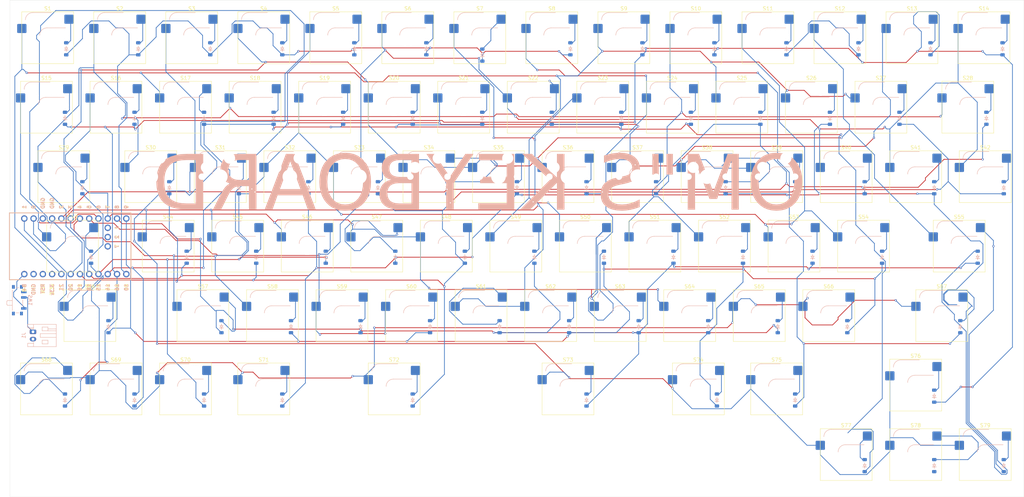
<source format=kicad_pcb>
(kicad_pcb (version 20241229) (generator "pcbnew") (generator_version "9.0")
  (layers (0 "F.Cu" signal) (2 "B.Cu" signal) (13 "F.Paste" user) (15 "B.Paste" user) (5 "F.SilkS" user "F.Silkscreen") (7 "B.SilkS" user "B.Silkscreen") (1 "F.Mask" user) (3 "B.Mask" user) (25 "Edge.Cuts" user))
  (net 0 "")
  (net 1 "Net-(D1-A)")
  (net 2 "Row 2")
  (net 3 "Net-(D2-A)")
  (net 4 "Net-(D3-A)")
  (net 5 "Net-(D4-A)")
  (net 6 "Net-(D5-A)")
  (net 7 "Net-(D6-A)")
  (net 8 "Net-(D7-A)")
  (net 9 "Net-(D8-A)")
  (net 10 "Net-(D9-A)")
  (net 11 "Row 3")
  (net 12 "Net-(D10-A)")
  (net 13 "Net-(D11-A)")
  (net 14 "Net-(D12-A)")
  (net 15 "Net-(D13-A)")
  (net 16 "Net-(D14-A)")
  (net 17 "Net-(D15-A)")
  (net 18 "Net-(D16-A)")
  (net 19 "Net-(D17-A)")
  (net 20 "Row 4")
  (net 21 "Net-(D18-A)")
  (net 22 "Net-(D19-A)")
  (net 23 "Net-(D20-A)")
  (net 24 "Net-(D21-A)")
  (net 25 "Net-(D22-A)")
  (net 26 "Net-(D23-A)")
  (net 27 "Net-(D24-A)")
  (net 28 "Row 5")
  (net 29 "Net-(D25-A)")
  (net 30 "Net-(D26-A)")
  (net 31 "Row 6")
  (net 32 "Row 7")
  (net 33 "Net-(D27-A)")
  (net 34 "Net-(D28-A)")
  (net 35 "Net-(D29-A)")
  (net 36 "Net-(D30-A)")
  (net 37 "Net-(D31-A)")
  (net 38 "Net-(D32-A)")
  (net 39 "Net-(D33-A)")
  (net 40 "Net-(D34-A)")
  (net 41 "Net-(D35-A)")
  (net 42 "Net-(D36-A)")
  (net 43 "Net-(D37-A)")
  (net 44 "Net-(D38-A)")
  (net 45 "Net-(D39-A)")
  (net 46 "Net-(D40-A)")
  (net 47 "Net-(D41-A)")
  (net 48 "Net-(D42-A)")
  (net 49 "Net-(D43-A)")
  (net 50 "Net-(D44-A)")
  (net 51 "Net-(D45-A)")
  (net 52 "Net-(D46-A)")
  (net 53 "Net-(D47-A)")
  (net 54 "Net-(D48-A)")
  (net 55 "Row 0")
  (net 56 "Net-(D49-A)")
  (net 57 "Row 1")
  (net 58 "Net-(D50-A)")
  (net 59 "Net-(D51-A)")
  (net 60 "Net-(D52-A)")
  (net 61 "Net-(D53-A)")
  (net 62 "Net-(D54-A)")
  (net 63 "Net-(D55-A)")
  (net 64 "Net-(D56-A)")
  (net 65 "Net-(D57-A)")
  (net 66 "Net-(D58-A)")
  (net 67 "Net-(D59-A)")
  (net 68 "Net-(D60-A)")
  (net 69 "Net-(D61-A)")
  (net 70 "Net-(D62-A)")
  (net 71 "Net-(D63-A)")
  (net 72 "Net-(D64-A)")
  (net 73 "Column 0")
  (net 74 "Column 1")
  (net 75 "Column 2")
  (net 76 "Column 3")
  (net 77 "Column 4")
  (net 78 "Column 5")
  (net 79 "Column 6")
  (net 80 "Column 7")
  (net 85 "Net-(J1-Pin_1)")
  (net 87 "GND")
  (net 89 "Net-(SW1-B)")
  (net 93 "Net-(D65-A)")
  (net 94 "Net-(D66-A)")
  (net 95 "Net-(D67-A)")
  (net 96 "Net-(D68-A)")
  (net 97 "Net-(D69-A)")
  (net 98 "Net-(D70-A)")
  (net 99 "Net-(D71-A)")
  (net 100 "Net-(D72-A)")
  (net 101 "Net-(D73-A)")
  (net 102 "Net-(D74-A)")
  (net 103 "Net-(D75-A)")
  (net 104 "Net-(D76-A)")
  (net 105 "Net-(D77-A)")
  (net 106 "Net-(D78-A)")
  (net 108 "Net-(D79-A)")
  (net 109 "Column 8")
  (net 110 "Column 9")
  (footprint "ScottoKeebs_Hotswap:Hotswap_MX_1.00u" (layer "F.Cu") (at 158.8024 38.4175)
    (property "Reference" "S8")
    (property "Value" "~")
  )
  (footprint "ScottoKeebs_Hotswap:Hotswap_MX_1.00u" (layer "F.Cu") (at 163.2268 134.7248)
    (property "Reference" "S73")
    (property "Value" "~")
  )
  (footprint "ScottoKeebs_Hotswap:Hotswap_MX_1.00u" (layer "F.Cu") (at 215.6143 114.6175)
    (property "Reference" "S65")
    (property "Value" "~")
  )
  (footprint "ScottoKeebs_Hotswap:Hotswap_MX_1.00u" (layer "F.Cu") (at 129.8893 95.5675)
    (property "Reference" "S48")
    (property "Value" "~")
  )
  (footprint "ScottoKeebs_Hotswap:Hotswap_MX_1.00u" (layer "F.Cu") (at 158.4643 114.6175)
    (property "Reference" "S62")
    (property "Value" "~")
  )
  (footprint "ScottoKeebs_Hotswap:Hotswap_MX_1.00u" (layer "F.Cu") (at 110.8393 95.5675)
    (property "Reference" "S47")
    (property "Value" "~")
  )
  (footprint "ScottoKeebs_Hotswap:Hotswap_MX_1.00u" (layer "F.Cu") (at 27.4955 95.5675)
    (property "Reference" "S43")
    (property "Value" "~")
  )
  (footprint "ScottoKeebs_Hotswap:Hotswap_MX_1.00u" (layer "F.Cu") (at 82.2643 114.6175)
    (property "Reference" "S58")
    (property "Value" "~")
  )
  (footprint "ScottoKeebs_Hotswap:Hotswap_MX_1.00u" (layer "F.Cu") (at 99.6121 38.4175)
    (property "Reference" "S5")
    (property "Value" "~")
  )
  (footprint "ScottoKeebs_Hotswap:Hotswap_MX_1.00u" (layer "F.Cu") (at 220.3768 134.7248)
    (property "Reference" "S75")
    (property "Value" "~")
  )
  (footprint "ScottoKeebs_Hotswap:Hotswap_MX_1.00u" (layer "F.Cu") (at 177.5143 114.6175)
    (property "Reference" "S63")
    (property "Value" "~")
  )
  (footprint "ScottoKeebs_Hotswap:Hotswap_MX_1.00u" (layer "F.Cu") (at 67.9768 76.5175)
    (property "Reference" "S31")
    (property "Value" "~")
  )
  (footprint "ScottoKeebs_Hotswap:Hotswap_MX_1.00u" (layer "F.Cu") (at 225.1393 95.5675)
    (property "Reference" "S53")
    (property "Value" "~")
  )
  (footprint "ScottoKeebs_Hotswap:Hotswap_MX_1.00u" (layer "F.Cu") (at 79.882 38.4175)
    (property "Reference" "S4")
    (property "Value" "~")
  )
  (footprint "ScottoKeebs_Hotswap:Hotswap_MX_1.00u" (layer "F.Cu") (at 206.0893 95.5675)
    (property "Reference" "S52")
    (property "Value" "~")
  )
  (footprint "ScottoKeebs_Hotswap:Hotswap_MX_1.00u" (layer "F.Cu") (at 270.383 95.5675)
    (property "Reference" "S55")
    (property "Value" "~")
  )
  (footprint "ScottoKeebs_Hotswap:Hotswap_MX_1.00u" (layer "F.Cu") (at 258.4768 152.7175)
    (property "Reference" "S78")
    (property "Value" "~")
  )
  (footprint "ScottoKeebs_Hotswap:Hotswap_MX_1.00u" (layer "F.Cu") (at 244.1893 95.5675)
    (property "Reference" "S54")
    (property "Value" "~")
  )
  (footprint "ScottoKeebs_Hotswap:Hotswap_MX_1.00u" (layer "F.Cu") (at 167.9893 95.5675)
    (property "Reference" "S50")
    (property "Value" "~")
  )
  (footprint "ScottoKeebs_Hotswap:Hotswap_MX_1.00u" (layer "F.Cu") (at 196.5643 114.6175)
    (property "Reference" "S64")
    (property "Value" "~")
  )
  (footprint "ScottoKeebs_Hotswap:Hotswap_MX_1.00u" (layer "F.Cu") (at 58.4518 57.4675)
    (property "Reference" "S17")
    (property "Value" "~")
  )
  (footprint "ScottoKeebs_Hotswap:Hotswap_MX_1.00u" (layer "F.Cu") (at 39.4018 57.4675)
    (property "Reference" "S16")
    (property "Value" "~")
  )
  (footprint "ScottoKeebs_Hotswap:Hotswap_MX_1.00u" (layer "F.Cu") (at 53.6893 95.5675)
    (property "Reference" "S44")
    (property "Value" "~")
  )
  (footprint "ScottoKeebs_Hotswap:Hotswap_MX_1.00u" (layer "F.Cu") (at 182.2768 76.5175)
    (property "Reference" "S37")
    (property "Value" "~")
  )
  (footprint "ScottoKeebs_Hotswap:Hotswap_MX_1.00u" (layer "F.Cu") (at 91.7893 95.5675)
    (property "Reference" "S46")
    (property "Value" "~")
  )
  (footprint "ScottoKeebs_Hotswap:Hotswap_MX_1.00u" (layer "F.Cu") (at 139.0723 38.4175)
    (property "Reference" "S7")
    (property "Value" "~")
  )
  (footprint "ScottoKeebs_Hotswap:Hotswap_MX_1.00u" (layer "F.Cu") (at 77.5018 57.4675)
    (property "Reference" "S18")
    (property "Value" "~")
  )
  (footprint "ScottoKeebs_Hotswap:Hotswap_MX_1.00u" (layer "F.Cu") (at 72.7393 95.5675)
    (property "Reference" "S45")
    (property "Value" "~")
  )
  (footprint "ScottoKeebs_Hotswap:Hotswap_MX_1.00u" (layer "F.Cu") (at 87.0268 76.5175)
    (property "Reference" "S32")
    (property "Value" "~")
  )
  (footprint "ScottoKeebs_Hotswap:Hotswap_MX_1.00u" (layer "F.Cu") (at 139.4143 114.6175)
    (property "Reference" "S61")
    (property "Value" "~")
  )
  (footprint "ScottoKeebs_Hotswap:Hotswap_MX_1.00u" (layer "F.Cu") (at 210.8518 57.4675)
    (property "Reference" "S25")
    (property "Value" "~")
  )
  (footprint "ScottoKeebs_Hotswap:Hotswap_MX_1.00u" (layer "F.Cu") (at 258.4768 133.6675)
    (property "Reference" "S76")
    (property "Value" "~")
  )
  (footprint "ScottoKeebs_Hotswap:Hotswap_MX_1.00u" (layer "F.Cu") (at 39.4018 134.7248)
    (property "Reference" "S69")
    (property "Value" "~")
  )
  (footprint "ScottoKeebs_Hotswap:Hotswap_MX_1.00u" (layer "F.Cu") (at 257.4528 38.4175)
    (property "Reference" "S13")
    (property "Value" "~")
  )
  (footprint "ScottoKeebs_Hotswap:Hotswap_MX_1.00u" (layer "F.Cu") (at 115.6018 57.4675)
    (property "Reference" "S20")
    (property "Value" "~")
  )
  (footprint "ScottoKeebs_Hotswap:Hotswap_MX_1.00u" (layer "F.Cu") (at 277.1829 38.4175)
    (property "Reference" "S14")
    (property "Value" "~")
  )
  (footprint "ScottoKeebs_Hotswap:Hotswap_MX_1.00u" (layer "F.Cu") (at 248.9518 57.4675)
    (property "Reference" "S27")
    (property "Value" "~")
  )
  (footprint "ScottoKeebs_Hotswap:Hotswap_MX_1.00u" (layer "F.Cu") (at 58.4518 134.7248)
    (property "Reference" "S70")
    (property "Value" "~")
  )
  (footprint "ScottoKeebs_Hotswap:Hotswap_MX_1.00u" (layer "F.Cu") (at 153.7018 57.4675)
    (property "Reference" "S22")
    (property "Value" "~")
  )
  (footprint "ScottoKeebs_Hotswap:Hotswap_MX_1.00u" (layer "F.Cu") (at 237.7227 38.4175)
    (property "Reference" "S12")
    (property "Value" "~")
  )
  (footprint "ScottoKeebs_Hotswap:Hotswap_MX_1.00u" (layer "F.Cu") (at 163.2268 76.5175)
    (property "Reference" "S36")
    (property "Value" "~")
  )
  (footprint "ScottoKeebs_Hotswap:Hotswap_MX_1.00u" (layer "F.Cu") (at 20.6918 38.4175)
    (property "Reference" "S1")
    (property "Value" "~")
  )
  (footprint "ScottoKeebs_Hotswap:Hotswap_MX_1.00u" (layer "F.Cu") (at 32.258 114.6175)
    (property "Reference" "S56")
    (property "Value" "~")
  )
  (footprint "ScottoKeebs_Hotswap:Hotswap_MX_1.00u" (layer "F.Cu") (at 239.4268 152.7175)
    (property "Reference" "S77")
    (property "Value" "~")
  )
  (footprint "ScottoKeebs_Hotswap:Hotswap_MX_1.00u" (layer "F.Cu") (at 134.6518 57.4675)
    (property "Reference" "S21")
    (property "Value" "~")
  )
  (footprint "ScottoKeebs_Hotswap:Hotswap_MX_1.00u" (layer "F.Cu") (at 220.3768 76.5175)
    (property "Reference" "S39")
    (property "Value" "~")
  )
  (footprint "ScottoKeebs_Hotswap:Hotswap_MX_1.00u" (layer "F.Cu") (at 234.6643 114.6175)
    (property "Reference" "S66")
    (property "Value" "~")
  )
  (footprint "ScottoKeebs_Hotswap:Hotswap_MX_1.00u" (layer "F.Cu") (at 115.6018 134.7248)
    (property "Reference" "S72")
    (property "Value" "~")
  )
  (footprint "ScottoKeebs_Hotswap:Hotswap_MX_1.00u" (layer "F.Cu") (at 265.6205 114.6175)
    (property "Reference" "S67")
    (property "Value" "~")
  )
  (footprint "ScottoKeebs_Hotswap:Hotswap_MX_1.00u" (layer "F.Cu") (at 106.0768 76.5175)
    (property "Reference" "S33")
    (property "Value" "~")
  )
  (footprint "ScottoKeebs_Hotswap:Hotswap_MX_1.00u" (layer "F.Cu") (at 20.3518 57.4675)
    (property "Reference" "S15")
    (property "Value" "~")
  )
  (footprint "ScottoKeebs_Hotswap:Hotswap_MX_1.00u" (layer "F.Cu") (at 60.152 38.4175)
    (property "Reference" "S3")
    (property "Value" "~")
  )
  (footprint "ScottoKeebs_Hotswap:Hotswap_MX_1.00u" (layer "F.Cu") (at 178.5325 38.4175)
    (property "Reference" "S9")
    (property "Value" "~")
  )
  (footprint "ScottoKeebs_Hotswap:Hotswap_MX_1.00u" (layer "F.Cu") (at 258.4768 76.5175)
    (property "Reference" "S41")
    (property "Value" "~")
  )
  (footprint "ScottoKeebs_Hotswap:Hotswap_MX_1.00u" (layer "F.Cu") (at 198.2626 38.4175)
    (property "Reference" "S10")
    (property "Value" "~")
  )
  (footprint "ScottoKeebs_Hotswap:Hotswap_MX_1.00u" (layer "F.Cu") (at 25.1143 76.5175)
    (property "Reference" "S29")
    (property "Value" "~")
  )
  (footprint "ScottoKeebs_Hotswap:Hotswap_MX_1.00u" (layer "F.Cu") (at 48.9268 76.5175)
    (property "Reference" "S30")
    (property "Value" "~")
  )
  (footprint "ScottoKeebs_Hotswap:Hotswap_MX_1.00u" (layer "F.Cu") (at 40.4219 38.4175)
    (property "Reference" "S2")
    (property "Value" "~")
  )
  (footprint "ScottoKeebs_Hotswap:Hotswap_MX_1.00u" (layer "F.Cu") (at 198.9455 134.7248)
    (property "Reference" "S74")
    (property "Value" "~")
  )
  (footprint "ScottoKeebs_Hotswap:Hotswap_MX_1.00u" (layer "F.Cu") (at 125.1268 76.5175)
    (property "Reference" "S34")
    (property "Value" "~")
  )
  (footprint "ScottoKeebs_Hotswap:Hotswap_MX_1.00u" (layer "F.Cu") (at 277.5268 76.5175)
    (property "Reference" "S42")
    (property "Value" "~")
  )
  (footprint "ScottoKeebs_Hotswap:Hotswap_MX_1.00u" (layer "F.Cu") (at 201.3268 76.5175)
    (property "Reference" "S38")
    (property "Value" "~")
  )
  (footprint "ScottoKeebs_Hotswap:Hotswap_MX_1.00u" (layer "F.Cu") (at 101.3143 114.6175)
    (property "Reference" "S59")
    (property "Value" "~")
  )
  (footprint "ScottoKeebs_Hotswap:Hotswap_MX_1.00u" (layer "F.Cu") (at 148.9393 95.5675)
    (property "Reference" "S49")
    (property "Value" "~")
  )
  (footprint "ScottoKeebs_Hotswap:Hotswap_MX_1.00u" (layer "F.Cu") (at 217.9926 38.4175)
    (property "Reference" "S11")
    (property "Value" "~")
  )
  (footprint "ScottoKeebs_Hotswap:Hotswap_MX_1.00u" (layer "F.Cu") (at 191.8018 57.4675)
    (property "Reference" "S24")
    (property "Value" "~")
  )
  (footprint "ScottoKeebs_Hotswap:Hotswap_MX_1.00u" (layer "F.Cu") (at 229.9018 57.4675)
    (property "Reference" "S26")
    (property "Value" "~")
  )
  (footprint "ScottoKeebs_Hotswap:Hotswap_MX_1.00u" (layer "F.Cu") (at 63.2143 114.6175)
    (property "Reference" "S57")
    (property "Value" "~")
  )
  (footprint "ScottoKeebs_Hotswap:Hotswap_MX_1.00u" (layer "F.Cu") (at 187.0393 95.5675)
    (property "Reference" "S51")
    (property "Value" "~")
  )
  (footprint "ScottoKeebs_Hotswap:Hotswap_MX_1.00u" (layer "F.Cu") (at 172.7518 57.4675)
    (property "Reference" "S23")
    (property "Value" "~")
  )
  (footprint "ScottoKeebs_Hotswap:Hotswap_MX_1.00u" (layer "F.Cu") (at 79.883 134.7248)
    (property "Reference" "S71")
    (property "Value" "~")
  )
  (footprint "ScottoKeebs_Hotswap:Hotswap_MX_1.00u" (layer "F.Cu") (at 119.3422 38.4175)
    (property "Reference" "S6")
    (property "Value" "~")
  )
  (footprint "ScottoKeebs_Hotswap:Hotswap_MX_1.00u" (layer "F.Cu") (at 96.5518 57.4675)
    (property "Reference" "S19")
    (property "Value" "~")
  )
  (footprint "ScottoKeebs_Hotswap:Hotswap_MX_1.00u" (layer "F.Cu") (at 144.1768 76.5175)
    (property "Reference" "S35")
    (property "Value" "~")
  )
  (footprint "ScottoKeebs_Hotswap:Hotswap_MX_1.00u" (layer "F.Cu") (at 120.3643 114.6175)
    (property "Reference" "S60")
    (property "Value" "~")
  )
  (footprint "ScottoKeebs_Hotswap:Hotswap_MX_1.00u" (layer "F.Cu") (at 20.3518 134.7248)
    (property "Reference" "S68")
    (property "Value" "~")
  )
  (footprint "ScottoKeebs_Hotswap:Hotswap_MX_1.00u" (layer "F.Cu") (at 239.4268 76.5175)
    (property "Reference" "S40")
    (property "Value" "~")
  )
  (footprint "ScottoKeebs_Hotswap:Hotswap_MX_1.00u" (layer "F.Cu") (at 272.7643 57.4675)
    (property "Reference" "S28")
    (property "Value" "~")
  )
  (footprint "ScottoKeebs_Hotswap:Hotswap_MX_1.00u" (layer "F.Cu") (at 277.5268 152.7175)
    (property "Reference" "S79")
    (property "Value" "~")
  )
  (footprint "ScottoKeebs_Components:Diode_SOD-123" (layer "B.Cu") (at 277.8443 60.4975 90)
    (property "Reference" "D28" (hide yes))
    (property "Value" "~")
  )
  (footprint "ScottoKeebs_Components:Diode_SOD-123" (layer "B.Cu") (at 163.5443 117.6475 90)
    (property "Reference" "D62" (hide yes))
    (property "Value" "~")
  )
  (footprint "Connector_JST:JST_PH_S2B-PH-K_1x02_P2.00mm_Horizontal" (layer "B.Cu") (at 16.6688 119.0625 -90)
    (property "Reference" "J1")
    (property "Value" "Conn_01x02_Socket")
  )
  (footprint "ScottoKeebs_Components:Diode_SOD-123" (layer "B.Cu") (at 182.5943 117.6475 90)
    (property "Reference" "D63" (hide yes))
    (property "Value" "~")
  )
  (footprint "ScottoKeebs_Components:Diode_SOD-123" (layer "B.Cu") (at 196.8818 60.4975 90)
    (property "Reference" "D24" (hide yes))
    (property "Value" "~")
  )
  (footprint "ScottoKeebs_Components:Diode_SOD-123" (layer "B.Cu") (at 92.1068 79.5475 90)
    (property "Reference" "D32" (hide yes))
    (property "Value" "~")
  )
  (footprint "ScottoKeebs_Components:Diode_SOD-123" (layer "B.Cu") (at 58.7693 98.5975 90)
    (property "Reference" "D44" (hide yes))
    (property "Value" "~")
  )
  (footprint "ScottoKeebs_Components:Diode_SOD-123" (layer "B.Cu") (at 263.5568 136.6975 90)
    (property "Reference" "D76" (hide yes))
    (property "Value" "~")
  )
  (footprint "ScottoKeebs_Components:Diode_SOD-123" (layer "B.Cu") (at 168.3068 137.7548 90)
    (property "Reference" "D73" (hide yes))
    (property "Value" "~")
  )
  (footprint "ScottoKeebs_Components:Diode_SOD-123" (layer "B.Cu") (at 130.2068 79.5475 90)
    (property "Reference" "D34" (hide yes))
    (property "Value" "~")
  )
  (footprint "ScottoKeebs_Components:Diode_SOD-123" (layer "B.Cu") (at 106.3943 117.6475 90)
    (property "Reference" "D59" (hide yes))
    (property "Value" "~")
  )
  (footprint "ScottoKeebs_Components:Diode_SOD-123" (layer "B.Cu") (at 230.2193 98.5975 90)
    (property "Reference" "D53" (hide yes))
    (property "Value" "~")
  )
  (footprint "ScottoKeebs_Components:Diode_SOD-123" (layer "B.Cu") (at 282.2629 41.4475 90)
    (property "Reference" "D14" (hide yes))
    (property "Value" "~")
  )
  (footprint "ScottoKeebs_Components:Diode_SOD-123" (layer "B.Cu") (at 225.4568 137.7548 90)
    (property "Reference" "D75" (hide yes))
    (property "Value" "~")
  )
  (footprint "ScottoKeebs_Components:Diode_SOD-123" (layer "B.Cu") (at 44.4818 60.4975 90)
    (property "Reference" "D16" (hide yes))
    (property "Value" "~")
  )
  (footprint "ScottoKeebs_Components:Diode_SOD-123" (layer "B.Cu") (at 211.1693 98.5975 90)
    (property "Reference" "D52" (hide yes))
    (property "Value" "~")
  )
  (footprint "ScottoKeebs_Components:Diode_SOD-123" (layer "B.Cu") (at 254.0318 60.4975 90)
    (property "Reference" "D27" (hide yes))
    (property "Value" "~")
  )
  (footprint "ScottoKeebs_Components:Diode_SOD-123" (layer "B.Cu") (at 120.6818 137.7548 90)
    (property "Reference" "D72" (hide yes))
    (property "Value" "~")
  )
  (footprint "ScottoKeebs_Components:Diode_SOD-123" (layer "B.Cu") (at 223.0726 41.4475 90)
    (property "Reference" "D11" (hide yes))
    (property "Value" "~")
  )
  (footprint "ScottoKeebs_Components:Diode_SOD-123" (layer "B.Cu") (at 111.1568 79.5475 90)
    (property "Reference" "D33" (hide yes))
    (property "Value" "~")
  )
  (footprint "ScottoKeebs_Components:Diode_SOD-123" (layer "B.Cu") (at 244.5068 79.5475 90)
    (property "Reference" "D40" (hide yes))
    (property "Value" "~")
  )
  (footprint "ScottoKeebs_Components:Diode_SOD-123" (layer "B.Cu") (at 101.6318 60.4975 90)
    (property "Reference" "D19" (hide yes))
    (property "Value" "~")
  )
  (footprint "ScottoKeebs_Components:Diode_SOD-123" (layer "B.Cu") (at 282.6068 155.7475 90)
    (property "Reference" "D79" (hide yes))
    (property "Value" "~")
  )
  (footprint "ScottoKeebs_Components:Diode_SOD-123" (layer "B.Cu") (at 263.5568 155.7475 90)
    (property "Reference" "D78" (hide yes))
    (property "Value" "~")
  )
  (footprint "ScottoKeebs_Components:Diode_SOD-123" (layer "B.Cu") (at 77.8193 98.5975 90)
    (property "Reference" "D45" (hide yes))
    (property "Value" "~")
  )
  (footprint "ScottoKeebs_Components:Diode_SOD-123" (layer "B.Cu") (at 204.0255 137.7548 90)
    (property "Reference" "D74" (hide yes))
    (property "Value" "~")
  )
  (footprint "ScottoKeebs_Components:Diode_SOD-123" (layer "B.Cu") (at 54.0068 79.5475 90)
    (property "Reference" "D30" (hide yes))
    (property "Value" "~")
  )
  (footprint "ScottoKeebs_Components:Diode_SOD-123" (layer "B.Cu") (at 134.9693 98.5975 90)
    (property "Reference" "D48" (hide yes))
    (property "Value" "~")
  )
  (footprint "ScottoKeebs_Components:Diode_SOD-123" (layer "B.Cu") (at 139.7543 43.18 90)
    (property "Reference" "D7" (hide yes))
    (property "Value" "~")
  )
  (footprint "ScottoKeebs_Components:Diode_SOD-123" (layer "B.Cu") (at 220.6943 117.6475 90)
    (property "Reference" "D65" (hide yes))
    (property "Value" "~")
  )
  (footprint "ScottoKeebs_Components:Diode_SOD-123" (layer "B.Cu") (at 63.5318 137.7548 90)
    (property "Reference" "D70" (hide yes))
    (property "Value" "~")
  )
  (footprint "ScottoKeebs_Components:Diode_SOD-123" (layer "B.Cu") (at 154.0193 98.5975 90)
    (property "Reference" "D49" (hide yes))
    (property "Value" "~")
  )
  (footprint "ScottoKeebs_Components:Diode_SOD-123" (layer "B.Cu") (at 163.8824 41.4475 90)
    (property "Reference" "D8" (hide yes))
    (property "Value" "~")
  )
  (footprint "ScottoKeebs_Components:Diode_SOD-123" (layer "B.Cu") (at 158.7818 60.4975 90)
    (property "Reference" "D22" (hide yes))
    (property "Value" "~")
  )
  (footprint "ScottoKeebs_Components:Diode_SOD-123" (layer "B.Cu") (at 25.4318 137.7548 90)
    (property "Reference" "D68" (hide yes))
    (property "Value" "~")
  )
  (footprint "ScottoKeebs_Components:Diode_SOD-123" (layer "B.Cu") (at 44.4818 137.7548 90)
    (property "Reference" "D69" (hide yes))
    (property "Value" "~")
  )
  (footprint "ScottoKeebs_Components:Diode_SOD-123" (layer "B.Cu") (at 203.3426 41.4475 90)
    (property "Reference" "D10" (hide yes))
    (property "Value" "~")
  )
  (footprint "ScottoKeebs_Components:Diode_SOD-123" (layer "B.Cu") (at 30.1943 79.5475 90)
    (property "Reference" "D29" (hide yes))
    (property "Value" "~")
  )
  (footprint "ScottoKeebs_Components:Diode_SOD-123" (layer "B.Cu") (at 73.0568 79.5475 90)
    (property "Reference" "D31" (hide yes))
    (property "Value" "~")
  )
  (footprint "ScottoKeebs_Components:Diode_SOD-123" (layer "B.Cu") (at 68.2943 117.6475 90)
    (property "Reference" "D57" (hide yes))
    (property "Value" "~")
  )
  (footprint "ScottoKeebs_Components:Diode_SOD-123" (layer "B.Cu") (at 84.962 41.4475 90)
    (property "Reference" "D4" (hide yes))
    (property "Value" "~")
  )
  (footprint "ScottoKeebs_Components:Diode_SOD-123" (layer "B.Cu") (at 192.1193 98.5975 90)
    (property "Reference" "D51" (hide yes))
    (property "Value" "~")
  )
  (footprint "ScottoKeebs_Components:Diode_SOD-123" (layer "B.Cu") (at 82.5818 60.4975 90)
    (property "Reference" "D18" (hide yes))
    (property "Value" "~")
  )
  (footprint "ScottoKeebs_Components:Diode_SOD-123" (layer "B.Cu") (at 239.7443 117.6475 90)
    (property "Reference" "D66" (hide yes))
    (property "Value" "~")
  )
  (footprint "ScottoKeebs_Components:Diode_SOD-123" (layer "B.Cu") (at 84.963 137.7548 90)
    (property "Reference" "D71" (hide yes))
    (property "Value" "~")
  )
  (footprint "ScottoKeebs_Components:Diode_SOD-123" (layer "B.Cu") (at 270.7005 117.6475 90)
    (property "Reference" "D67" (hide yes))
    (property "Value" "~")
  )
  (footprint "ScottoKeebs_Components:Diode_SOD-123" (layer "B.Cu") (at 275.463 98.5975 90)
    (property "Reference" "D55" (hide yes))
    (property "Value" "~")
  )
  (footprint "ScottoKeebs_Components:Diode_SOD-123" (layer "B.Cu") (at 149.2568 79.5475 90)
    (property "Reference" "D35" (hide yes))
    (property "Value" "~")
  )
  (footprint "ScottoKeebs_Components:Diode_SOD-123" (layer "B.Cu") (at 187.3568 79.5475 90)
    (property "Reference" "D37" (hide yes))
    (property "Value" "~")
  )
  (footprint "ScottoKeebs_Components:Diode_SOD-123" (layer "B.Cu") (at 87.3443 117.6475 90)
    (property "Reference" "D58" (hide yes))
    (property "Value" "~")
  )
  (footprint "ScottoKeebs_Components:Diode_SOD-123" (layer "B.Cu") (at 282.6068 79.5475 90)
    (property "Reference" "D42" (hide yes))
    (property "Value" "~")
  )
  (footprint "ScottoKeebs_Components:Diode_SOD-123" (layer "B.Cu") (at 124.4222 41.4475 90)
    (property "Reference" "D6" (hide yes))
    (property "Value" "~")
  )
  (footprint "ScottoKeebs_Components:Diode_SOD-123" (layer "B.Cu") (at 262.5328 41.4475 90)
    (property "Reference" "D13" (hide yes))
    (property "Value" "~")
  )
  (footprint "Button_Switch_SMD:SW_SPDT_PCM12" (layer "B.Cu") (at 12.727 110.3872 90)
    (property "Reference" "SW1")
    (property "Value" "SW_SPDT_312")
  )
  (footprint "ScottoKeebs_Components:Diode_SOD-123" (layer "B.Cu") (at 96.8693 98.5975 90)
    (property "Reference" "D46" (hide yes))
    (property "Value" "~")
  )
  (footprint "ScottoKeebs_Components:Diode_SOD-123" (layer "B.Cu") (at 25.4318 60.4975 90)
    (property "Reference" "D15" (hide yes))
    (property "Value" "~")
  )
  (footprint "ScottoKeebs_Components:Diode_SOD-123" (layer "B.Cu") (at 37.338 117.6475 90)
    (property "Reference" "D56" (hide yes))
    (property "Value" "~")
  )
  (footprint "ScottoKeebs_Components:Diode_SOD-123" (layer "B.Cu") (at 104.6921 41.4475 90)
    (property "Reference" "D5" (hide yes))
    (property "Value" "~")
  )
  (footprint "ScottoKeebs_Components:Diode_SOD-123" (layer "B.Cu") (at 45.5019 41.4475 90)
    (property "Reference" "D2" (hide yes))
    (property "Value" "~")
  )
  (footprint "ScottoKeebs_Components:Diode_SOD-123" (layer "B.Cu") (at 115.9193 98.5975 90)
    (property "Reference" "D47" (hide yes))
    (property "Value" "~")
  )
  (footprint "ScottoKeebs_MCU:Nice_Nano_V2" (layer "B.Cu") (at 27.9775 95.614 -90)
    (property "Reference" "U1" (hide yes))
    (property "Value" "Nice_Nano_V2" (hide yes))
  )
  (footprint "ScottoKeebs_Components:Diode_SOD-123" (layer "B.Cu") (at 206.4068 79.5475 90)
    (property "Reference" "D38" (hide yes))
    (property "Value" "~")
  )
  (footprint "ScottoKeebs_Components:Diode_SOD-123" (layer "B.Cu") (at 65.232 41.4475 90)
    (property "Reference" "D3" (hide yes))
    (property "Value" "~")
  )
  (footprint "ScottoKeebs_Components:Diode_SOD-123" (layer "B.Cu") (at 225.4568 79.5475 90)
    (property "Reference" "D39" (hide yes))
    (property "Value" "~")
  )
  (footprint "ScottoKeebs_Components:Diode_SOD-123" (layer "B.Cu") (at 125.4443 117.6475 90)
    (property "Reference" "D60" (hide yes))
    (property "Value" "~")
  )
  (footprint "ScottoKeebs_Components:Diode_SOD-123" (layer "B.Cu") (at 25.7718 41.4475 90)
    (property "Reference" "D1" (hide yes))
    (property "Value" "~")
  )
  (footprint "ScottoKeebs_Components:Diode_SOD-123" (layer "B.Cu") (at 201.6443 117.6475 90)
    (property "Reference" "D64" (hide yes))
    (property "Value" "~")
  )
  (footprint "ScottoKeebs_Components:Diode_SOD-123" (layer "B.Cu") (at 120.6818 60.4975 90)
    (property "Reference" "D20" (hide yes))
    (property "Value" "~")
  )
  (footprint "ScottoKeebs_Components:Diode_SOD-123" (layer "B.Cu") (at 234.9818 60.4975 90)
    (property "Reference" "D26" (hide yes))
    (property "Value" "~")
  )
  (footprint "ScottoKeebs_Components:Diode_SOD-123" (layer "B.Cu") (at 249.2693 98.5975 90)
    (property "Reference" "D54" (hide yes))
    (property "Value" "~")
  )
  (footprint "ScottoKeebs_Components:Diode_SOD-123" (layer "B.Cu") (at 168.3068 79.5475 90)
    (property "Reference" "D36" (hide yes))
    (property "Value" "~")
  )
  (footprint "ScottoKeebs_Components:Diode_SOD-123" (layer "B.Cu") (at 242.8027 41.4475 90)
    (property "Reference" "D12" (hide yes))
    (property "Value" "~")
  )
  (footprint "ScottoKeebs_Components:Diode_SOD-123" (layer "B.Cu") (at 183.6125 41.4475 90)
    (property "Reference" "D9" (hide yes))
    (property "Value" "~")
  )
  (footprint "ScottoKeebs_Components:Diode_SOD-123" (layer "B.Cu") (at 177.8318 60.4975 90)
    (property "Reference" "D23" (hide yes))
    (property "Value" "~")
  )
  (footprint "ScottoKeebs_Components:Diode_SOD-123" (layer "B.Cu") (at 263.5568 79.5475 90)
    (property "Reference" "D41" (hide yes))
    (property "Value" "~")
  )
  (footprint "ScottoKeebs_Components:Diode_SOD-123" (layer "B.Cu") (at 173.0693 98.5975 90)
    (property "Reference" "D50" (hide yes))
    (property "Value" "~")
  )
  (footprint "ScottoKeebs_Components:Diode_SOD-123" (layer "B.Cu") (at 139.7318 60.4975 90)
    (property "Reference" "D21" (hide yes))
    (property "Value" "~")
  )
  (footprint "ScottoKeebs_Components:Diode_SOD-123" (layer "B.Cu") (at 244.5068 155.7475 90)
    (property "Reference" "D77" (hide yes))
    (property "Value" "~")
  )
  (footprint "ScottoKeebs_Components:Diode_SOD-123" (layer "B.Cu") (at 215.9318 60.4975 90)
    (property "Reference" "D25" (hide yes))
    (property "Value" "~")
  )
  (footprint "ScottoKeebs_Components:Diode_SOD-123" (layer "B.Cu") (at 63.5318 60.4975 90)
    (property "Reference" "D17" (hide yes))
    (property "Value" "~")
  )
  (footprint "ScottoKeebs_Components:Diode_SOD-123" (layer "B.Cu") (at 144.4943 117.6475 90)
    (property "Reference" "D61" (hide yes))
    (property "Value" "~")
  )
  (footprint "ScottoKeebs_Components:Diode_SOD-123" (layer "B.Cu") (at 32.5755 98.5975 90)
    (property "Reference" "D43" (hide yes))
    (property "Value" "~")
  )
  (gr_rect (start 10.361274 28.091876) (end 288.13125 164.30625) (stroke (width 0.05)) (fill no) (layer "Edge.Cuts"))
  (gr_text "OM{dblquote}S KEYBOARD" (at 228.6 88.10625 0) (layer "B.SilkS") (effects (font (size 15 15) (thickness 0.1)) (justify left bottom mirror)))
  (segment (start 26.5338 33.3375) (end 26.9978 33.8015) (width 0.2) (layer "B.Cu") (net 1))
  (segment (start 26.9978 33.8015) (end 26.9978 39.1715) (width 0.2) (layer "B.Cu") (net 1))
  (segment (start 26.3718 39.7975) (end 25.7718 39.7975) (width 0.2) (layer "B.Cu") (net 1))
  (segment (start 26.9978 39.1715) (end 26.3718 39.7975) (width 0.2) (layer "B.Cu") (net 1))
  (segment (start 138.3378 41.1946) (end 125.4928 41.1946) (width 0.2) (layer "F.Cu") (net 2))
  (segment (start 104.6657 41.1946) (end 104.226 41.6343) (width 0.2) (layer "F.Cu") (net 2))
  (segment (start 140.5863 42.1297) (end 139.9296 42.7864) (width 0.2) (layer "F.Cu") (net 2))
  (segment (start 89.3495 42.107) (end 103.7533 42.107) (width 0.2) (layer "F.Cu") (net 2))
  (segment (start 160.7567 42.1297) (end 140.5863 42.1297) (width 0.2) (layer "F.Cu") (net 2))
  (segment (start 166.674 48.047) (end 160.7567 42.1297) (width 0.2) (layer "F.Cu") (net 2))
  (segment (start 267.8675 122.297) (end 227.8375 122.297) (width 0.2) (layer "F.Cu") (net 2))
  (segment (start 103.7533 42.107) (end 104.226 41.6343) (width 0.2) (layer "F.Cu") (net 2))
  (segment (start 125.4928 41.1946) (end 104.6657 41.1946) (width 0.2) (layer "F.Cu") (net 2))
  (segment (start 215.2164 48.047) (end 166.674 48.047) (width 0.2) (layer "F.Cu") (net 2))
  (segment (start 139.9296 42.7864) (end 138.3378 41.1946) (width 0.2) (layer "F.Cu") (net 2))
  (via (at 160.7567 42.1297) (size 0.6) (drill 0.3) (layers "F.Cu" "B.Cu") (net 2))
  (via (at 104.226 41.6343) (size 0.6) (drill 0.3) (layers "F.Cu" "B.Cu") (net 2))
  (via (at 267.8675 122.297) (size 0.6) (drill 0.3) (layers "F.Cu" "B.Cu") (net 2))
  (via (at 215.2164 48.047) (size 0.6) (drill 0.3) (layers "F.Cu" "B.Cu") (net 2))
  (via (at 125.4928 41.1946) (size 0.6) (drill 0.3) (layers "F.Cu" "B.Cu") (net 2))
  (via (at 227.8375 122.297) (size 0.6) (drill 0.3) (layers "F.Cu" "B.Cu") (net 2))
  (via (at 89.3495 42.107) (size 0.6) (drill 0.3) (layers "F.Cu" "B.Cu") (net 2))
  (via (at 139.9296 42.7864) (size 0.6) (drill 0.3) (layers "F.Cu" "B.Cu") (net 2))
  (segment (start 220.642 72.1285) (end 223.8485 75.335) (width 0.2) (layer "B.Cu") (net 2))
  (segment (start 163.8824 43.0975) (end 161.7245 43.0975) (width 0.2) (layer "B.Cu") (net 2))
  (segment (start 76.9323 33.8008) (end 72.0671 33.8008) (width 0.2) (layer "B.Cu") (net 2))
  (segment (start 71.2194 34.6485) (end 71.2194 37.1101) (width 0.2) (layer "B.Cu") (net 2))
  (segment (start 32.607 33.8008) (end 30.2171 36.1907) (width 0.2) (layer "B.Cu") (net 2))
  (segment (start 39.842 46.2291) (end 39.842 53.6692) (width 0.2) (layer "B.Cu") (net 2))
  (segment (start 50.4131 35.67) (end 52.286 33.7971) (width 0.2) (layer "B.Cu") (net 2))
  (segment (start 42.9736 43.0975) (end 45.5019 43.0975) (width 0.2) (layer "B.Cu") (net 2))
  (segment (start 42.3987 56.2259) (end 42.3987 60.3643) (width 0.2) (layer "B.Cu") (net 2))
  (segment (start 42.9736 37.3605) (end 41.3066 35.6935) (width 0.2) (layer "B.Cu") (net 2))
  (segment (start 40.8908 101.8973) (end 42.2275 103.234) (width 0.2) (layer "B.Cu") (net 2))
  (segment (start 104.6921 42.1004) (end 104.6921 43.0975) (width 0.2) (layer "B.Cu") (net 2))
  (segment (start 270.7005 119.464) (end 267.8675 122.297) (width 0.2) (layer "B.Cu") (net 2))
  (segment (start 227.8375 137.0241) (end 225.4568 139.4048) (width 0.2) (layer "B.Cu") (net 2))
  (segment (start 40.2203 62.5427) (end 40.2203 79.2513) (width 0.2) (layer "B.Cu") (net 2))
  (segment (start 30.2171 36.1907) (end 30.2171 38.6522) (width 0.2) (layer "B.Cu") (net 2))
  (segment (start 45.5019 43.0975) (end 50.4131 38.1863) (width 0.2) (layer "B.Cu") (net 2))
  (segment (start 42.9736 43.0975) (end 39.842 46.2291) (width 0.2) (layer "B.Cu") (net 2))
  (segment (start 71.2194 37.1101) (end 65.232 43.0975) (width 0.2) (layer "B.Cu") (net 2))
  (segment (start 227.7197 102.4654) (end 225.9954 104.1897) (width 0.2) (layer "B.Cu") (net 2))
  (segment (start 37.4722 33.8008) (end 32.607 33.8008) (width 0.2) (layer "B.Cu") (net 2))
  (segment (start 161.7245 43.0975) (end 160.7567 42.1297) (width 0.2) (layer "B.Cu") (net 2))
  (segment (start 42.9736 43.0975) (end 42.9736 37.3605) (width 0.2) (layer "B.Cu") (net 2))
  (segment (start 41.3066 35.6935) (end 39.3648 35.6935) (width 0.2) (layer "B.Cu") (net 2))
  (segment (start 220.642 53.4726) (end 220.642 72.1285) (width 0.2) (layer "B.Cu") (net 2))
  (segment (start 225.9954 120.4549) (end 227.8375 122.297) (width 0.2) (layer "B.Cu") (net 2))
  (segment (start 50.4131 38.1863) (end 50.4131 35.67) (width 0.2) (layer "B.Cu") (net 2))
  (segment (start 104.226 41.6343) (end 104.6921 42.1004) (width 0.2) (layer "B.Cu") (net 2))
  (segment (start 63.1333 40.9988) (end 65.232 43.0975) (width 0.2) (layer "B.Cu") (net 2))
  (segment (start 82.4337 37.3605) (end 80.7667 35.6935) (width 0.2) (layer "B.Cu") (net 2))
  (segment (start 88.359 43.0975) (end 89.3495 42.107) (width 0.2) (layer "B.Cu") (net 2))
  (segment (start 30.2171 38.6522) (end 25.7718 43.0975) (width 0.2) (layer "B.Cu") (net 2))
  (segment (start 52.286 33.7971) (end 59.1491 33.7971) (width 0.2) (layer "B.Cu") (net 2))
  (segment (start 39.842 53.6692) (end 42.3987 56.2259) (width 0.2) (layer "B.Cu") (net 2))
  (segment (start 78.8249 35.6935) (end 78.8249 35.6934) (width 0.2) (layer "B.Cu") (net 2))
  (segment (start 39.3648 35.6934) (end 37.4722 33.8008) (width 0.2) (layer "B.Cu") (net 2))
  (segment (start 223.8485 75.335) (end 223.8485 90.3217) (width 0.2) (layer "B.Cu") (net 2))
  (segment (start 78.8249 35.6934) (end 76.9323 33.8008) (width 0.2) (layer "B.Cu") (net 2))
  (segment (start 84.962 43.0975) (end 82.4337 40.5692) (width 0.2) (layer "B.Cu") (net 2))
  (segment (start 40.2203 79.2513) (end 40.8908 79.9218) (width 0.2) (layer "B.Cu") (net 2))
  (segment (start 215.2164 48.047) (end 220.642 53.4726) (width 0.2) (layer "B.Cu") (net 2))
  (segment (start 72.0671 33.8008) (end 71.2194 34.6485) (width 0.2) (layer "B.Cu") (net 2))
  (segment (start 139.9296 42.7864) (end 139.7543 42.9617) (width 0.2) (layer "B.Cu") (net 2))
  (segment (start 223.8485 90.3217) (end 227.7197 94.1929) (width 0.2) (layer "B.Cu") (net 2))
  (segment (start 82.4337 40.5692) (end 82.4337 37.3605) (width 0.2) (layer "B.Cu") (net 2))
  (segment (start 80.7667 35.6935) (end 78.8249 35.6935) (width 0.2) (layer "B.Cu") (net 2))
  (segment (start 225.9954 104.1897) (end 225.9954 120.4549) (width 0.2) (layer "B.Cu") (net 2))
  (segment (start 40.8908 79.9218) (end 40.8908 101.8973) (width 0.2) (layer "B.Cu") (net 2))
  (segment (start 84.962 43.0975) (end 88.359 43.0975) (width 0.2) (layer "B.Cu") (net 2))
  (segment (start 39.3648 35.6935) (end 39.3648 35.6934) (width 0.2) (layer "B.Cu") (net 2))
  (segment (start 227.7197 94.1929) (end 227.7197 102.4654) (width 0.2) (layer "B.Cu") (net 2))
  (segment (start 270.7005 119.2975) (end 270.7005 119.464) (width 0.2) (layer "B.Cu") (net 2))
  (segment (start 139.7543 42.9617) (end 139.7543 44.83) (width 0.2) (layer "B.Cu") (net 2))
  (segment (start 227.8375 122.297) (end 227.8375 137.0241) (width 0.2) (layer "B.Cu") (net 2))
  (segment (start 42.3987 60.3643) (end 40.2203 62.5427) (width 0.2) (layer "B.Cu") (net 2))
  (segment (start 124.4222 42.2652) (end 125.4928 41.1946) (width 0.2) (layer "B.Cu") (net 2))
  (segment (start 124.4222 43.0975) (end 124.4222 42.2652) (width 0.2) (layer "B.Cu") (net 2))
  (segment (start 63.1333 37.7813) (end 63.1333 40.9988) (width 0.2) (layer "B.Cu") (net 2))
  (segment (start 59.1491 33.7971) (end 63.1333 37.7813) (width 0.2) (layer "B.Cu") (net 2))
  (segment (start 46.2639 33.3375) (end 46.7279 33.8015) (width 0.2) (layer "B.Cu") (net 3))
  (segment (start 46.1019 39.7975) (end 45.5019 39.7975) (width 0.2) (layer "B.Cu") (net 3))
  (segment (start 46.7279 33.8015) (end 46.7279 39.1715) (width 0.2) (layer "B.Cu") (net 3))
  (segment (start 46.7279 39.1715) (end 46.1019 39.7975) (width 0.2) (layer "B.Cu") (net 3))
  (segment (start 65.994 33.3375) (end 66.458 33.8015) (width 0.2) (layer "B.Cu") (net 4))
  (segment (start 66.458 39.1715) (end 65.832 39.7975) (width 0.2) (layer "B.Cu") (net 4))
  (segment (start 65.832 39.7975) (end 65.232 39.7975) (width 0.2) (layer "B.Cu") (net 4))
  (segment (start 66.458 33.8015) (end 66.458 39.1715) (width 0.2) (layer "B.Cu") (net 4))
  (segment (start 86.188 33.8015) (end 86.188 39.1715) (width 0.2) (layer "B.Cu") (net 5))
  (segment (start 85.562 39.7975) (end 84.962 39.7975) (width 0.2) (layer "B.Cu") (net 5))
  (segment (start 85.724 33.3375) (end 86.188 33.8015) (width 0.2) (layer "B.Cu") (net 5))
  (segment (start 86.188 39.1715) (end 85.562 39.7975) (width 0.2) (layer "B.Cu") (net 5))
  (segment (start 105.9181 33.8015) (end 105.4541 33.3375) (width 0.2) (layer "B.Cu") (net 6))
  (segment (start 104.6921 39.7975) (end 105.2921 39.7975) (width 0.2) (layer "B.Cu") (net 6))
  (segment (start 105.2921 39.7975) (end 105.9181 39.1715) (width 0.2) (layer "B.Cu") (net 6))
  (segment (start 105.9181 39.1715) (end 105.9181 33.8015) (width 0.2) (layer "B.Cu") (net 6))
  (segment (start 126.20625 38.61345) (end 126.20625 34.35955) (width 0.2) (layer "B.Cu") (net 7))
  (segment (start 124.4222 39.7975) (end 125.0222 39.7975) (width 0.2) (layer "B.Cu") (net 7))
  (segment (start 126.20625 34.35955) (end 125.1842 33.3375) (width 0.2) (layer "B.Cu") (net 7))
  (segment (start 125.0222 39.7975) (end 126.20625 38.61345) (width 0.2) (layer "B.Cu") (net 7))
  (segment (start 142.0911 36.1607) (end 142.0911 39.1932) (width 0.2) (layer "B.Cu") (net 8))
  (segment (start 144.9143 33.3375) (end 142.0911 36.1607) (width 0.2) (layer "B.Cu") (net 8))
  (segment (start 142.0911 39.1932) (end 139.7543 41.53) (width 0.2) (layer "B.Cu") (net 8))
  (segment (start 164.4824 39.7975) (end 163.8824 39.7975) (width 0.2) (layer "B.Cu") (net 9))
  (segment (start 165.1084 33.8015) (end 165.1084 39.1715) (width 0.2) (layer "B.Cu") (net 9))
  (segment (start 165.1084 39.1715) (end 164.4824 39.7975) (width 0.2) (layer "B.Cu") (net 9))
  (segment (start 164.6444 33.3375) (end 165.1084 33.8015) (width 0.2) (layer "B.Cu") (net 9))
  (segment (start 184.8385 39.1715) (end 184.2125 39.7975) (width 0.2) (layer "B.Cu") (net 10))
  (segment (start 184.8385 33.8015) (end 184.8385 39.1715) (width 0.2) (layer "B.Cu") (net 10))
  (segment (start 184.2125 39.7975) (end 183.6125 39.7975) (width 0.2) (layer "B.Cu") (net 10))
  (segment (start 184.3745 33.3375) (end 184.8385 33.8015) (width 0.2) (layer "B.Cu") (net 10))
  (segment (start 270.8428 134.177) (end 274.0613 134.177) (width 0.2) (layer "F.Cu") (net 11))
  (segment (start 258.9416 42.1297) (end 255.8678 45.2035) (width 0.2) (layer "F.Cu") (net 11))
  (segment (start 34.5651 127.3919) (end 29.6984 132.2586) (width 0.2) (layer "F.Cu") (net 11))
  (segment (start 255.8678 45.2035) (end 243.9385 45.2035) (width 0.2) (layer "F.Cu") (net 11))
  (segment (start 276.7934 42.1297) (end 258.9416 42.1297) (width 0.2) (layer "F.Cu") (net 11))
  (segment (start 36.4424 62.897) (end 44.1268 62.897) (width 0.2) (layer "F.Cu") (net 11))
  (segment (start 36.9942 127.3919) (end 34.5651 127.3919) (width 0.2) (layer "F.Cu") (net 11))
  (segment (start 129.2046 61.5812) (end 128.7352 61.1118) (width 0.2) (layer "F.Cu") (net 11))
  (segment (start 240.0495 41.3145) (end 204.307 41.3145) (width 0.2) (layer "F.Cu") (net 11))
  (segment (start 128.7352 61.1118) (end 47.0984 61.1118) (width 0.2) (layer "F.Cu") (net 11))
  (segment (start 44.1268 62.897) (end 44.72 63.4902) (width 0.2) (layer "F.Cu") (net 11))
  (segment (start 243.9385 45.2035) (end 240.0495 41.3145) (width 0.2) (layer "F.Cu") (net 11))
  (segment (start 27.1943 62.897) (end 36.4424 62.897) (width 0.2) (layer "F.Cu") (net 11))
  (segment (start 181.5627 61.5812) (end 129.2046 61.5812) (width 0.2) (layer "F.Cu") (net 11))
  (segment (start 204.307 41.3145) (end 184.5591 41.3145) (width 0.2) (layer "F.Cu") (net 11))
  (segment (start 47.0984 61.1118) (end 44.72 63.4902) (width 0.2) (layer "F.Cu") (net 11))
  (via (at 27.1943 62.897) (size 0.6) (drill 0.3) (layers "F.Cu" "B.Cu") (net 11))
  (via (at 29.6984 132.2586) (size 0.6) (drill 0.3) (layers "F.Cu" "B.Cu") (net 11))
  (via (at 204.307 41.3145) (size 0.6) (drill 0.3) (layers "F.Cu" "B.Cu") (net 11))
  (via (at 276.7934 42.1297) (size 0.6) (drill 0.3) (layers "F.Cu" "B.Cu") (net 11))
  (via (at 274.0613 134.177) (size 0.6) (drill 0.3) (layers "F.Cu" "B.Cu") (net 11))
  (via (at 181.5627 61.5812) (size 0.6) (drill 0.3) (layers "F.Cu" "B.Cu") (net 11))
  (via (at 258.9416 42.1297) (size 0.6) (drill 0.3) (layers "F.Cu" "B.Cu") (net 11))
  (via (at 36.9942 127.3919) (size 0.6) (drill 0.3) (layers "F.Cu" "B.Cu") (net 11))
  (via (at 44.72 63.4902) (size 0.6) (drill 0.3) (layers "F.Cu" "B.Cu") (net 11))
  (via (at 36.4424 62.897) (size 0.6) (drill 0.3) (layers "F.Cu" "B.Cu") (net 11))
  (via (at 184.5591 41.3145) (size 0.6) (drill 0.3) (layers "F.Cu" "B.Cu") (net 11))
  (via (at 243.9385 45.2035) (size 0.6) (drill 0.3) (layers "F.Cu" "B.Cu") (net 11))
  (via (at 270.8428 134.177) (size 0.6) (drill 0.3) (layers "F.Cu" "B.Cu") (net 11))
  (segment (start 274.0613 134.177) (end 284.9814 123.2569) (width 0.2) (layer "B.Cu") (net 11))
  (segment (start 259.1326 31.2608) (end 257.9161 32.4773) (width 0.2) (layer "B.Cu") (net 11))
  (segment (start 243.9385 45.2035) (end 242.8027 44.0677) (width 0.2) (layer "B.Cu") (net 11))
  (segment (start 183.6125 43.0975) (end 184.5591 42.1509) (width 0.2) (layer "B.Cu") (net 11))
  (segment (start 229.0601 34.6485) (end 229.0601 37.11) (width 0.2) (layer "B.Cu") (net 11))
  (segment (start 284.9814 45.816) (end 282.2629 43.0975) (width 0.2) (layer "B.Cu") (net 11))
  (segment (start 36.4151 126.8128) (end 36.4151 118.8326) (width 0.2) (layer "B.Cu") (net 11))
  (segment (start 240.2744 37.3605) (end 238.6074 35.6935) (width 0.2) (layer "B.Cu") (net 11))
  (segment (start 36.9942 127.3919) (end 36.4151 126.8128) (width 0.2) (layer "B.Cu") (net 11))
  (segment (start 257.9161 32.4773) (end 257.9161 34.6364) (width 0.2) (layer "B.Cu") (net 11))
  (segment (start 203.3426 42.2789) (end 204.307 41.3145) (width 0.2) (layer "B.Cu") (net 11))
  (segment (start 27.1943 62.897) (end 26.1813 62.897) (width 0.2) (layer "B.Cu") (net 11))
  (segment (start 234.773 33.8008) (end 229.9078 33.8008) (width 0.2) (layer "B.Cu") (net 11))
  (segment (start 262.5328 43.0975) (end 264.9105 40.7198) (width 0.2) (layer "B.Cu") (net 11))
  (segment (start 236.6656 35.6935) (end 236.6656 35.6934) (width 0.2) (layer "B.Cu") (net 11))
  (segment (start 181.5627 61.5812) (end 181.5627 45.1473) (width 0.2) (layer "B.Cu") (net 11))
  (segment (start 203.3426 43.0975) (end 203.3426 42.2789) (width 0.2) (layer "B.Cu") (net 11))
  (segment (start 282.2629 43.0975) (end 277.7612 43.0975) (width 0.2) (layer "B.Cu") (net 11))
  (segment (start 242.8027 44.0677) (end 242.8027 43.0975) (width 0.2) (layer "B.Cu") (net 11))
  (segment (start 240.2744 40.5692) (end 240.2744 37.3605) (width 0.2) (layer "B.Cu") (net 11))
  (segment (start 26.1813 62.897) (end 25.4318 62.1475) (width 0.2) (layer "B.Cu") (net 11))
  (segment (start 229.0601 37.11) (end 223.0726 43.0975) (width 0.2) (layer "B.Cu") (net 11))
  (segment (start 264.0248 31.2608) (end 259.1326 31.2608) (width 0.2) (layer "B.Cu") (net 11))
  (segment (start 38.4175 64.8721) (end 36.4424 62.897) (width 0.2) (layer "B.Cu") (net 11))
  (segment (start 263.5568 138.3475) (end 266.6723 138.3475) (width 0.2) (layer "B.Cu") (net 11))
  (segment (start 44.72 63.4902) (end 44.4818 63.252) (width 0.2) (layer "B.Cu") (net 11))
  (segment (start 29.6984 132.2586) (end 29.6984 135.1382) (width 0.2) (layer "B.Cu") (net 11))
  (segment (start 284.9814 123.2569) (end 284.9814 45.816) (width 0.2) (layer "B.Cu") (net 11))
  (segment (start 238.6074 35.6935) (end 236.6656 35.6935) (width 0.2) (layer "B.Cu") (net 11))
  (segment (start 260.0238 36.7441) (end 260.0238 41.0475) (width 0.2) (layer "B.Cu") (net 11))
  (segment (start 29.6984 135.1382) (end 25.4318 139.4048) (width 0.2) (layer "B.Cu") (net 11))
  (segment (start 229.9078 33.8008) (end 229.0601 34.6485) (width 0.2) (layer "B.Cu") (net 11))
  (segment (start 38.4175 101.964) (end 38.4175 64.8721) (width 0.2) (layer "B.Cu") (net 11))
  (segment (start 264.9105 32.1465) (end 264.0248 31.2608) (width 0.2) (layer "B.Cu") (net 11))
  (segment (start 266.6723 138.3475) (end 270.8428 134.177) (width 0.2) (layer "B.Cu") (net 11))
  (segment (start 264.9105 40.7198) (end 264.9105 32.1465) (width 0.2) (layer "B.Cu") (net 11))
  (segment (start 242.8027 43.0975) (end 240.2744 40.5692) (width 0.2) (layer "B.Cu") (net 11))
  (segment (start 184.5591 42.1509) (end 184.5591 41.3145) (width 0.2) (layer "B.Cu") (net 11))
  (segment (start 39.6875 103.234) (end 38.4175 101.964) (width 0.2) (layer "B.Cu") (net 11))
  (segment (start 39.6875 115.5602) (end 39.6875 103.234) (width 0.2) (layer "B.Cu") (net 11))
  (segment (start 257.9161 34.6364) (end 260.0238 36.7441) (width 0.2) (layer "B.Cu") (net 11))
  (segment (start 277.7612 43.0975) (end 276.7934 42.1297) (width 0.2) (layer "B.Cu") (net 11))
  (segment (start 181.5627 45.1473) (end 183.6125 43.0975) (width 0.2) (layer "B.Cu") (net 11))
  (segment (start 260.0238 41.0475) (end 258.9416 42.1297) (width 0.2) (layer "B.Cu") (net 11))
  (segment (start 36.4151 118.8326) (end 39.6875 115.5602) (width 0.2) (layer "B.Cu") (net 11))
  (segment (start 44.4818 63.252) (end 44.4818 62.1475) (width 0.2) (layer "B.Cu") (net 11))
  (segment (start 236.6656 35.6934) (end 234.773 33.8008) (width 0.2) (layer "B.Cu") (net 11))
  (segment (start 204.5686 39.1715) (end 203.9426 39.7975) (width 0.2) (layer "B.Cu") (net 12))
  (segment (start 204.1046 33.3375) (end 204.5686 33.8015) (width 0.2) (layer "B.Cu") (net 12))
  (segment (start 204.5686 33.8015) (end 204.5686 39.1715) (width 0.2) (layer "B.Cu") (net 12))
  (segment (start 203.9426 39.7975) (end 203.3426 39.7975) (width 0.2) (layer "B.Cu") (net 12))
  (segment (start 224.2986 39.1715) (end 223.6726 39.7975) (width 0.2) (layer "B.Cu") (net 13))
  (segment (start 223.6726 39.7975) (end 223.0726 39.7975) (width 0.2) (layer "B.Cu") (net 13))
  (segment (start 224.2986 33.8015) (end 224.2986 39.1715) (width 0.2) (layer "B.Cu") (net 13))
  (segment (start 223.8346 33.3375) (end 224.2986 33.8015) (width 0.2) (layer "B.Cu") (net 13))
  (segment (start 244.0287 39.1715) (end 243.4027 39.7975) (width 0.2) (layer "B.Cu") (net 14))
  (segment (start 243.4027 39.7975) (end 242.8027 39.7975) (width 0.2) (layer "B.Cu") (net 14))
  (segment (start 244.0287 33.8015) (end 244.0287 39.1715) (width 0.2) (layer "B.Cu") (net 14))
  (segment (start 243.5647 33.3375) (end 244.0287 33.8015) (width 0.2) (layer "B.Cu") (net 14))
  (segment (start 263.7588 39.1715) (end 263.1328 39.7975) (width 0.2) (layer "B.Cu") (net 15))
  (segment (start 263.2948 33.3375) (end 263.7588 33.8015) (width 0.2) (layer "B.Cu") (net 15))
  (segment (start 263.7588 33.8015) (end 263.7588 39.1715) (width 0.2) (layer "B.Cu") (net 15))
  (segment (start 263.1328 39.7975) (end 262.5328 39.7975) (width 0.2) (layer "B.Cu") (net 15))
  (segment (start 283.4889 33.8015) (end 283.4889 39.1715) (width 0.2) (layer "B.Cu") (net 16))
  (segment (start 283.0249 33.3375) (end 283.4889 33.8015) (width 0.2) (layer "B.Cu") (net 16))
  (segment (start 282.8629 39.7975) (end 282.2629 39.7975) (width 0.2) (layer "B.Cu") (net 16))
  (segment (start 283.4889 39.1715) (end 282.8629 39.7975) (width 0.2) (layer "B.Cu") (net 16))
  (segment (start 26.0318 58.8475) (end 25.4318 58.8475) (width 0.2) (layer "B.Cu") (net 17))
  (segment (start 26.1938 52.3875) (end 26.6578 52.8515) (width 0.2) (layer "B.Cu") (net 17))
  (segment (start 26.6578 52.8515) (end 26.6578 58.2215) (width 0.2) (layer "B.Cu") (net 17))
  (segment (start 26.6578 58.2215) (end 26.0318 58.8475) (width 0.2) (layer "B.Cu") (net 17))
  (segment (start 45.7078 58.2215) (end 45.0818 58.8475) (width 0.2) (layer "B.Cu") (net 18))
  (segment (start 45.7078 52.8515) (end 45.7078 58.2215) (width 0.2) (layer "B.Cu") (net 18))
  (segment (start 45.0818 58.8475) (end 44.4818 58.8475) (width 0.2) (layer "B.Cu") (net 18))
  (segment (start 45.2438 52.3875) (end 45.7078 52.8515) (width 0.2) (layer "B.Cu") (net 18))
  (segment (start 64.2938 52.3875) (end 62.24309 54.43821) (width 0.2) (layer "B.Cu") (net 19))
  (segment (start 62.9318 58.8475) (end 63.5318 58.8475) (width 0.2) (layer "B.Cu") (net 19))
  (segment (start 62.24309 54.43821) (end 62.24309 58.15879) (width 0.2) (layer "B.Cu") (net 19))
  (segment (start 62.24309 58.15879) (end 62.9318 58.8475) (width 0.2) (layer "B.Cu") (net 19))
  (segment (start 82.4808 63.4902) (end 83.0724 62.8986) (width 0.2) (layer "F.Cu") (net 20))
  (segment (start 194.1418 63.4902) (end 177.7106 63.4902) (width 0.2) (layer "F.Cu") (net 20))
  (segment (start 195.6268 62.0052) (end 194.1418 63.4902) (width 0.2) (layer "F.Cu") (net 20))
  (segment (start 98.277 62.897) (end 98.2754 62.8986) (width 0.2) (layer "F.Cu") (net 20))
  (segment (start 116.1272 62.897) (end 177.1174 62.897) (width 0.2) (layer "F.Cu") (net 20))
  (segment (start 195.6268 62.0052) (end 198.5961 64.9745) (width 0.2) (layer "F.Cu") (net 20))
  (segment (start 83.0724 62.8986) (end 98.2754 62.8986) (width 0.2) (layer "F.Cu") (net 20))
  (segment (start 43.9168 101.507) (end 63.3656 101.507) (width 0.2) (layer "F.Cu") (net 20))
  (segment (start 116.1272 62.897) (end 98.277 62.897) (width 0.2) (layer "F.Cu") (net 20))
  (segment (start 198.5961 64.9745) (end 238.0317 64.9745) (width 0.2) (layer "F.Cu") (net 20))
  (segment (start 37.1475 103.234) (end 38.8745 101.507) (width 0.2) (layer "F.Cu") (net 20))
  (segment (start 38.8745 101.507) (end 43.9168 101.507) (width 0.2) (layer "F.Cu") (net 20))
  (segment (start 177.1174 62.897) (end 177.7106 63.4902) (width 0.2) (layer "F.Cu") (net 20))
  (via (at 98.2754 62.8986) (size 0.6) (drill 0.3) (layers "F.Cu" "B.Cu") (net 20))
  (via (at 177.7106 63.4902) (size 0.6) (drill 0.3) (layers "F.Cu" "B.Cu") (net 20))
  (via (at 195.6268 62.0052) (size 0.6) (drill 0.3) (layers "F.Cu" "B.Cu") (net 20))
  (via (at 63.3656 101.507) (size 0.6) (drill 0.3) (layers "F.Cu" "B.Cu") (net 20))
  (via (at 116.1272 62.897) (size 0.6) (drill 0.3) (layers "F.Cu" "B.Cu") (net 20))
  (via (at 238.0317 64.9745) (size 0.6) (drill 0.3) (layers "F.Cu" "B.Cu") (net 20))
  (via (at 43.9168 101.507) (size 0.6) (drill 0.3) (layers "F.Cu" "B.Cu") (net 20))
  (via (at 82.4808 63.4902) (size 0.6) (drill 0.3) (layers "F.Cu" "B.Cu") (net 20))
  (segment (start 63.3656 101.507) (end 63.3656 85.8287) (width 0.2) (layer "B.Cu") (net 20))
  (segment (start 238.0317 64.9745) (end 237.4806 65.5256) (width 0.2) (layer "B.Cu") (net 20))
  (segment (start 196.8818 62.1475) (end 196.7395 62.0052) (width 0.2) (layer "B.Cu") (net 20))
  (segment (start 70.573 78.6213) (end 70.573 74.7371) (width 0.2) (layer "B.Cu") (net 20))
  (segment (start 120.6818 62.1475) (end 116.8767 62.1475) (width 0.2) (layer "B.Cu") (net 20))
  (segment (start 250.1752 102.2024) (end 249.3196 103.058) (width 0.2) (layer "B.Cu") (net 20))
  (segment (start 63.5318 67.6959) (end 63.5318 62.1475) (width 0.2) (layer "B.Cu") (net 20))
  (segment (start 82.4808 63.4902) (end 82.5818 63.3892) (width 0.2) (layer "B.Cu") (net 20))
  (segment (start 177.8318 63.369) (end 177.8318 62.1475) (width 0.2) (layer "B.Cu") (net 20))
  (segment (start 242.0615 89.7321) (end 247.1625 94.8331) (width 0.2) (layer "B.Cu") (net 20))
  (segment (start 43.9168 101.507) (end 46.8754 104.4656) (width 0.2) (layer "B.Cu") (net 20))
  (segment (start 139.5479 62.3314) (end 139.7318 62.1475) (width 0.2) (layer "B.Cu") (net 20))
  (segment (start 246.20396 145.7615) (end 240.9059 145.7615) (width 0.2) (layer "B.Cu") (net 20))
  (segment (start 101.6318 62.1475) (end 100.8807 62.8986) (width 0.2) (layer "B.Cu") (net 20))
  (segment (start 237.4806 70.1947) (end 242.0615 74.7756) (width 0.2) (layer "B.Cu") (net 20))
  (segment (start 249.3196 137.3478) (end 240.9059 145.7615) (width 0.2) (layer "B.Cu") (net 20))
  (segment (start 196.7395 62.0052) (end 195.6268 62.0052) (width 0.2) (layer "B.Cu") (net 20))
  (segment (start 245.9634 152.1503) (end 246.8448 151.2689) (width 0.2) (layer "B.Cu") (net 20))
  (segment (start 237.4806 65.5256) (end 237.4806 70.1947) (width 0.2) (layer "B.Cu") (net 20))
  (segment (start 120.8657 62.3314) (end 139.5479 62.3314) (width 0.2) (layer "B.Cu") (net 20))
  (segment (start 46.8754 137.0112) (end 44.4818 139.4048) (width 0.2) (layer "B.Cu") (net 20))
  (segment (start 70.573 74.7371) (end 63.5318 67.6959) (width 0.2) (layer "B.Cu") (net 20))
  (segment (start 177.8318 62.1475) (end 158.7818 62.1475) (width 0.2) (layer "B.Cu") (net 20))
  (segment (start 82.5818 62.1475) (end 63.5318 62.1475) (width 0.2) (layer "B.Cu") (net 20))
  (segment (start 82.5818 63.3892) (end 82.5818 62.1475) (width 0.2) (layer "B.Cu") (net 20))
  (segment (start 116.8767 62.1475) (end 116.1272 62.897) (width 0.2) (layer "B.Cu") (net 20))
  (segment (start 245.9634 155.9409) (end 244.5068 157.3975) (width 0.2) (layer "B.Cu") (net 20))
  (segment (start 249.3196 103.058) (end 249.3196 137.3478) (width 0.2) (layer "B.Cu") (net 20))
  (segment (start 247.1625 96.7422) (end 250.1752 99.7549) (width 0.2) (layer "B.Cu") (net 20))
  (segment (start 100.8807 62.8986) (end 98.2754 62.8986) (width 0.2) (layer "B.Cu") (net 20))
  (segment (start 177.7106 63.4902) (end 177.8318 63.369) (width 0.2) (layer "B.Cu") (net 20))
  (segment (start 63.3656 85.8287) (end 70.573 78.6213) (width 0.2) (layer "B.Cu") (net 20))
  (segment (start 246.8448 151.2689) (end 246.8448 146.40234) (width 0.2) (layer "B.Cu") (net 20))
  (segment (start 250.1752 99.7549) (end 250.1752 102.2024) (width 0.2) (layer "B.Cu") (net 20))
  (segment (start 247.1625 94.8331) (end 247.1625 96.7422) (width 0.2) (layer "B.Cu") (net 20))
  (segment (start 242.0615 74.7756) (end 242.0615 89.7321) (width 0.2) (layer "B.Cu") (net 20))
  (segment (start 240.9059 145.7615) (end 239.8901 146.7773) (width 0.2) (layer "B.Cu") (net 20))
  (segment (start 246.8448 146.40234) (end 246.20396 145.7615) (width 0.2) (layer "B.Cu") (net 20))
  (segment (start 46.8754 104.4656) (end 46.8754 137.0112) (width 0.2) (layer "B.Cu") (net 20))
  (segment (start 245.9634 152.1503) (end 245.9634 155.9409) (width 0.2) (layer "B.Cu") (net 20))
  (segment (start 120.6818 62.1475) (end 120.8657 62.3314) (width 0.2) (layer "B.Cu") (net 20))
  (segment (start 83.8078 52.8515) (end 83.8078 58.2215) (width 0.2) (layer "B.Cu") (net 21))
  (segment (start 83.1818 58.8475) (end 82.5818 58.8475) (width 0.2) (layer "B.Cu") (net 21))
  (segment (start 83.3438 52.3875) (end 83.8078 52.8515) (width 0.2) (layer "B.Cu") (net 21))
  (segment (start 83.8078 58.2215) (end 83.1818 58.8475) (width 0.2) (layer "B.Cu") (net 21))
  (segment (start 102.2318 58.8475) (end 101.6318 58.8475) (width 0.2) (layer "B.Cu") (net 22))
  (segment (start 102.3938 52.3875) (end 102.8578 52.8515) (width 0.2) (layer "B.Cu") (net 22))
  (segment (start 102.8578 52.8515) (end 102.8578 58.2215) (width 0.2) (layer "B.Cu") (net 22))
  (segment (start 102.8578 58.2215) (end 102.2318 58.8475) (width 0.2) (layer "B.Cu") (net 22))
  (segment (start 121.9078 52.8515) (end 121.9078 58.2215) (width 0.2) (layer "B.Cu") (net 23))
  (segment (start 121.4438 52.3875) (end 121.9078 52.8515) (width 0.2) (layer "B.Cu") (net 23))
  (segment (start 121.9078 58.2215) (end 121.2818 58.8475) (width 0.2) (layer "B.Cu") (net 23))
  (segment (start 121.2818 58.8475) (end 120.6818 58.8475) (width 0.2) (layer "B.Cu") (net 23))
  (segment (start 140.9578 58.2215) (end 140.3318 58.8475) (width 0.2) (layer "B.Cu") (net 24))
  (segment (start 140.9578 52.8515) (end 140.9578 58.2215) (width 0.2) (layer "B.Cu") (net 24))
  (segment (start 140.4938 52.3875) (end 140.9578 52.8515) (width 0.2) (layer "B.Cu") (net 24))
  (segment (start 140.3318 58.8475) (end 139.7318 58.8475) (width 0.2) (layer "B.Cu") (net 24))
  (via (at 158.1886 50.2687) (size 0.6) (drill 0.3) (layers "F.Cu" "B.Cu") (net 25))
  (segment (start 160.0078 52.8515) (end 160.0078 58.2215) (width 0.2) (layer "B.Cu") (net 25))
  (segment (start 160.0078 58.2215) (end 159.3818 58.8475) (width 0.2) (layer "B.Cu") (net 25))
  (segment (start 159.5438 52.3875) (end 160.0078 52.8515) (width 0.2) (layer "B.Cu") (net 25))
  (segment (start 159.3818 58.8475) (end 158.7818 58.8475) (width 0.2) (layer "B.Cu") (net 25))
  (segment (start 158.1886 50.2687) (end 159.5438 51.6239) (width 0.2) (layer "B.Cu") (net 25))
  (segment (start 159.5438 51.6239) (end 159.5438 52.3875) (width 0.2) (layer "B.Cu") (net 25))
  (segment (start 179.0578 52.8515) (end 179.0578 58.2215) (width 0.2) (layer "B.Cu") (net 26))
  (segment (start 179.0578 58.2215) (end 178.4318 58.8475) (width 0.2) (layer "B.Cu") (net 26))
  (segment (start 178.4318 58.8475) (end 177.8318 58.8475) (width 0.2) (layer "B.Cu") (net 26))
  (segment (start 178.5938 52.3875) (end 179.0578 52.8515) (width 0.2) (layer "B.Cu") (net 26))
  (segment (start 197.6438 52.3875) (end 198.1078 52.8515) (width 0.2) (layer "B.Cu") (net 27))
  (segment (start 198.1078 52.8515) (end 198.1078 58.2215) (width 0.2) (layer "B.Cu") (net 27))
  (segment (start 197.4818 58.8475) (end 196.8818 58.8475) (width 0.2) (layer "B.Cu") (net 27))
  (segment (start 198.1078 58.2215) (end 197.4818 58.8475) (width 0.2) (layer "B.Cu") (net 27))
  (segment (start 53.4739 99.227) (end 73.021 99.227) (width 0.2) (layer "F.Cu") (net 28))
  (segment (start 129.368 80.717) (end 130.0957 79.9893) (width 0.2) (layer "F.Cu") (net 28))
  (segment (start 73.6505 98.5975) (end 73.1249 99.1231) (width 0.2) (layer "F.Cu") (net 28))
  (segment (start 261.134 76.8532) (end 266.2284 71.7588) (width 0.2) (layer "F.Cu") (net 28))
  (segment (start 223.0641 78.3638) (end 223.9499 79.2496) (width 0.2) (layer "F.Cu") (net 28))
  (segment (start 77.4483 80.717) (end 129.368 80.717) (width 0.2) (layer "F.Cu") (net 28))
  (segment (start 73.021 99.227) (end 73.1249 99.1231) (width 0.2) (layer "F.Cu") (net 28))
  (segment (start 243.9329 79.4283) (end 259.1747 79.4283) (width 0.2) (layer "F.Cu") (net 28))
  (segment (start 223.0641 78.3638) (end 221.4386 79.9893) (width 0.2) (layer "F.Cu") (net 28))
  (segment (start 221.4386 79.9893) (end 130.0957 79.9893) (width 0.2) (layer "F.Cu") (net 28))
  (segment (start 223.9499 79.2496) (end 243.7542 79.2496) (width 0.2) (layer "F.Cu") (net 28))
  (segment (start 34.6075 103.234) (end 38.6145 99.227) (width 0.2) (layer "F.Cu") (net 28))
  (segment (start 259.1747 79.4283) (end 261.134 77.469) (width 0.2) (layer "F.Cu") (net 28))
  (segment (start 243.7542 79.2496) (end 243.9329 79.4283) (width 0.2) (layer "F.Cu") (net 28))
  (segment (start 97.0628 98.5975) (end 73.6505 98.5975) (width 0.2) (layer "F.Cu") (net 28))
  (segment (start 266.2284 71.7588) (end 276.8166 71.7588) (width 0.2) (layer "F.Cu") (net 28))
  (segment (start 261.134 77.469) (end 261.134 76.8532) (width 0.2) (layer "F.Cu") (net 28))
  (segment (start 38.6145 99.227) (end 53.4739 99.227) (width 0.2) (layer "F.Cu") (net 28))
  (via (at 73.1249 99.1231) (size 0.6) (drill 0.3) (layers "F.Cu" "B.Cu") (net 28))
  (via (at 223.0641 78.3638) (size 0.6) (drill 0.3) (layers "F.Cu" "B.Cu") (net 28))
  (via (at 53.4739 99.227) (size 0.6) (drill 0.3) (layers "F.Cu" "B.Cu") (net 28))
  (via (at 77.4483 80.717) (size 0.6) (drill 0.3) (layers "F.Cu" "B.Cu") (net 28))
  (via (at 97.0628 98.5975) (size 0.6) (drill 0.3) (layers "F.Cu" "B.Cu") (net 28))
  (via (at 243.9329 79.4283) (size 0.6) (drill 0.3) (layers "F.Cu" "B.Cu") (net 28))
  (via (at 276.8166 71.7588) (size 0.6) (drill 0.3) (layers "F.Cu" "B.Cu") (net 28))
  (via (at 130.0957 79.9893) (size 0.6) (drill 0.3) (layers "F.Cu" "B.Cu") (net 28))
  (segment (start 73.0568 91.7083) (end 73.0568 81.1975) (width 0.2) (layer "B.Cu") (net 28))
  (segment (start 73.0568 81.1975) (end 76.9678 81.1975) (width 0.2) (layer "B.Cu") (net 28))
  (segment (start 203.1633 62.1475) (end 190.7879 74.5229) (width 0.2) (layer "B.Cu") (net 28))
  (segment (start 75.6927 94.3442) (end 73.0568 91.7083) (width 0.2) (layer "B.Cu") (net 28))
  (segment (start 61.2974 137.1704) (end 61.2974 132.931) (width 0.2) (layer "B.Cu") (net 28))
  (segment (start 96.8693 98.791) (end 96.8693 100.2475) (width 0.2) (layer "B.Cu") (net 28))
  (segment (start 73.1249 99.1231) (end 73.3604 99.1231) (width 0.2) (layer "B.Cu") (net 28))
  (segment (start 215.9318 68.0011) (end 223.0641 75.1334) (width 0.2) (layer "B.Cu") (net 28))
  (segment (start 76.9678 81.1975) (end 77.4483 80.717) (width 0.2) (layer "B.Cu") (net 28))
  (segment (start 32.5755 101.202) (end 32.5755 100.2475) (width 0.2) (layer "B.Cu") (net 28))
  (segment (start 215.9318 62.1475) (end 203.1633 62.1475) (width 0.2) (layer "B.Cu") (net 28))
  (segment (start 244.5068 80.0022) (end 243.9329 79.4283) (width 0.2) (layer "B.Cu") (net 28))
  (segment (start 61.2974 132.931) (end 53.4739 125.1075) (width 0.2) (layer "B.Cu") (net 28))
  (segment (start 97.0628 98.5975) (end 96.8693 98.791) (width 0.2) (layer "B.Cu") (net 28))
  (segment (start 130.0957 79.9893) (end 130.0957 81.0864) (width 0.2) (layer "B.Cu") (net 28))
  (segment (start 34.6075 103.234) (end 32.5755 101.202) (width 0.2) (layer "B.Cu") (net 28))
  (segment (start 276.8166 63.1752) (end 277.8443 62.1475) (width 0.2) (layer "B.Cu") (net 28))
  (segment (start 276.8166 71.7588) (end 276.8166 63.1752) (width 0.2) (layer "B.Cu") (net 28))
  (segment (start 53.4739 125.1075) (end 53.4739 99.227) (width 0.2) (layer "B.Cu") (net 28))
  (segment (start 215.9318 62.1475) (end 215.9318 68.0011) (width 0.2) (layer "B.Cu") (net 28))
  (segment (start 244.5068 81.1975) (end 244.5068 80.0022) (width 0.2) (layer "B.Cu") (net 28))
  (segment (start 130.0957 81.0864) (end 130.2068 81.1975) (width 0.2) (layer "B.Cu") (net 28))
  (segment (start 75.6927 96.7908) (end 75.6927 94.3442) (width 0.2) (layer "B.Cu") (net 28))
  (segment (start 223.0641 75.1334) (end 223.0641 78.3638) (width 0.2) (layer "B.Cu") (net 28))
  (segment (start 73.3604 99.1231) (end 75.6927 96.7908) (width 0.2) (layer "B.Cu") (net 28))
  (segment (start 190.7879 77.7664) (end 187.3568 81.1975) (width 0.2) (layer "B.Cu") (net 28))
  (segment (start 190.7879 74.5229) (end 190.7879 77.7664) (width 0.2) (layer "B.Cu") (net 28))
  (segment (start 63.5318 139.4048) (end 61.2974 137.1704) (width 0.2) (layer "B.Cu") (net 28))
  (segment (start 216.6938 52.3875) (end 217.1578 52.8515) (width 0.2) (layer "B.Cu") (net 29))
  (segment (start 217.1578 58.2215) (end 216.5318 58.8475) (width 0.2) (layer "B.Cu") (net 29))
  (segment (start 216.5318 58.8475) (end 215.9318 58.8475) (width 0.2) (layer "B.Cu") (net 29))
  (segment (start 217.1578 52.8515) (end 217.1578 58.2215) (width 0.2) (layer "B.Cu") (net 29))
  (segment (start 236.2078 58.2215) (end 235.5818 58.8475) (width 0.2) (layer "B.Cu") (net 30))
  (segment (start 236.2078 52.8515) (end 236.2078 58.2215) (width 0.2) (layer "B.Cu") (net 30))
  (segment (start 235.7438 52.3875) (end 236.2078 52.8515) (width 0.2) (layer "B.Cu") (net 30))
  (segment (start 235.5818 58.8475) (end 234.9818 58.8475) (width 0.2) (layer "B.Cu") (net 30))
  (segment (start 33.2645 104.431) (end 56.6227 104.431) (width 0.2) (layer "F.Cu") (net 31))
  (segment (start 94.3764 101.507) (end 113.2177 101.507) (width 0.2) (layer "F.Cu") (net 31))
  (segment (start 232.1639 81.1956) (end 231.85 81.5095) (width 0.2) (layer "F.Cu") (net 31))
  (segment (start 137.0061 98.537) (end 136.9456 98.5975) (width 0.2) (layer "F.Cu") (net 31))
  (segment (start 57.4262 103.6275) (end 92.2559 103.6275) (width 0.2) (layer "F.Cu") (net 31))
  (segment (start 92.2559 103.6275) (end 94.3764 101.507) (width 0.2) (layer "F.Cu") (net 31))
  (segment (start 258.9416 81.1956) (end 232.1639 81.1956) (width 0.2) (layer "F.Cu") (net 31))
  (segment (start 56.6227 104.431) (end 57.4262 103.6275) (width 0.2) (layer "F.Cu") (net 31))
  (segment (start 223.238 81.5095) (end 150.6242 81.5095) (width 0.2) (layer "F.Cu") (net 31))
  (segment (start 136.9456 98.5975) (end 116.1272 98.5975) (width 0.2) (layer "F.Cu") (net 31))
  (segment (start 32.0675 103.234) (end 33.2645 104.431) (width 0.2) (layer "F.Cu") (net 31))
  (segment (start 231.85 81.5095) (end 223.238 81.5095) (width 0.2) (layer "F.Cu") (net 31))
  (segment (start 113.2177 101.507) (end 116.1272 98.5975) (width 0.2) (layer "F.Cu") (net 31))
  (via (at 258.9416 81.1956) (size 0.6) (drill 0.3) (layers "F.Cu" "B.Cu") (net 31))
  (via (at 223.238 81.5095) (size 0.6) (drill 0.3) (layers "F.Cu" "B.Cu") (net 31))
  (via (at 116.1272 98.5975) (size 0.6) (drill 0.3) (layers "F.Cu" "B.Cu") (net 31))
  (via (at 232.1639 81.1956) (size 0.6) (drill 0.3) (layers "F.Cu" "B.Cu") (net 31))
  (via (at 137.0061 98.537) (size 0.6) (drill 0.3) (layers "F.Cu" "B.Cu") (net 31))
  (via (at 94.3764 101.507) (size 0.6) (drill 0.3) (layers "F.Cu" "B.Cu") (net 31))
  (via (at 150.6242 81.5095) (size 0.6) (drill 0.3) (layers "F.Cu" "B.Cu") (net 31))
  (via (at 57.4262 103.6275) (size 0.6) (drill 0.3) (layers "F.Cu" "B.Cu") (net 31))
  (segment (start 272.7167 143.9525) (end 280.4889 151.7247) (width 0.2) (layer "B.Cu") (net 31))
  (segment (start 263.5568 81.1975) (end 258.9435 81.1975) (width 0.2) (layer "B.Cu") (net 31))
  (segment (start 266.2845 110.314565) (end 267.584135 111.6142) (width 0.2) (layer "B.Cu") (net 31))
  (segment (start 31.6516 102.8181) (end 31.6516 99.337) (width 0.2) (layer "B.Cu") (net 31))
  (segment (start 276.054 94.1408) (end 276.8897 94.9765) (width 0.2) (layer "B.Cu") (net 31))
  (segment (start 263.5568 84.1096) (end 273.588 94.1408) (width 0.2) (layer "B.Cu") (net 31))
  (segment (start 272.7167 114.5635) (end 274.4623 112.8179) (width 0.2) (layer "B.Cu") (net 31))
  (segment (start 267.584135 111.6142) (end 269.7674 111.6142) (width 0.2) (layer "B.Cu") (net 31))
  (segment (start 230.7262 79.7579) (end 232.1639 81.1956) (width 0.2) (layer "B.Cu") (net 31))
  (segment (start 272.39766 107.6615) (end 267.383435 107.6615) (width 0.2) (layer "B.Cu") (net 31))
  (segment (start 266.0838 108.6773) (end 266.0838 110.3977) (width 0.2) (layer "B.Cu") (net 31))
  (segment (start 280.4889 155.2796) (end 282.6068 157.3975) (width 0.2) (layer "B.Cu") (net 31))
  (segment (start 58.7693 100.2475) (end 57.4262 101.5906) (width 0.2) (layer "B.Cu") (net 31))
  (segment (start 137.0061 98.537) (end 137.0061 93.4482) (width 0.2) (layer "B.Cu") (net 31))
  (segment (start 267.383435 107.6615) (end 266.2845 108.760435) (width 0.2) (layer "B.Cu") (net 31))
  (segment (start 266.0838 110.3977) (end 267.3003 111.6142) (width 0.2) (layer "B.Cu") (net 31))
  (segment (start 149.5688 81.5095) (end 150.6242 81.5095) (width 0.2) (layer "B.Cu") (net 31))
  (segment (start 230.7262 63.9582) (end 230.7262 79.7579) (width 0.2) (layer "B.Cu") (net 31))
  (segment (start 115.9193 98.8054) (end 115.9193 100.2475) (width 0.2) (layer "B.Cu") (net 31))
  (segment (start 116.1272 98.5975) (end 115.9193 98.8054) (width 0.2) (layer "B.Cu") (net 31))
  (segment (start 31.6516 99.337) (end 35.8451 95.1435) (width 0.2) (layer "B.Cu") (net 31))
  (segment (start 94.3764 94.2846) (end 94.3764 101.507) (width 0.2) (layer "B.Cu") (net 31))
  (segment (start 91.2846 104.5988) (end 94.3764 101.507) (width 0.2) (layer "B.Cu") (net 31))
  (segment (start 84.963 139.4048) (end 91.2846 133.0832) (width 0.2) (layer "B.Cu") (net 31))
  (segment (start 274.4623 109.72614) (end 272.39766 107.6615) (width 0.2) (layer "B.Cu") (net 31))
  (segment (start 263.5568 81.1975) (end 263.5568 84.1096) (width 0.2) (layer "B.Cu") (net 31))
  (segment (start 92.1068 81.1975) (end 92.1068 92.015) (width 0.2) (layer "B.Cu") (net 31))
  (segment (start 35.8451 86.8483) (end 30.1943 81.1975) (width 0.2) (layer "B.Cu") (net 31))
  (segment (start 35.8451 95.1435) (end 35.8451 86.8483) (width 0.2) (layer "B.Cu") (net 31))
  (segment (start 274.4623 112.8179) (end 274.4623 109.72614) (width 0.2) (layer "B.Cu") (net 31))
  (segment (start 57.4262 101.5906) (end 57.4262 103.6275) (width 0.2) (layer "B.Cu") (net 31))
  (segment (start 276.8897 100.17) (end 269.5989 107.4608) (width 0.2) (layer "B.Cu") (net 31))
  (segment (start 273.588 94.1408) (end 276.054 94.1408) (width 0.2) (layer "B.Cu") (net 31))
  (segment (start 92.1068 92.015) (end 94.3764 94.2846) (width 0.2) (layer "B.Cu") (net 31))
  (segment (start 267.3003 111.6142) (end 267.584135 111.6142) (width 0.2) (layer "B.Cu") (net 31))
  (segment (start 234.9818 62.1475) (end 232.5369 62.1475) (width 0.2) (layer "B.Cu") (net 31))
  (segment (start 272.7167 114.5635) (end 272.7167 143.9525) (width 0.2) (layer "B.Cu") (net 31))
  (segment (start 222.926 81.1975) (end 206.4068 81.1975) (width 0.2) (layer "B.Cu") (net 31))
  (segment (start 280.4889 151.7247) (end 280.4889 155.2796) (width 0.2) (layer "B.Cu") (net 31))
  (segment (start 232.5369 62.1475) (end 230.7262 63.9582) (width 0.2) (layer "B.Cu") (net 31))
  (segment (start 276.8897 94.9765) (end 276.8897 100.17) (width 0.2) (layer "B.Cu") (net 31))
  (segment (start 137.0061 93.4482) (end 149.2568 81.1975) (width 0.2) (layer "B.Cu") (net 31))
  (segment (start 91.2846 133.0832) (end 91.2846 104.5988) (width 0.2) (layer "B.Cu") (net 31))
  (segment (start 223.238 81.5095) (end 222.926 81.1975) (width 0.2) (layer "B.Cu") (net 31))
  (segment (start 266.2845 108.760435) (end 266.2845 110.314565) (width 0.2) (layer "B.Cu") (net 31))
  (segment (start 269.5989 107.4608) (end 267.3003 107.4608) (width 0.2) (layer "B.Cu") (net 31))
  (segment (start 149.2568 81.1975) (end 149.5688 81.5095) (width 0.2) (layer "B.Cu") (net 31))
  (segment (start 32.0675 103.234) (end 31.6516 102.8181) (width 0.2) (layer "B.Cu") (net 31))
  (segment (start 258.9435 81.1975) (end 258.9416 81.1956) (width 0.2) (layer "B.Cu") (net 31))
  (segment (start 267.3003 107.4608) (end 266.0838 108.6773) (width 0.2) (layer "B.Cu") (net 31))
  (segment (start 172.6579 80.717) (end 224.5978 80.717) (width 0.2) (layer "F.Cu") (net 32))
  (segment (start 225.3967 80.0605) (end 264.2455 80.0605) (width 0.2) (layer "F.Cu") (net 32))
  (segment (start 225.3255 79.9893) (end 225.3967 80.0605) (width 0.2) (layer "F.Cu") (net 32))
  (segment (start 133.9737 80.717) (end 131.0037 83.687) (width 0.2) (layer "F.Cu") (net 32))
  (segment (start 56.0587 105.2465) (end 56.0587 104.8674) (width 0.2) (layer "F.Cu") (net 32))
  (segment (start 264.2455 80.0605) (end 264.3167 79.9893) (width 0.2) (layer "F.Cu") (net 32))
  (segment (start 56.0587 104.8674) (end 31.1609 104.8674) (width 0.2) (layer "F.Cu") (net 32))
  (segment (start 127.586 104.8674) (end 129.3731 106.6545) (width 0.2) (layer "F.Cu") (net 32))
  (segment (start 172.6579 80.717) (end 133.9737 80.717) (width 0.2) (layer "F.Cu") (net 32))
  (segment (start 224.5978 80.717) (end 225.3255 79.9893) (width 0.2) (layer "F.Cu") (net 32))
  (segment (start 31.1609 104.8674) (end 29.5275 103.234) (width 0.2) (layer "F.Cu") (net 32))
  (segment (start 77.0227 104.8674) (end 127.586 104.8674) (width 0.2) (layer "F.Cu") (net 32))
  (segment (start 56.0587 104.8674) (end 77.0227 104.8674) (width 0.2) (layer "F.Cu") (net 32))
  (via (at 77.0227 104.8674) (size 0.6) (drill 0.3) (layers "F.Cu" "B.Cu") (net 32))
  (via (at 56.0587 105.2465) (size 0.6) (drill 0.3) (layers "F.Cu" "B.Cu") (net 32))
  (via (at 264.3167 79.9893) (size 0.6) (drill 0.3) (layers "F.Cu" "B.Cu") (net 32))
  (via (at 131.0037 83.687) (size 0.6) (drill 0.3) (layers "F.Cu" "B.Cu") (net 32))
  (via (at 225.3255 79.9893) (size 0.6) (drill 0.3) (layers "F.Cu" "B.Cu") (net 32))
  (via (at 172.6579 80.717) (size 0.6) (drill 0.3) (layers "F.Cu" "B.Cu") (net 32))
  (via (at 129.3731 106.6545) (size 0.6) (drill 0.3) (layers "F.Cu" "B.Cu") (net 32))
  (segment (start 77.8193 100.2475) (end 77.8193 104.0708) (width 0.2) (layer "B.Cu") (net 32))
  (segment (start 282.6068 81.1975) (end 270.7323 81.1975) (width 0.2) (layer "B.Cu") (net 32))
  (segment (start 257.8863 62.1475) (end 254.0318 62.1475) (width 0.2) (layer "B.Cu") (net 32))
  (segment (start 225.4568 80.1206) (end 225.4568 81.1975) (width 0.2) (layer "B.Cu") (net 32))
  (segment (start 120.6818 139.4048) (end 129.3731 130.7135) (width 0.2) (layer "B.Cu") (net 32))
  (segment (start 77.8193 104.0708) (end 77.0227 104.8674) (width 0.2) (layer "B.Cu") (net 32))
  (segment (start 54.0068 91.2456) (end 56.2451 93.4839) (width 0.2) (layer "B.Cu") (net 32))
  (segment (start 168.3068 81.1975) (end 172.1774 81.1975) (width 0.2) (layer "B.Cu") (net 32))
  (segment (start 267.3899 77.8551) (end 267.3899 71.6511) (width 0.2) (layer "B.Cu") (net 32))
  (segment (start 129.3731 105.8437) (end 134.9693 100.2475) (width 0.2) (layer "B.Cu") (net 32))
  (segment (start 270.7323 81.1975) (end 267.3899 77.8551) (width 0.2) (layer "B.Cu") (net 32))
  (segment (start 56.2451 105.0601) (end 56.0587 105.2465) (width 0.2) (layer "B.Cu") (net 32))
  (segment (start 129.3731 130.7135) (end 129.3731 106.6545) (width 0.2) (layer "B.Cu") (net 32))
  (segment (start 225.3255 79.9893) (end 225.4568 80.1206) (width 0.2) (layer "B.Cu") (net 32))
  (segment (start 265.2557 79.9893) (end 267.3899 77.8551) (width 0.2) (layer "B.Cu") (net 32))
  (segment (start 129.3731 106.6545) (end 129.3731 105.8437) (width 0.2) (layer "B.Cu") (net 32))
  (segment (start 56.2451 93.4839) (end 56.2451 105.0601) (width 0.2) (layer "B.Cu") (net 32))
  (segment (start 128.8295 85.8612) (end 115.8205 85.8612) (width 0.2) (layer "B.Cu") (net 32))
  (segment (start 132.441 94.5105) (end 132.441 97.7192) (width 0.2) (layer "B.Cu") (net 32))
  (segment (start 267.3899 71.6511) (end 257.8863 62.1475) (width 0.2) (layer "B.Cu") (net 32))
  (segment (start 54.0068 81.1975) (end 54.0068 91.2456) (width 0.2) (layer "B.Cu") (net 32))
  (segment (start 128.8295 85.8612) (end 128.8295 90.899) (width 0.2) (layer "B.Cu") (net 32))
  (segment (start 131.0037 83.687) (end 128.8295 85.8612) (width 0.2) (layer "B.Cu") (net 32))
  (segment (start 115.8205 85.8612) (end 111.1568 81.1975) (width 0.2) (layer "B.Cu") (net 32))
  (segment (start 128.8295 90.899) (end 132.441 94.5105) (width 0.2) (layer "B.Cu") (net 32))
  (segment (start 172.1774 81.1975) (end 172.6579 80.717) (width 0.2) (layer "B.Cu") (net 32))
  (segment (start 264.3167 79.9893) (end 265.2557 79.9893) (width 0.2) (layer "B.Cu") (net 32))
  (segment (start 132.441 97.7192) (end 134.9693 100.2475) (width 0.2) (layer "B.Cu") (net 32))
  (segment (start 255.2578 58.2215) (end 254.6318 58.8475) (width 0.2) (layer "B.Cu") (net 33))
  (segment (start 254.7938 52.3875) (end 255.2578 52.8515) (width 0.2) (layer "B.Cu") (net 33))
  (segment (start 254.6318 58.8475) (end 254.0318 58.8475) (width 0.2) (layer "B.Cu") (net 33))
  (segment (start 255.2578 52.8515) (end 255.2578 58.2215) (width 0.2) (layer "B.Cu") (net 33))
  (segment (start 279.0703 52.8515) (end 279.0703 58.2215) (width 0.2) (layer "B.Cu") (net 34))
  (segment (start 279.0703 58.2215) (end 278.4443 58.8475) (width 0.2) (layer "B.Cu") (net 34))
  (segment (start 278.6063 52.3875) (end 279.0703 52.8515) (width 0.2) (layer "B.Cu") (net 34))
  (segment (start 278.4443 58.8475) (end 277.8443 58.8475) (width 0.2) (layer "B.Cu") (net 34))
  (segment (start 31.4203 71.9015) (end 30.9563 71.4375) (width 0.2) (layer "B.Cu") (net 35))
  (segment (start 30.548126 77.8975) (end 31.4203 77.025326) (width 0.2) (layer "B.Cu") (net 35))
  (segment (start 31.4203 77.025326) (end 31.4203 71.9015) (width 0.2) (layer "B.Cu") (net 35))
  (segment (start 30.1943 77.8975) (end 30.548126 77.8975) (width 0.2) (layer "B.Cu") (net 35))
  (segment (start 55.2328 77.2715) (end 54.6068 77.8975) (width 0.2) (layer "B.Cu") (net 36))
  (segment (start 54.6068 77.8975) (end 54.0068 77.8975) (width 0.2) (layer "B.Cu") (net 36))
  (segment (start 54.7688 71.4375) (end 55.2328 71.9015) (width 0.2) (layer "B.Cu") (net 36))
  (segment (start 55.2328 71.9015) (end 55.2328 77.2715) (width 0.2) (layer "B.Cu") (net 36))
  (segment (start 74.2828 77.025326) (end 74.2828 71.9015) (width 0.2) (layer "B.Cu") (net 37))
  (segment (start 73.0568 77.8975) (end 73.410626 77.8975) (width 0.2) (layer "B.Cu") (net 37))
  (segment (start 74.2828 71.9015) (end 73.8188 71.4375) (width 0.2) (layer "B.Cu") (net 37))
  (segment (start 73.410626 77.8975) (end 74.2828 77.025326) (width 0.2) (layer "B.Cu") (net 37))
  (segment (start 93.3328 71.9015) (end 93.3328 77.2715) (width 0.2) (layer "B.Cu") (net 38))
  (segment (start 93.3328 77.2715) (end 92.7068 77.8975) (width 0.2) (layer "B.Cu") (net 38))
  (segment (start 92.8688 71.4375) (end 93.3328 71.9015) (width 0.2) (layer "B.Cu") (net 38))
  (segment (start 92.7068 77.8975) (end 92.1068 77.8975) (width 0.2) (layer "B.Cu") (net 38))
  (segment (start 112.3828 71.9015) (end 112.3828 77.2715) (width 0.2) (layer "B.Cu") (net 39))
  (segment (start 111.7568 77.8975) (end 111.1568 77.8975) (width 0.2) (layer "B.Cu") (net 39))
  (segment (start 111.9188 71.4375) (end 112.3828 71.9015) (width 0.2) (layer "B.Cu") (net 39))
  (segment (start 112.3828 77.2715) (end 111.7568 77.8975) (width 0.2) (layer "B.Cu") (net 39))
  (segment (start 130.2068 77.8975) (end 139.450626 77.8975) (width 0.2) (layer "B.Cu") (net 40))
  (segment (start 143.8682 73.516043) (end 143.8682 73.018157) (width 0.2) (layer "B.Cu") (net 40))
  (segment (start 139.450626 77.8975) (end 143.480026 73.8681) (width 0.2) (layer "B.Cu") (net 40))
  (segment (start 143.8682 73.018157) (end 142.287543 71.4375) (width 0.2) (layer "B.Cu") (net 40))
  (segment (start 143.516143 73.8681) (end 143.8682 73.516043) (width 0.2) (layer "B.Cu") (net 40))
  (segment (start 143.480026 73.8681) (end 143.516143 73.8681) (width 0.2) (layer "B.Cu") (net 40))
  (segment (start 142.287543 71.4375) (end 130.9688 71.4375) (width 0.2) (layer "B.Cu") (net 40))
  (segment (start 150.4828 77.2715) (end 150.4828 71.9015) (width 0.2) (layer "B.Cu") (net 41))
  (segment (start 150.4828 71.9015) (end 150.0188 71.4375) (width 0.2) (layer "B.Cu") (net 41))
  (segment (start 149.2568 77.8975) (end 149.8568 77.8975) (width 0.2) (layer "B.Cu") (net 41))
  (segment (start 149.8568 77.8975) (end 150.4828 77.2715) (width 0.2) (layer "B.Cu") (net 41))
  (segment (start 169.5328 77.2715) (end 168.9068 77.8975) (width 0.2) (layer "B.Cu") (net 42))
  (segment (start 168.9068 77.8975) (end 168.3068 77.8975) (width 0.2) (layer "B.Cu") (net 42))
  (segment (start 169.0688 71.4375) (end 169.5328 71.9015) (width 0.2) (layer "B.Cu") (net 42))
  (segment (start 169.5328 71.9015) (end 169.5328 77.2715) (width 0.2) (layer "B.Cu") (net 42))
  (segment (start 188.1188 71.4375) (end 188.5828 71.9015) (width 0.2) (layer "B.Cu") (net 43))
  (segment (start 188.5828 77.2715) (end 187.9568 77.8975) (width 0.2) (layer "B.Cu") (net 43))
  (segment (start 187.9568 77.8975) (end 187.3568 77.8975) (width 0.2) (layer "B.Cu") (net 43))
  (segment (start 188.5828 71.9015) (end 188.5828 77.2715) (width 0.2) (layer "B.Cu") (net 43))
  (segment (start 215.650626 77.8975) (end 218.4428 75.105326) (width 0.2) (layer "B.Cu") (net 44))
  (segment (start 207.1688 71.4375) (end 207.1688 71.8021) (width 0.2) (layer "B.Cu") (net 44))
  (segment (start 218.4428 75.105326) (end 218.4428 73.200435) (width 0.2) (layer "B.Cu") (net 44))
  (segment (start 207.1688 71.8021) (end 205.3862 73.5847) (width 0.2) (layer "B.Cu") (net 44))
  (segment (start 218.4428 73.200435) (end 216.679865 71.4375) (width 0.2) (layer "B.Cu") (net 44))
  (segment (start 206.4068 77.8975) (end 215.650626 77.8975) (width 0.2) (layer "B.Cu") (net 44))
  (segment (start 216.679865 71.4375) (end 207.1688 71.4375) (width 0.2) (layer "B.Cu") (net 44))
  (segment (start 226.2188 71.4375) (end 226.6828 71.9015) (width 0.2) (layer "B.Cu") (net 45))
  (segment (start 226.0568 77.8975) (end 225.4568 77.8975) (width 0.2) (layer "B.Cu") (net 45))
  (segment (start 226.6828 77.2715) (end 226.0568 77.8975) (width 0.2) (layer "B.Cu") (net 45))
  (segment (start 226.6828 71.9015) (end 226.6828 77.2715) (width 0.2) (layer "B.Cu") (net 45))
  (segment (start 245.1068 77.8975) (end 244.5068 77.8975) (width 0.2) (layer "B.Cu") (net 46))
  (segment (start 245.7328 71.9015) (end 245.7328 77.2715) (width 0.2) (layer "B.Cu") (net 46))
  (segment (start 245.2688 71.4375) (end 245.7328 71.9015) (width 0.2) (layer "B.Cu") (net 46))
  (segment (start 245.7328 77.2715) (end 245.1068 77.8975) (width 0.2) (layer "B.Cu") (net 46))
  (segment (start 264.1568 77.8975) (end 263.5568 77.8975) (width 0.2) (layer "B.Cu") (net 47))
  (segment (start 264.7828 77.2715) (end 264.1568 77.8975) (width 0.2) (layer "B.Cu") (net 47))
  (segment (start 264.7828 71.9015) (end 264.7828 77.2715) (width 0.2) (layer "B.Cu") (net 47))
  (segment (start 264.3188 71.4375) (end 264.7828 71.9015) (width 0.2) (layer "B.Cu") (net 47))
  (segment (start 283.8328 71.9015) (end 283.8328 77.2715) (width 0.2) (layer "B.Cu") (net 48))
  (segment (start 283.2068 77.8975) (end 282.6068 77.8975) (width 0.2) (layer "B.Cu") (net 48))
  (segment (start 283.3688 71.4375) (end 283.8328 71.9015) (width 0.2) (layer "B.Cu") (net 48))
  (segment (start 283.8328 77.2715) (end 283.2068 77.8975) (width 0.2) (layer "B.Cu") (net 48))
  (segment (start 33.3375 90.4875) (end 31.1095 92.7155) (width 0.2) (layer "B.Cu") (net 49))
  (segment (start 31.1095 92.7155) (end 31.1095 95.835326) (width 0.2) (layer "B.Cu") (net 49))
  (segment (start 32.221674 96.9475) (end 32.5755 96.9475) (width 0.2) (layer "B.Cu") (net 49))
  (segment (start 31.1095 95.835326) (end 32.221674 96.9475) (width 0.2) (layer "B.Cu") (net 49))
  (segment (start 59.9953 90.9515) (end 59.5313 90.4875) (width 0.2) (layer "B.Cu") (net 50))
  (segment (start 59.3693 96.9475) (end 59.9953 96.3215) (width 0.2) (layer "B.Cu") (net 50))
  (segment (start 58.7693 96.9475) (end 59.3693 96.9475) (width 0.2) (layer "B.Cu") (net 50))
  (segment (start 59.9953 96.3215) (end 59.9953 90.9515) (width 0.2) (layer "B.Cu") (net 50))
  (segment (start 79.0453 96.3215) (end 79.0453 90.9515) (width 0.2) (layer "B.Cu") (net 51))
  (segment (start 78.4193 96.9475) (end 79.0453 96.3215) (width 0.2) (layer "B.Cu") (net 51))
  (segment (start 79.0453 90.9515) (end 78.5813 90.4875) (width 0.2) (layer "B.Cu") (net 51))
  (segment (start 77.8193 96.9475) (end 78.4193 96.9475) (width 0.2) (layer "B.Cu") (net 51))
  (segment (start 96.8693 96.9475) (end 97.4693 96.9475) (width 0.2) (layer "B.Cu") (net 52))
  (segment (start 98.0953 90.9515) (end 97.6313 90.4875) (width 0.2) (layer "B.Cu") (net 52))
  (segment (start 98.0953 96.3215) (end 98.0953 90.9515) (width 0.2) (layer "B.Cu") (net 52))
  (segment (start 97.4693 96.9475) (end 98.0953 96.3215) (width 0.2) (layer "B.Cu") (net 52))
  (via (at 116.3846 92.3329) (size 0.6) (drill 0.3) (layers "F.Cu" "B.Cu") (net 53))
  (segment (start 112.531 92.6265) (end 116.091 92.6265) (width 0.2) (layer "B.Cu") (net 53))
  (segment (start 104.391557 88.6115) (end 108.516 88.6115) (width 0.2) (layer "B.Cu") (net 53))
  (segment (start 115.565474 96.9475) (end 111.752026 93.134052) (width 0.2) (layer "B.Cu") (net 53))
  (segment (start 111.752026 93.134052) (end 109.926574 93.134052) (width 0.2) (layer "B.Cu") (net 53))
  (segment (start 116.091 92.6265) (end 116.3846 92.3329) (width 0.2) (layer "B.Cu") (net 53))
  (segment (start 116.3846 90.7842) (end 116.3846 92.3329) (width 0.2) (layer "B.Cu") (net 53))
  (segment (start 104.70914 96.7935) (end 102.1783 94.26266) (width 0.2) (layer "B.Cu") (net 53))
  (segment (start 116.6813 90.4875) (end 116.3846 90.7842) (width 0.2) (layer "B.Cu") (net 53))
  (segment (start 108.516 88.6115) (end 112.531 92.6265) (width 0.2) (layer "B.Cu") (net 53))
  (segment (start 109.926574 93.134052) (end 106.267126 96.7935) (width 0.2) (layer "B.Cu") (net 53))
  (segment (start 106.267126 96.7935) (end 104.70914 96.7935) (width 0.2) (layer "B.Cu") (net 53))
  (segment (start 115.9193 96.9475) (end 115.565474 96.9475) (width 0.2) (layer "B.Cu") (net 53))
  (segment (start 102.1783 90.824757) (end 104.391557 88.6115) (width 0.2) (layer "B.Cu") (net 53))
  (segment (start 102.1783 94.26266) (end 102.1783 90.824757) (width 0.2) (layer "B.Cu") (net 53))
  (segment (start 136.1953 96.3215) (end 136.1953 90.9515) (width 0.2) (layer "B.Cu") (net 54))
  (segment (start 136.1953 90.9515) (end 135.7313 90.4875) (width 0.2) (layer "B.Cu") (net 54))
  (segment (start 134.9693 96.9475) (end 135.5693 96.9475) (width 0.2) (layer "B.Cu") (net 54))
  (segment (start 135.5693 96.9475) (end 136.1953 96.3215) (width 0.2) (layer "B.Cu") (net 54))
  (segment (start 229.5268 101.507) (end 229.1886 101.8452) (width 0.2) (layer "F.Cu") (net 55))
  (segment (start 106.3514 118.3443) (end 106.3306 118.3235) (width 0.2) (layer "F.Cu") (net 55))
  (segment (start 228.5652 101.2218) (end 192.3588 101.2218) (width 0.2) (layer "F.Cu") (net 55))
  (segment (start 142.4453 118.8148) (end 106.8219 118.8148) (width 0.2) (layer "F.Cu") (net 55))
  (segment (start 41.0916 89.3981) (end 39.6875 87.994) (width 0.2) (layer "F.Cu") (net 55))
  (segment (start 106.8219 118.8148) (end 106.3514 118.3443) (width 0.2) (layer "F.Cu") (net 55))
  (segment (start 217.5817 119.2767) (end 181.0448 119.2767) (width 0.2) (layer "F.Cu") (net 55))
  (segment (start 106.3306 118.3235) (end 71.5037 118.3235) (width 0.2) (layer "F.Cu") (net 55))
  (segment (start 219.6234 117.235) (end 217.5817 119.2767) (width 0.2) (layer "F.Cu") (net 55))
  (segment (start 51.9578 89.3981) (end 41.0916 89.3981) (width 0.2) (layer "F.Cu") (net 55))
  (segment (start 229.1886 101.8452) (end 228.5652 101.2218) (width 0.2) (layer "F.Cu") (net 55))
  (segment (start 56.1644 93.6047) (end 51.9578 89.3981) (width 0.2) (layer "F.Cu") (net 55))
  (segment (start 142.9072 119.2767) (end 181.0448 119.2767) (width 0.2) (layer "F.Cu") (net 55))
  (segment (start 142.9072 119.2767) (end 142.4453 118.8148) (width 0.2) (layer "F.Cu") (net 55))
  (segment (start 62.5718 93.6047) (end 56.1644 93.6047) (width 0.2) (layer "F.Cu") (net 55))
  (segment (start 270.8428 101.507) (end 229.5268 101.507) (width 0.2) (layer "F.Cu") (net 55))
  (via (at 219.6234 117.235) (size 0.6) (drill 0.3) (layers "F.Cu" "B.Cu") (net 55))
  (via (at 142.9072 119.2767) (size 0.6) (drill 0.3) (layers "F.Cu" "B.Cu") (net 55))
  (via (at 192.3588 101.2218) (size 0.6) (drill 0.3) (layers "F.Cu" "B.Cu") (net 55))
  (via (at 181.0448 119.2767) (size 0.6) (drill 0.3) (layers "F.Cu" "B.Cu") (net 55))
  (via (at 62.5718 93.6047) (size 0.6) (drill 0.3) (layers "F.Cu" "B.Cu") (net 55))
  (via (at 71.5037 118.3235) (size 0.6) (drill 0.3) (layers "F.Cu" "B.Cu") (net 55))
  (via (at 106.3514 118.3443) (size 0.6) (drill 0.3) (layers "F.Cu" "B.Cu") (net 55))
  (via (at 270.8428 101.507) (size 0.6) (drill 0.3) (layers "F.Cu" "B.Cu") (net 55))
  (via (at 229.1886 101.8452) (size 0.6) (drill 0.3) (layers "F.Cu" "B.Cu") (net 55))
  (segment (start 66.8676 113.2916) (end 66.8676 117.8708) (width 0.2) (layer "B.Cu") (net 55))
  (segment (start 182.5943 119.2975) (end 182.5943 125.1173) (width 0.2) (layer "B.Cu") (net 55))
  (segment (start 62.5718 109.2982) (end 62.5718 93.6047) (width 0.2) (layer "B.Cu") (net 55))
  (segment (start 66.5652 113.2916) (end 62.5718 109.2982) (width 0.2) (layer "B.Cu") (net 55))
  (segment (start 182.5943 119.2975) (end 181.0656 119.2975) (width 0.2) (layer "B.Cu") (net 55))
  (segment (start 182.5943 119.2975) (end 184.9981 116.8937) (width 0.2) (layer "B.Cu") (net 55))
  (segment (start 184.9982 116.8937) (end 184.9982 107.3686) (width 0.2) (layer "B.Cu") (net 55))
  (segment (start 157.393 119.2975) (end 161.016 115.6745) (width 0.2) (layer "B.Cu") (net 55))
  (segment (start 106.3514 118.3443) (end 106.3943 118.3872) (width 0.2) (layer "B.Cu") (net 55))
  (segment (start 270.8428 101.507) (end 272.1023 100.2475) (width 0.2) (layer "B.Cu") (net 55))
  (segment (start 229.1886 101.8452) (end 230.2193 100.8145) (width 0.2) (layer "B.Cu") (net 55))
  (segment (start 66.9684 113.1908) (end 68.8853 113.1908) (width 0.2) (layer "B.Cu") (net 55))
  (segment (start 220.6943 118.3059) (end 219.6234 117.235) (width 0.2) (layer "B.Cu") (net 55))
  (segment (start 66.8676 113.2916) (end 66.5652 113.2916) (width 0.2) (layer "B.Cu") (net 55))
  (segment (start 220.6943 119.2975) (end 220.6943 118.3059) (width 0.2) (layer "B.Cu") (net 55))
  (segment (start 230.2193 100.8145) (end 230.2193 100.2475) (width 0.2) (layer "B.Cu") (net 55))
  (segment (start 71.5037 115.8092) (end 71.5037 118.3235) (width 0.2) (layer "B.Cu") (net 55))
  (segment (start 192.1193 100.9823) (end 192.1193 100.2475) (width 0.2) (layer "B.Cu") (net 55))
  (segment (start 142.928 119.2975) (end 142.9072 119.2767) (width 0.2) (layer "B.Cu") (net 55))
  (segment (start 144.4943 119.2975) (end 157.393 119.2975) (width 0.2) (layer "B.Cu") (net 55))
  (segment (start 68.8853 113.1908) (end 71.5037 115.8092) (width 0.2) (layer "B.Cu") (net 55))
  (segment (start 184.9981 116.8937) (end 184.9982 116.8937) (width 0.2) (layer "B.Cu") (net 55))
  (segment (start 272.1023 100.2475) (end 275.463 100.2475) (width 0.2) (layer "B.Cu") (net 55))
  (segment (start 161.016 113.5605) (end 154.0193 106.5638) (width 0.2) (layer "B.Cu") (net 55))
  (segment (start 161.016 115.6745) (end 161.016 113.5605) (width 0.2) (layer "B.Cu") (net 55))
  (segment (start 182.5943 125.1173) (end 168.3068 139.4048) (width 0.2) (layer "B.Cu") (net 55))
  (segment (start 66.8676 117.8708) (end 68.2943 119.2975) (width 0.2) (layer "B.Cu") (net 55))
  (segment (start 181.0656 119.2975) (end 181.0448 119.2767) (width 0.2) (layer "B.Cu") (net 55))
  (segment (start 184.9982 107.3686) (end 192.1193 100.2475) (width 0.2) (layer "B.Cu") (net 55))
  (segment (start 154.0193 106.5638) (end 154.0193 100.2475) (width 0.2) (layer "B.Cu") (net 55))
  (segment (start 192.3588 101.2218) (end 192.1193 100.9823) (width 0.2) (layer "B.Cu") (net 55))
  (segment (start 144.4943 119.2975) (end 142.928 119.2975) (width 0.2) (layer "B.Cu") (net 55))
  (segment (start 106.3943 118.3872) (end 106.3943 119.2975) (width 0.2) (layer "B.Cu") (net 55))
  (segment (start 66.8676 113.2916) (end 66.9684 113.1908) (width 0.2) (layer "B.Cu") (net 55))
  (segment (start 155.2453 90.9515) (end 155.2453 96.3215) (width 0.2) (layer "B.Cu") (net 56))
  (segment (start 154.7813 90.4875) (end 155.2453 90.9515) (width 0.2) (layer "B.Cu") (net 56))
  (segment (start 154.6193 96.9475) (end 154.0193 96.9475) (width 0.2) (layer "B.Cu") (net 56))
  (segment (start 155.2453 96.3215) (end 154.6193 96.9475) (width 0.2) (layer "B.Cu") (net 56))
  (segment (start 213.9686 104.477) (end 211.3368 101.8452) (width 0.2) (layer "F.Cu") (net 57))
  (segment (start 119.1025 121.6952) (end 89.3495 121.6952) (width 0.2) (layer "F.Cu") (net 57))
  (segment (start 247.287 104.477) (end 213.9686 104.477) (width 0.2) (layer "F.Cu") (net 57))
  (segment (start 173.0693 101.8439) (end 173.0706 101.8452) (width 0.2) (layer "F.Cu") (net 57))
  (segment (start 163.1286 120.2802) (end 161.7136 121.6952) (width 0.2) (layer "F.Cu") (net 57))
  (segment (start 161.7136 121.6952) (end 119.1025 121.6952) (width 0.2) (layer "F.Cu") (net 57))
  (segment (start 47.0548 121.6952) (end 44.7033 119.3437) (width 0.2) (layer "F.Cu") (net 57))
  (segment (start 89.3495 121.6952) (end 47.0548 121.6952) (width 0.2) (layer "F.Cu") (net 57))
  (segment (start 173.0706 101.8452) (end 211.3368 101.8452) (width 0.2) (layer "F.Cu") (net 57))
  (via (at 44.7033 119.3437) (size 0.6) (drill 0.3) (layers "F.Cu" "B.Cu") (net 57))
  (via (at 173.0693 101.8439) (size 0.6) (drill 0.3) (layers "F.Cu" "B.Cu") (net 57))
  (via (at 89.3495 121.6952) (size 0.6) (drill 0.3) (layers "F.Cu" "B.Cu") (net 57))
  (via (at 163.1286 120.2802) (size 0.6) (drill 0.3) (layers "F.Cu" "B.Cu") (net 57))
  (via (at 119.1025 121.6952) (size 0.6) (drill 0.3) (layers "F.Cu" "B.Cu") (net 57))
  (via (at 211.3368 101.8452) (size 0.6) (drill 0.3) (layers "F.Cu" "B.Cu") (net 57))
  (via (at 247.287 104.477) (size 0.6) (drill 0.3) (layers "F.Cu" "B.Cu") (net 57))
  (segment (start 163.5443 119.8645) (end 163.5443 119.2975) (width 0.2) (layer "B.Cu") (net 57))
  (segment (start 163.1286 120.2802) (end 163.5443 119.8645) (width 0.2) (layer "B.Cu") (net 57))
  (segment (start 203.9781 116.9637) (end 203.9781 112.6116) (width 0.2) (layer "B.Cu") (net 57))
  (segment (start 202.1941 133.729) (end 202.1941 137.5734) (width 0.2) (layer "B.Cu") (net 57))
  (segment (start 37.338 119.2975) (end 38.5886 118.0469) (width 0.2) (layer "B.Cu") (net 57))
  (segment (start 42.2275 87.994) (end 42.2275 100.6685) (width 0.2) (layer "B.Cu") (net 57))
  (segment (start 203.9781 112.6116) (end 211.1693 105.4204) (width 0.2) (layer "B.Cu") (net 57))
  (segment (start 89.3495 121.6952) (end 89.3495 121.3027) (width 0.2) (layer "B.Cu") (net 57))
  (segment (start 42.2275 100.6685) (end 43.4065 101.8475) (width 0.2) (layer "B.Cu") (net 57))
  (segment (start 125.4443 119.2975) (end 121.5002 119.2975) (width 0.2) (layer "B.Cu") (net 57))
  (segment (start 202.1941 137.5734) (end 204.0255 139.4048) (width 0.2) (layer "B.Cu") (net 57))
  (segment (start 211.3368 101.8452) (end 211.1693 101.8452) (width 0.2) (layer "B.Cu") (net 57))
  (segment (start 211.1693 100.2475) (end 211.1693 101.8452) (width 0.2) (layer "B.Cu") (net 57))
  (segment (start 249.2693 100.2475) (end 249.2693 102.4947) (width 0.2) (layer "B.Cu") (net 57))
  (segment (start 121.5002 119.2975) (end 119.1025 121.6952) (width 0.2) (layer "B.Cu") (net 57))
  (segment (start 180.066 115.6745) (end 180.066 113.5605) (width 0.2) (layer "B.Cu") (net 57))
  (segment (start 199.4088 130.9437) (end 202.1941 133.729) (width 0.2) (layer "B.Cu") (net 57))
  (segment (start 199.4088 121.533) (end 199.4088 130.9437) (width 0.2) (layer "B.Cu") (net 57))
  (segment (start 180.066 113.5605) (end 173.0693 106.5638) (width 0.2) (layer "B.Cu") (net 57))
  (segment (start 89.3495 121.3027) (end 87.3443 119.2975) (width 0.2) (layer "B.Cu") (net 57))
  (segment (start 163.5443 119.2975) (end 176.443 119.2975) (width 0.2) (layer "B.Cu") (net 57))
  (segment (start 201.6443 119.2975) (end 199.4088 121.533) (width 0.2) (layer "B.Cu") (net 57))
  (segment (start 247.287 104.477) (end 247.287 111.7548) (width 0.2) (layer "B.Cu") (net 57))
  (segment (start 176.443 119.2975) (end 180.066 115.6745) (width 0.2) (layer "B.Cu") (net 57))
  (segment (start 43.4065 118.0469) (end 44.7033 119.3437) (width 0.2) (layer "B.Cu") (net 57))
  (segment (start 38.5886 118.0469) (end 43.4065 118.0469) (width 0.2) (layer "B.Cu") (net 57))
  (segment (start 43.4065 101.8475) (end 43.4065 118.0469) (width 0.2) (layer "B.Cu") (net 57))
  (segment (start 173.0693 101.8439) (end 173.0693 100.2475) (width 0.2) (layer "B.Cu") (net 57))
  (segment (start 247.287 111.7548) (end 239.7443 119.2975) (width 0.2) (layer "B.Cu") (net 57))
  (segment (start 211.1693 105.4204) (end 211.1693 101.8452) (width 0.2) (layer "B.Cu") (net 57))
  (segment (start 201.6443 119.2975) (end 203.9781 116.9637) (width 0.2) (layer "B.Cu") (net 57))
  (segment (start 173.0693 106.5638) (end 173.0693 101.8439) (width 0.2) (layer "B.Cu") (net 57))
  (segment (start 249.2693 102.4947) (end 247.287 104.477) (width 0.2) (layer "B.Cu") (net 57))
  (segment (start 168.8533 113.31266) (end 168.8533 109.858557) (width 0.2) (layer "B.Cu") (net 58))
  (segment (start 172.942126 115.8435) (end 171.38414 115.8435) (width 0.2) (layer "B.Cu") (net 58))
  (segment (start 175.5803 113.205326) (end 172.942126 115.8435) (width 0.2) (layer "B.Cu") (net 58))
  (segment (start 172.0053 107.725435) (end 175.5803 111.300435) (width 0.2) (layer "B.Cu") (net 58))
  (segment (start 172.0053 98.0115) (end 173.0693 96.9475) (width 0.2) (layer "B.Cu") (net 58))
  (segment (start 168.8533 109.858557) (end 170.9618 107.750057) (width 0.2) (layer "B.Cu") (net 58))
  (segment (start 175.5803 111.300435) (end 175.5803 113.205326) (width 0.2) (layer "B.Cu") (net 58))
  (segment (start 173.8313 90.4875) (end 170.9611 93.3577) (width 0.2) (layer "B.Cu") (net 58))
  (segment (start 170.9618 107.750057) (end 170.9618 93.357) (width 0.2) (layer "B.Cu") (net 58))
  (segment (start 170.9611 93.3577) (end 170.9611 97.813) (width 0.2) (layer "B.Cu") (net 58))
  (segment (start 170.9618 93.357) (end 173.8313 90.4875) (width 0.2) (layer "B.Cu") (net 58))
  (segment (start 171.38414 115.8435) (end 168.8533 113.31266) (width 0.2) (layer "B.Cu") (net 58))
  (segment (start 172.0053 98.0115) (end 172.0053 107.725435) (width 0.2) (layer "B.Cu") (net 58))
  (segment (start 192.8813 90.4875) (end 193.3453 90.9515) (width 0.2) (layer "B.Cu") (net 59))
  (segment (start 193.3453 90.9515) (end 193.3453 96.3215) (width 0.2) (layer "B.Cu") (net 59))
  (segment (start 193.3453 96.3215) (end 192.7193 96.9475) (width 0.2) (layer "B.Cu") (net 59))
  (segment (start 192.7193 96.9475) (end 192.1193 96.9475) (width 0.2) (layer "B.Cu") (net 59))
  (segment (start 211.9313 90.4875) (end 212.3953 90.9515) (width 0.2) (layer "B.Cu") (net 60))
  (segment (start 212.3953 90.9515) (end 212.3953 96.3215) (width 0.2) (layer "B.Cu") (net 60))
  (segment (start 211.7693 96.9475) (end 211.1693 96.9475) (width 0.2) (layer "B.Cu") (net 60))
  (segment (start 212.3953 96.3215) (end 211.7693 96.9475) (width 0.2) (layer "B.Cu") (net 60))
  (segment (start 230.8193 96.9475) (end 231.4453 96.3215) (width 0.2) (layer "B.Cu") (net 61))
  (segment (start 230.2193 96.9475) (end 230.8193 96.9475) (width 0.2) (layer "B.Cu") (net 61))
  (segment (start 231.4453 90.9515) (end 230.9813 90.4875) (width 0.2) (layer "B.Cu") (net 61))
  (segment (start 231.4453 96.3215) (end 231.4453 90.9515) (width 0.2) (layer "B.Cu") (net 61))
  (segment (start 250.4953 90.9515) (end 250.0313 90.4875) (width 0.2) (layer "B.Cu") (net 62))
  (segment (start 249.2693 96.9475) (end 249.8693 96.9475) (width 0.2) (layer "B.Cu") (net 62))
  (segment (start 249.8693 96.9475) (end 250.4953 96.3215) (width 0.2) (layer "B.Cu") (net 62))
  (segment (start 250.4953 96.3215) (end 250.4953 90.9515) (width 0.2) (layer "B.Cu") (net 62))
  (via (at 279.7687 95.567) (size 0.6) (drill 0.3) (layers "F.Cu" "B.Cu") (net 63))
  (segment (start 280.0879 156.22871) (end 282.00769 158.1485) (width 0.2) (layer "B.Cu") (net 63))
  (segment (start 283.5078 156.94839) (end 280.8899 154.33049) (width 0.2) (layer "B.Cu") (net 63))
  (segment (start 265.6828 110.90155) (end 269.08125 114.3) (width 0.2) (layer "B.Cu") (net 63))
  (segment (start 274.552357 96.9475) (end 265.6828 105.817057) (width 0.2) (layer "B.Cu") (net 63))
  (segment (start 272.3157 118.96281) (end 272.3157 144.1186) (width 0.2) (layer "B.Cu") (net 63))
  (segment (start 280.0879 151.8908) (end 280.0879 156.22871) (width 0.2) (layer "B.Cu") (net 63))
  (segment (start 273.1177 119.78855) (end 279.7687 113.13755) (width 0.2) (layer "B.Cu") (net 63))
  (segment (start 273.1177 143.7864) (end 273.1177 119.78855) (width 0.2) (layer "B.Cu") (net 63))
  (segment (start 282.00769 158.1485) (end 283.20591 158.1485) (width 0.2) (layer "B.Cu") (net 63))
  (segment (start 279.7687 113.13755) (end 279.7687 95.567) (width 0.2) (layer "B.Cu") (net 63))
  (segment (start 276.225 90.4875) (end 279.7687 94.0312) (width 0.2) (layer "B.Cu") (net 63))
  (segment (start 272.3157 144.1186) (end 280.0879 151.8908) (width 0.2) (layer "B.Cu") (net 63))
  (segment (start 275.463 96.9475) (end 274.552357 96.9475) (width 0.2) (layer "B.Cu") (net 63))
  (segment (start 280.8899 151.5586) (end 273.1177 143.7864) (width 0.2) (layer "B.Cu") (net 63))
  (segment (start 269.08125 115.72836) (end 272.3157 118.96281) (width 0.2) (layer "B.Cu") (net 63))
  (segment (start 265.6828 105.817057) (end 265.6828 110.90155) (width 0.2) (layer "B.Cu") (net 63))
  (segment (start 269.08125 114.3) (end 269.08125 115.72836) (width 0.2) (layer "B.Cu") (net 63))
  (segment (start 283.5078 157.84661) (end 283.5078 156.94839) (width 0.2) (layer "B.Cu") (net 63))
  (segment (start 280.8899 154.33049) (end 280.8899 151.5586) (width 0.2) (layer "B.Cu") (net 63))
  (segment (start 283.20591 158.1485) (end 283.5078 157.84661) (width 0.2) (layer "B.Cu") (net 63))
  (segment (start 279.7687 94.0312) (end 279.7687 95.567) (width 0.2) (layer "B.Cu") (net 63))
  (segment (start 38.1 109.5375) (end 38.564 110.0015) (width 0.2) (layer "B.Cu") (net 64))
  (segment (start 38.564 110.0015) (end 38.564 115.3715) (width 0.2) (layer "B.Cu") (net 64))
  (segment (start 38.564 115.3715) (end 37.938 115.9975) (width 0.2) (layer "B.Cu") (net 64))
  (segment (start 37.938 115.9975) (end 37.338 115.9975) (width 0.2) (layer "B.Cu") (net 64))
  (segment (start 71.2213 118.9245) (end 68.2943 115.9975) (width 0.2) (layer "B.Cu") (net 65))
  (segment (start 72.1047 118.572443) (end 71.752643 118.9245) (width 0.2) (layer "B.Cu") (net 65))
  (segment (start 72.1047 112.5859) (end 72.1047 118.572443) (width 0.2) (layer "B.Cu") (net 65))
  (segment (start 69.0563 109.5375) (end 72.1047 112.5859) (width 0.2) (layer "B.Cu") (net 65))
  (segment (start 71.752643 118.9245) (end 71.2213 118.9245) (width 0.2) (layer "B.Cu") (net 65))
  (segment (start 87.3443 115.9975) (end 87.698126 115.9975) (width 0.2) (layer "B.Cu") (net 66))
  (segment (start 88.5703 110.0015) (end 88.1063 109.5375) (width 0.2) (layer "B.Cu") (net 66))
  (segment (start 87.698126 115.9975) (end 88.5703 115.125326) (width 0.2) (layer "B.Cu") (net 66))
  (segment (start 88.5703 115.125326) (end 88.5703 110.0015) (width 0.2) (layer "B.Cu") (net 66))
  (segment (start 107.6203 110.0015) (end 107.6203 115.3715) (width 0.2) (layer "B.Cu") (net 67))
  (segment (start 107.1563 109.5375) (end 107.6203 110.0015) (width 0.2) (layer "B.Cu") (net 67))
  (segment (start 106.9943 115.9975) (end 106.3943 115.9975) (width 0.2) (layer "B.Cu") (net 67))
  (segment (start 107.6203 115.3715) (end 106.9943 115.9975) (width 0.2) (layer "B.Cu") (net 67))
  (segment (start 126.6703 110.0015) (end 126.6703 115.3715) (width 0.2) (layer "B.Cu") (net 68))
  (segment (start 126.2063 109.5375) (end 126.6703 110.0015) (width 0.2) (layer "B.Cu") (net 68))
  (segment (start 126.6703 115.3715) (end 126.0443 115.9975) (width 0.2) (layer "B.Cu") (net 68))
  (segment (start 126.0443 115.9975) (end 125.4443 115.9975) (width 0.2) (layer "B.Cu") (net 68))
  (segment (start 145.2563 109.5375) (end 145.8802 110.1614) (width 0.2) (layer "B.Cu") (net 69))
  (segment (start 145.2563 109.5375) (end 142.822243 107.103443) (width 0.2) (layer "B.Cu") (net 69))
  (segment (start 142.822243 107.103443) (end 134.492197 107.103443) (width 0.2) (layer "B.Cu") (net 69))
  (segment (start 134.492197 107.103443) (end 130.7533 110.84234) (width 0.2) (layer "B.Cu") (net 69))
  (segment (start 130.7533 113.31266) (end 134.40914 116.9685) (width 0.2) (layer "B.Cu") (net 69))
  (segment (start 134.40914 116.9685) (end 143.5233 116.9685) (width 0.2) (layer "B.Cu") (net 69))
  (segment (start 130.7533 110.84234) (end 130.7533 113.31266) (width 0.2) (layer "B.Cu") (net 69))
  (segment (start 143.5233 116.9685) (end 144.4943 115.9975) (width 0.2) (layer "B.Cu") (net 69))
  (segment (start 163.898126 115.9975) (end 164.7703 115.125326) (width 0.2) (layer "B.Cu") (net 70))
  (segment (start 163.5443 115.9975) (end 163.898126 115.9975) (width 0.2) (layer "B.Cu") (net 70))
  (segment (start 164.7703 110.0015) (end 164.3063 109.5375) (width 0.2) (layer "B.Cu") (net 70))
  (segment (start 164.7703 115.125326) (end 164.7703 110.0015) (width 0.2) (layer "B.Cu") (net 70))
  (segment (start 183.8203 110.0015) (end 183.3563 109.5375) (width 0.2) (layer "B.Cu") (net 71))
  (segment (start 183.8203 115.3715) (end 183.8203 110.0015) (width 0.2) (layer "B.Cu") (net 71))
  (segment (start 182.5943 115.9975) (end 183.1943 115.9975) (width 0.2) (layer "B.Cu") (net 71))
  (segment (start 183.1943 115.9975) (end 183.8203 115.3715) (width 0.2) (layer "B.Cu") (net 71))
  (segment (start 202.8703 115.3715) (end 202.2443 115.9975) (width 0.2) (layer "B.Cu") (net 72))
  (segment (start 202.8703 110.0015) (end 202.8703 115.3715) (width 0.2) (layer "B.Cu") (net 72))
  (segment (start 202.4063 109.5375) (end 202.8703 110.0015) (width 0.2) (layer "B.Cu") (net 72))
  (segment (start 202.2443 115.9975) (end 201.6443 115.9975) (width 0.2) (layer "B.Cu") (net 72))
  (segment (start 199.4409 42.107) (end 202.4109 45.077) (width 0.2) (layer "F.Cu") (net 73))
  (segment (start 153.6947 83.4187) (end 153.963 83.687) (width 0.2) (layer "F.Cu") (net 73))
  (segment (start 227.9403 52.8322) (end 223.2906 52.8322) (width 0.2) (layer "F.Cu") (net 73))
  (segment (start 14.967 48.047) (end 46.2302 48.047) (width 0.2) (layer "F.Cu") (net 73))
  (segment (start 215.5354 45.077) (end 202.4109 45.077) (width 0.2) (layer "F.Cu") (net 73))
  (segment (start 112.4934 50.485) (end 114.1048 48.8736) (width 0.2) (layer "F.Cu") (net 73))
  (segment (start 239.2612 53.8342) (end 238.5836 54.5118) (width 0.2) (layer "F.Cu") (net 73))
  (segment (start 46.2302 48.047) (end 104.8469 48.047) (width 0.2) (layer "F.Cu") (net 73))
  (segment (start 223.2906 52.8322) (end 215.5354 45.077) (width 0.2) (layer "F.Cu") (net 73))
  (segment (start 229.6199 54.5118) (end 227.9403 52.8322) (width 0.2) (layer "F.Cu") (net 73))
  (segment (start 153.963 83.687) (end 157.7814 83.687) (width 0.2) (layer "F.Cu") (net 73))
  (segment (start 114.1048 48.8736) (end 160.155 48.8736) (width 0.2) (layer "F.Cu") (net 73))
  (segment (start 107.2849 50.485) (end 112.4934 50.485) (width 0.2) (layer "F.Cu") (net 73))
  (segment (start 238.5836 54.5118) (end 229.6199 54.5118) (width 0.2) (layer "F.Cu") (net 73))
  (segment (start 104.8469 48.047) (end 107.2849 50.485) (width 0.2) (layer "F.Cu") (net 73))
  (segment (start 172.6579 42.107) (end 199.4409 42.107) (width 0.2) (layer "F.Cu") (net 73))
  (via (at 14.967 48.047) (size 0.6) (drill 0.3) (layers "F.Cu" "B.Cu") (net 73))
  (via (at 153.6947 83.4187) (size 0.6) (drill 0.3) (layers "F.Cu" "B.Cu") (net 73))
  (via (at 46.2302 48.047) (size 0.6) (drill 0.3) (layers "F.Cu" "B.Cu") (net 73))
  (via (at 223.2906 52.8322) (size 0.6) (drill 0.3) (layers "F.Cu" "B.Cu") (net 73))
  (via (at 202.4109 45.077) (size 0.6) (drill 0.3) (layers "F.Cu" "B.Cu") (net 73))
  (via (at 157.7814 83.687) (size 0.6) (drill 0.3) (layers "F.Cu" "B.Cu") (net 73))
  (via (at 239.2612 53.8342) (size 0.6) (drill 0.3) (layers "F.Cu" "B.Cu") (net 73))
  (via (at 160.155 48.8736) (size 0.6) (drill 0.3) (layers "F.Cu" "B.Cu") (net 73))
  (via (at 172.6579 42.107) (size 0.6) (drill 0.3) (layers "F.Cu" "B.Cu") (net 73))
  (segment (start 240.3545 54.9275) (end 239.2612 53.8342) (width 0.2) (layer "B.Cu") (net 73))
  (segment (start 152.5781 82.3037) (end 141.8543 93.0275) (width 0.2) (layer "B.Cu") (net 73))
  (segment (start 11.6869 49.0003) (end 13.6068 47.0804) (width 0.2) (layer "B.Cu") (net 73))
  (segment (start 172.6579 42.107) (end 165.8913 48.8736) (width 0.2) (layer "B.Cu") (net 73))
  (segment (start 160.9043 86.8098) (end 160.9043 93.0275) (width 0.2) (layer "B.Cu") (net 73))
  (segment (start 51.3668 53.1836) (end 46.2302 48.047) (width 0.2) (layer "B.Cu") (net 73))
  (segment (start 13.6068 47.0804) (end 14.0004 47.0804) (width 0.2) (layer "B.Cu") (net 73))
  (segment (start 165.8913 48.8736) (end 160.155 48.8736) (width 0.2) (layer "B.Cu") (net 73))
  (segment (start 171.4475 35.8775) (end 171.4475 40.8966) (width 0.2) (layer "B.Cu") (net 73))
  (segment (start 152.5781 82.3037) (end 152.5781 66.4197) (width 0.2) (layer "B.Cu") (net 73))
  (segment (start 223.2906 52.8322) (end 222.8168 53.306) (width 0.2) (layer "B.Cu") (net 73))
  (segment (start 222.8168 53.306) (end 222.8168 54.9275) (width 0.2) (layer "B.Cu") (net 73))
  (segment (start 161.1625 49.8811) (end 160.155 48.8736) (width 0.2) (layer "B.Cu") (net 73))
  (segment (start 160.9042 86.8098) (end 160.9043 86.8098) (width 0.2) (layer "B.Cu") (net 73))
  (segment (start 202.4109 45.077) (end 203.7668 46.4329) (width 0.2) (layer "B.Cu") (net 73))
  (segment (start 153.6931 83.4187) (end 153.6947 83.4187) (width 0.2) (layer "B.Cu") (net 73))
  (segment (start 152.5781 66.4197) (end 161.1625 57.8353) (width 0.2) (layer "B.Cu") (net 73))
  (segment (start 157.7814 83.687) (end 160.9042 86.8098) (width 0.2) (layer "B.Cu") (net 73))
  (segment (start 13.6068 47.0804) (end 13.6068 35.8775) (width 0.2) (layer "B.Cu") (net 73))
  (segment (start 241.8668 54.9275) (end 240.3545 54.9275) (width 0.2) (layer "B.Cu") (net 73))
  (segment (start 11.6869 90.4734) (end 11.6869 49.0003) (width 0.2) (layer "B.Cu") (net 73))
  (segment (start 203.7668 46.4329) (end 203.7668 54.9275) (width 0.2) (layer "B.Cu") (net 73))
  (segment (start 152.5781 82.3037) (end 153.6931 83.4187) (width 0.2) (layer "B.Cu") (net 73))
  (segment (start 24.4475 103.234) (end 11.6869 90.4734) (width 0.2) (layer "B.Cu") (net 73))
  (segment (start 171.4475 40.8966) (end 172.6579 42.107) (width 0.2) (layer "B.Cu") (net 73))
  (segment (start 51.3668 54.9275) (end 51.3668 53.1836) (width 0.2) (layer "B.Cu") (net 73))
  (segment (start 161.1625 57.8353) (end 161.1625 49.8811) (width 0.2) (layer "B.Cu") (net 73))
  (segment (start 14.0004 47.0804) (end 14.967 48.047) (width 0.2) (layer "B.Cu") (net 73))
  (segment (start 265.289 59.927) (end 265.1353 60.0807) (width 0.2) (layer "F.Cu") (net 74))
  (segment (start 142.917 60.0395) (end 72.9711 60.0395) (width 0.2) (layer "F.Cu") (net 74))
  (segment (start 195.5766 60.0807) (end 194.3661 58.8702) (width 0.2) (layer "F.Cu") (net 74))
  (segment (start 68.02 60.3552) (end 44.72 60.3552) (width 0.2) (layer "F.Cu") (net 74))
  (segment (start 44.72 60.3552) (end 41.2865 60.3552) (width 0.2) (layer "F.Cu") (net 74))
  (segment (start 265.1353 60.0807) (end 195.5766 60.0807) (width 0.2) (layer "F.Cu") (net 74))
  (segment (start 149.1106 59.3483) (end 143.6082 59.3483) (width 0.2) (layer "F.Cu") (net 74))
  (segment (start 194.3661 58.8702) (end 193.1811 60.0552) (width 0.2) (layer "F.Cu") (net 74))
  (segment (start 70.6534 57.7218) (end 68.02 60.3552) (width 0.2) (layer "F.Cu") (net 74))
  (segment (start 72.9711 60.0395) (end 70.6534 57.7218) (width 0.2) (layer "F.Cu") (net 74))
  (segment (start 193.1811 60.0552) (end 149.8175 60.0552) (width 0.2) (layer "F.Cu") (net 74))
  (segment (start 143.6082 59.3483) (end 142.917 60.0395) (width 0.2) (layer "F.Cu") (net 74))
  (segment (start 149.8175 60.0552) (end 149.1106 59.3483) (width 0.2) (layer "F.Cu") (net 74))
  (segment (start 41.2865 60.3552) (end 41.077 60.5647) (width 0.2) (layer "F.Cu") (net 74))
  (via (at 265.289 59.927) (size 0.6) (drill 0.3) (layers "F.Cu" "B.Cu") (net 74))
  (via (at 194.3661 58.8702) (size 0.6) (drill 0.3) (layers "F.Cu" "B.Cu") (net 74))
  (via (at 44.72 60.3552) (size 0.6) (drill 0.3) (layers "F.Cu" "B.Cu") (net 74))
  (via (at 41.077 60.5647) (size 0.6) (drill 0.3) (layers "F.Cu" "B.Cu") (net 74))
  (via (at 70.6534 57.7218) (size 0.6) (drill 0.3) (layers "F.Cu" "B.Cu") (net 74))
  (segment (start 18.0293 68.1957) (end 18.0293 73.9775) (width 0.2) (layer "B.Cu") (net 74))
  (segment (start 190.3862 62.8501) (end 194.3661 58.8702) (width 0.2) (layer "B.Cu") (net 74))
  (segment (start 45.4293 70.39) (end 45.4293 61.0645) (width 0.2) (layer "B.Cu") (net 74))
  (segment (start 41.9955 59.6462) (end 41.077 60.5647) (width 0.2) (layer "B.Cu") (net 74))
  (segment (start 187.9871 82.0103) (end 186.7664 82.0103) (width 0.2) (layer "B.Cu") (net 74))
  (segment (start 18.0293 77.9983) (end 18.0293 73.9775) (width 0.2) (layer "B.Cu") (net 74))
  (segment (start 186.7664 82.0103) (end 186.3745 81.6184) (width 0.2) (layer "B.Cu") (net 74))
  (segment (start 29.2433 47.0053) (end 29.2433 56.9817) (width 0.2) (layer "B.Cu") (net 74))
  (segment (start 186.3745 81.6184) (end 186.3745 80.3094) (width 0.2) (layer "B.Cu") (net 74))
  (segment (start 25.7066 90.1426) (end 25.7066 85.6756) (width 0.2) (layer "B.Cu") (net 74))
  (segment (start 199.0043 93.0275) (end 187.9871 82.0103) (width 0.2) (layer "B.Cu") (net 74))
  (segment (start 30.111 94.547) (end 25.7066 90.1426) (width 0.2) (layer "B.Cu") (net 74))
  (segment (start 25.7066 85.6756) (end 18.0293 77.9983) (width 0.2) (layer "B.Cu") (net 74))
  (segment (start 179.9543 88.8224) (end 179.9543 93.0275) (width 0.2) (layer "B.Cu") (net 74))
  (segment (start 265.6793 54.9275) (end 265.6793 59.5367) (width 0.2) (layer "B.Cu") (net 74))
  (segment (start 33.3369 46.6296) (end 33.3369 35.8775) (width 0.2) (layer "B.Cu") (net 74))
  (segment (start 191.1776 52.2039) (end 191.1776 35.8775) (width 0.2) (layer "B.Cu") (net 74))
  (segment (start 33.3369 46.6296) (end 33.3369 47.7641) (width 0.2) (layer "B.Cu") (net 74))
  (segment (start 26.9875 103.234) (end 30.111 100.1105) (width 0.2) (layer "B.Cu") (net 74))
  (segment (start 45.4293 61.0645) (end 44.72 60.3552) (width 0.2) (layer "B.Cu") (net 74))
  (segment (start 33.3369 47.7641) (end 41.9955 56.4227) (width 0.2) (layer "B.Cu") (net 74))
  (segment (start 186.7664 82.0103) (end 179.9543 88.8224) (width 0.2) (layer "B.Cu") (net 74))
  (segment (start 30.111 100.1105) (end 30.111 94.547) (width 0.2) (layer "B.Cu") (net 74))
  (segment (start 186.3745 80.3094) (end 190.3862 76.2977) (width 0.2) (layer "B.Cu") (net 74))
  (segment (start 70.6534 57.7218) (end 70.4168 57.4852) (width 0.2) (layer "B.Cu") (net 74))
  (segment (start 194.3661 55.3924) (end 191.1776 52.2039) (width 0.2) (layer "B.Cu") (net 74))
  (segment (start 190.3862 76.2977) (end 190.3862 62.8501) (width 0.2) (layer "B.Cu") (net 74))
  (segment (start 33.3369 46.6296) (end 29.619 46.6296) (width 0.2) (layer "B.Cu") (net 74))
  (segment (start 194.3661 58.8702) (end 194.3661 55.3924) (width 0.2) (layer "B.Cu") (net 74))
  (segment (start 70.4168 57.4852) (end 70.4168 54.9275) (width 0.2) (layer "B.Cu") (net 74))
  (segment (start 29.619 46.6296) (end 29.2433 47.0053) (width 0.2) (layer "B.Cu") (net 74))
  (segment (start 41.9955 56.4227) (end 41.9955 59.6462) (width 0.2) (layer "B.Cu") (net 74))
  (segment (start 265.6793 59.5367) (end 265.289 59.927) (width 0.2) (layer "B.Cu") (net 74))
  (segment (start 41.8418 73.9775) (end 45.4293 70.39) (width 0.2) (layer "B.Cu") (net 74))
  (segment (start 29.2433 56.9817) (end 18.0293 68.1957) (width 0.2) (layer "B.Cu") (net 74))
  (segment (start 75.8539 80.6569) (end 59.6391 80.6569) (width 0.2) (layer "F.Cu") (net 75))
  (segment (start 101.1667 86.8638) (end 214.5242 86.8638) (width 0.2) (layer "F.Cu") (net 75))
  (segment (start 24.4475 87.994) (end 31.7846 80.6569) (width 0.2) (layer "F.Cu") (net 75))
  (segment (start 224.4502 89.5079) (end 217.4065 89.5079) (width 0.2) (layer "F.Cu") (net 75))
  (segment (start 214.5242 86.8638) (end 217.2874 89.627) (width 0.2) (layer "F.Cu") (net 75))
  (segment (start 217.4065 89.5079) (end 217.2874 89.627) (width 0.2) (layer "F.Cu") (net 75))
  (segment (start 76.6204 79.8904) (end 75.8539 80.6569) (width 0.2) (layer "F.Cu") (net 75))
  (segment (start 31.7846 80.6569) (end 59.6391 80.6569) (width 0.2) (layer "F.Cu") (net 75))
  (via (at 101.1667 86.8638) (size 0.6) (drill 0.3) (layers "F.Cu" "B.Cu") (net 75))
  (via (at 59.6391 80.6569) (size 0.6) (drill 0.3) (layers "F.Cu" "B.Cu") (net 75))
  (via (at 224.4502 89.5079) (size 0.6) (drill 0.3) (layers "F.Cu" "B.Cu") (net 75))
  (via (at 217.2874 89.627) (size 0.6) (drill 0.3) (layers "F.Cu" "B.Cu") (net 75))
  (via (at 76.6204 79.8904) (size 0.6) (drill 0.3) (layers "F.Cu" "B.Cu") (net 75))
  (segment (start 61.036 55.6751) (end 53.067 47.7061) (width 0.2) (layer "B.Cu") (net 75))
  (segment (start 228.0502 85.9079) (end 224.4502 89.5079) (width 0.2) (layer "B.Cu") (net 75))
  (segment (start 89.4668 54.9275) (end 89.4668 64.4525) (width 0.2) (layer "B.Cu") (net 75))
  (segment (start 89.4668 64.4525) (end 98.9918 73.9775) (width 0.2) (layer "B.Cu") (net 75))
  (segment (start 89.4668 64.4525) (end 79.9418 73.9775) (width 0.2) (layer "B.Cu") (net 75))
  (segment (start 59.6391 80.6569) (end 59.6391 75.2302) (width 0.2) (layer "B.Cu") (net 75))
  (segment (start 61.036 73.8333) (end 61.036 55.6751) (width 0.2) (layer "B.Cu") (net 75))
  (segment (start 229.9847 85.9079) (end 228.0502 85.9079) (width 0.2) (layer "B.Cu") (net 75))
  (segment (start 228.0502 85.9079) (end 228.0502 68.4569) (width 0.2) (layer "B.Cu") (net 75))
  (segment (start 237.1043 93.0275) (end 229.9847 85.9079) (width 0.2) (layer "B.Cu") (net 75))
  (segment (start 79.9418 76.569) (end 76.6204 79.8904) (width 0.2) (layer "B.Cu") (net 75))
  (segment (start 79.9418 73.9775) (end 79.9418 76.569) (width 0.2) (layer "B.Cu") (net 75))
  (segment (start 218.0543 90.3939) (end 218.0543 93.0275) (width 0.2) (layer "B.Cu") (net 75))
  (segment (start 98.9918 84.6889) (end 101.1667 86.8638) (width 0.2) (layer "B.Cu") (net 75))
  (segment (start 217.2874 89.627) (end 218.0543 90.3939) (width 0.2) (layer "B.Cu") (net 75))
  (segment (start 98.9918 73.9775) (end 98.9918 84.6889) (width 0.2) (layer "B.Cu") (net 75))
  (segment (start 59.6391 75.2302) (end 60.8918 73.9775) (width 0.2) (layer "B.Cu") (net 75))
  (segment (start 228.0502 68.4569) (end 221.1415 61.5482) (width 0.2) (layer "B.Cu") (net 75))
  (segment (start 221.1415 61.5482) (end 221.1415 51.5779) (width 0.2) (layer "B.Cu") (net 75))
  (segment (start 60.8918 73.9775) (end 61.036 73.8333) (width 0.2) (layer "B.Cu") (net 75))
  (segment (start 210.9076 41.344) (end 210.9076 35.8775) (width 0.2) (layer "B.Cu") (net 75))
  (segment (start 53.067 47.7061) (end 53.067 35.8775) (width 0.2) (layer "B.Cu") (net 75))
  (segment (start 221.1415 51.5779) (end 210.9076 41.344) (width 0.2) (layer "B.Cu") (net 75))
  (segment (start 102.8769 45.077) (end 107.6378 49.8379) (width 0.2) (layer "F.Cu") (net 76))
  (segment (start 238.1145 65.867) (end 160.4633 65.867) (width 0.2) (layer "F.Cu") (net 76))
  (segment (start 143.5716 73.5715) (end 152.7588 73.5715) (width 0.2) (layer "F.Cu") (net 76))
  (segment (start 80.4236 45.077) (end 102.8769 45.077) (width 0.2) (layer "F.Cu") (net 76))
  (segment (start 143.2672 73.2671) (end 143.5716 73.5715) (width 0.2) (layer "F.Cu") (net 76))
  (segment (start 80.4236 45.077) (end 78.2461 47.2545) (width 0.2) (layer "F.Cu") (net 76))
  (segment (start 152.7588 73.5715) (end 154.8061 71.5242) (width 0.2) (layer "F.Cu") (net 76))
  (segment (start 78.2461 47.2545) (end 29.8451 47.2545) (width 0.2) (layer "F.Cu") (net 76))
  (segment (start 160.4633 65.867) (end 154.8061 71.5242) (width 0.2) (layer "F.Cu") (net 76))
  (via (at 238.1145 65.867) (size 0.6) (drill 0.3) (layers "F.Cu" "B.Cu") (net 76))
  (via (at 154.8061 71.5242) (size 0.6) (drill 0.3) (layers "F.Cu" "B.Cu") (net 76))
  (via (at 29.8451 47.2545) (size 0.6) (drill 0.3) (layers "F.Cu" "B.Cu") (net 76))
  (via (at 80.4236 45.077) (size 0.6) (drill 0.3) (layers "F.Cu" "B.Cu") (net 76))
  (via (at 107.6378 49.8379) (size 0.6) (drill 0.3) (layers "F.Cu" "B.Cu") (net 76))
  (via (at 143.2672 73.2671) (size 0.6) (drill 0.3) (layers "F.Cu" "B.Cu") (net 76))
  (segment (start 156.1418 72.8599) (end 156.1418 73.9775) (width 0.2) (layer "B.Cu") (net 76))
  (segment (start 25.1546 66.1545) (end 25.1546 72.5945) (width 0.2) (layer "B.Cu") (net 76))
  (segment (start 154.8061 71.5242) (end 156.1418 72.8599) (width 0.2) (layer "B.Cu") (net 76))
  (segment (start 240.3238 63.6577) (end 238.1145 65.867) (width 0.2) (layer "B.Cu") (net 76))
  (segment (start 118.0418 71.8492) (end 124.6156 71.8492) (width 0.2) (layer "B.Cu") (net 76))
  (segment (start 247.1982 70.5322) (end 247.1982 76.9277) (width 0.2) (layer "B.Cu") (net 76))
  (segment (start 72.797 38.5364) (end 79.3376 45.077) (width 0.2) (layer "B.Cu") (net 76))
  (segment (start 139.1767 71.8926) (end 141.8927 71.8926) (width 0.2) (layer "B.Cu") (net 76))
  (segment (start 238.6595 47.0304) (end 238.6595 60.5206) (width 0.2) (layer "B.Cu") (net 76))
  (segment (start 29.8451 47.2545) (end 29.8451 61.464) (width 0.2) (layer "B.Cu") (net 76))
  (segment (start 118.0418 73.9775) (end 118.0418 71.8492) (width 0.2) (layer "B.Cu") (net 76))
  (segment (start 141.8927 71.8926) (end 143.2672 73.2671) (width 0.2) (layer "B.Cu") (net 76))
  (segment (start 230.6377 35.8775) (end 230.6377 39.0086) (width 0.2) (layer "B.Cu") (net 76))
  (segment (start 247.1982 76.9277) (end 263.298 93.0275) (width 0.2) (layer "B.Cu") (net 76))
  (segment (start 30.7085 106.542) (end 30.7085 94.1724) (width 0.2) (layer "B.Cu") (net 76))
  (segment (start 108.5168 50.7169) (end 108.5168 54.9275) (width 0.2) (layer "B.Cu") (net 76))
  (segment (start 118.0418 71.8492) (end 108.5168 62.3242) (width 0.2) (layer "B.Cu") (net 76))
  (segment (start 238.6595 60.5206) (end 240.3238 62.1849) (width 0.2) (layer "B.Cu") (net 76))
  (segment (start 137.0918 73.9775) (end 139.1767 71.8926) (width 0.2) (layer "B.Cu") (net 76))
  (segment (start 27.7143 87.2672) (end 26.9875 87.994) (width 0.2) (layer "B.Cu") (net 76))
  (segment (start 29.8451 61.464) (end 25.1546 66.1545) (width 0.2) (layer "B.Cu") (net 76))
  (segment (start 240.3238 63.6577) (end 247.1982 70.5322) (width 0.2) (layer "B.Cu") (net 76))
  (segment (start 27.7143 75.1542) (end 27.7143 87.2672) (width 0.2) (layer "B.Cu") (net 76))
  (segment (start 108.5168 62.3242) (end 108.5168 54.9275) (width 0.2) (layer "B.Cu") (net 76))
  (segment (start 25.173 112.0775) (end 30.7085 106.542) (width 0.2) (layer "B.Cu") (net 76))
  (segment (start 107.6378 49.8379) (end 108.5168 50.7169) (width 0.2) (layer "B.Cu") (net 76))
  (segment (start 79.3376 45.077) (end 80.4236 45.077) (width 0.2) (layer "B.Cu") (net 76))
  (segment (start 126.7439 73.9775) (end 137.0918 73.9775) (width 0.2) (layer "B.Cu") (net 76))
  (segment (start 26.9875 90.4514) (end 26.9875 87.994) (width 0.2) (layer "B.Cu") (net 76))
  (segment (start 240.3238 62.1849) (end 240.3238 63.6577) (width 0.2) (layer "B.Cu") (net 76))
  (segment (start 25.1546 72.5945) (end 27.7143 75.1542) (width 0.2) (layer "B.Cu") (net 76))
  (segment (start 30.7085 94.1724) (end 26.9875 90.4514) (width 0.2) (layer "B.Cu") (net 76))
  (segment (start 230.6377 39.0086) (end 238.6595 47.0304) (width 0.2) (layer "B.Cu") (net 76))
  (segment (start 124.6156 71.8492) (end 126.7439 73.9775) (width 0.2) (layer "B.Cu") (net 76))
  (segment (start 72.797 35.8775) (end 72.797 38.5364) (width 0.2) (layer "B.Cu") (net 76))
  (segment (start 36.7432 94.344) (end 43.4258 94.344) (width 0.2) (layer "F.Cu") (net 77))
  (segment (start 128.0284 61.7297) (end 86.7498 61.7297) (width 0.2) (layer "F.Cu") (net 77))
  (segment (start 35.7229 93.3237) (end 36.7432 94.344) (width 0.2) (layer "F.Cu") (net 77))
  (segment (start 181.9462 73.5715) (end 192.5901 73.5715) (width 0.2) (layer "F.Cu") (net 77))
  (segment (start 29.5275 87.994) (end 27.9199 89.6016) (width 0.2) (layer "F.Cu") (net 77))
  (segment (start 192.5901 73.5715) (end 194.2752 71.8864) (width 0.2) (layer "F.Cu") (net 77))
  (segment (start 86.7498 61.7297) (end 86.3742 62.1053) (width 0.2) (layer "F.Cu") (net 77))
  (segment (start 66.6056 98.3179) (end 55.4139 98.3179) (width 0.2) (layer "F.Cu") (net 77))
  (segment (start 244.6989 68.2085) (end 197.9531 68.2085) (width 0.2) (layer "F.Cu") (net 77))
  (segment (start 247.0404 65.867) (end 244.6989 68.2085) (width 0.2) (layer "F.Cu") (net 77))
  (segment (start 29.9348 93.3237) (end 35.7229 93.3237) (width 0.2) (layer "F.Cu") (net 77))
  (segment (start 181.6418 73.2671) (end 181.9462 73.5715) (width 0.2) (layer "F.Cu") (net 77))
  (segment (start 55.4139 98.3179) (end 55.2602 98.1642) (width 0.2) (layer "F.Cu") (net 77))
  (segment (start 197.9531 68.2085) (end 194.2752 71.8864) (width 0.2) (layer "F.Cu") (net 77))
  (segment (start 27.9199 91.3088) (end 29.9348 93.3237) (width 0.2) (layer "F.Cu") (net 77))
  (segment (start 181.8641 62.1829) (end 182.4139 62.7327) (width 0.2) (layer "F.Cu") (net 77))
  (segment (start 43.4258 94.344) (end 47.246 98.1642) (width 0.2) (layer "F.Cu") (net 77))
  (segment (start 47.246 98.1642) (end 55.2602 98.1642) (width 0.2) (layer "F.Cu") (net 77))
  (segment (start 128.0284 61.7297) (end 128.4816 62.1829) (width 0.2) (layer "F.Cu") (net 77))
  (segment (start 128.4816 62.1829) (end 181.8641 62.1829) (width 0.2) (layer "F.Cu") (net 77))
  (segment (start 27.9199 89.6016) (end 27.9199 91.3088) (width 0.2) (layer "F.Cu") (net 77))
  (via (at 128.0284 61.7297) (size 0.6) (drill 0.3) (layers "F.Cu" "B.Cu") (net 77))
  (via (at 86.3742 62.1053) (size 0.6) (drill 0.3) (layers "F.Cu" "B.Cu") (net 77))
  (via (at 66.6056 98.3179) (size 0.6) (drill 0.3) (layers "F.Cu" "B.Cu") (net 77))
  (via (at 182.4139 62.7327) (size 0.6) (drill 0.3) (layers "F.Cu" "B.Cu") (net 77))
  (via (at 55.2602 98.1642) (size 0.6) (drill 0.3) (layers "F.Cu" "B.Cu") (net 77))
  (via (at 194.2752 71.8864) (size 0.6) (drill 0.3) (layers "F.Cu" "B.Cu") (net 77))
  (via (at 247.0404 65.867) (size 0.6) (drill 0.3) (layers "F.Cu" "B.Cu") (net 77))
  (via (at 181.6418 73.2671) (size 0.6) (drill 0.3) (layers "F.Cu" "B.Cu") (net 77))
  (segment (start 250.3678 35.8775) (end 249.3962 36.8491) (width 0.2) (layer "B.Cu") (net 77))
  (segment (start 177.2945 71.8748) (end 180.2495 71.8748) (width 0.2) (layer "B.Cu") (net 77))
  (segment (start 249.3962 36.8491) (end 249.3962 53.2725) (width 0.2) (layer "B.Cu") (net 77))
  (segment (start 200.9985 71.8501) (end 196.3692 71.8501) (width 0.2) (layer "B.Cu") (net 77))
  (segment (start 251.5424 59.5992) (end 247.0404 64.1012) (width 0.2) (layer "B.Cu") (net 77))
  (segment (start 196.3692 71.8501) (end 194.2418 73.9775) (width 0.2) (layer "B.Cu") (net 77))
  (segment (start 203.3348 74.1864) (end 200.9985 71.8501) (width 0.2) (layer "B.Cu") (net 77))
  (segment (start 213.0829 74.1864) (end 203.3348 74.1864) (width 0.2) (layer "B.Cu") (net 77))
  (segment (start 72.1275 80.6967) (end 72.1275 91.4684) (width 0.2) (layer "B.Cu") (net 77))
  (segment (start 73.6749 93.0158) (end 73.7963 93.0158) (width 0.2) (layer "B.Cu") (net 77))
  (segment (start 194.2752 71.8864) (end 194.2418 71.9198) (width 0.2) (layer "B.Cu") (net 77))
  (segment (start 128.0284 55.3891) (end 127.5668 54.9275) (width 0.2) (layer "B.Cu") (net 77))
  (segment (start 92.5271 35.8775) (end 92.5271 42.0693) (width 0.2) (layer "B.Cu") (net 77))
  (segment (start 76.9856 71.4939) (end 76.9856 75.8386) (width 0.2) (layer "B.Cu") (net 77))
  (segment (start 76.9856 75.8386) (end 72.1275 80.6967) (width 0.2) (layer "B.Cu") (net 77))
  (segment (start 55.2602 111.2084) (end 56.1293 112.0775) (width 0.2) (layer "B.Cu") (net 77))
  (segment (start 92.5271 42.0693) (end 86.3742 48.2222) (width 0.2) (layer "B.Cu") (net 77))
  (segment (start 175.1918 73.9775) (end 177.2945 71.8748) (width 0.2) (layer "B.Cu") (net 77))
  (segment (start 180.2495 64.8971) (end 182.4139 62.7327) (width 0.2) (layer "B.Cu") (net 77))
  (segment (start 180.2495 71.8748) (end 181.6418 73.2671) (width 0.2) (layer "B.Cu") (net 77))
  (segment (start 249.3962 53.2725) (end 251.5424 55.4187) (width 0.2) (layer "B.Cu") (net 77))
  (segment (start 75.291 96.6245) (end 73.7963 98.1192) (width 0.2) (layer "B.Cu") (net 77))
  (segment (start 213.2918 73.9775) (end 213.0829 74.1864) (width 0.2) (layer "B.Cu") (net 77))
  (segment (start 194.2418 71.9198) (end 194.2418 73.9775) (width 0.2) (layer "B.Cu") (net 77))
  (segment (start 66.8043 98.1192) (end 66.6056 98.3179) (width 0.2) (layer "B.Cu") (net 77))
  (segment (start 247.0404 64.1012) (end 247.0404 65.867) (width 0.2) (layer "B.Cu") (net 77))
  (segment (start 72.1275 91.4684) (end 73.6749 93.0158) (width 0.2) (layer "B.Cu") (net 77))
  (segment (start 73.7963 98.1192) (end 66.8043 98.1192) (width 0.2) (layer "B.Cu") (net 77))
  (segment (start 66.6056 103.5038) (end 66.6056 98.3179) (width 0.2) (layer "B.Cu") (net 77))
  (segment (start 86.3742 48.2222) (end 86.3742 62.1053) (width 0.2) (layer "B.Cu") (net 77))
  (segment (start 128.0284 61.7297) (end 128.0284 55.3891) (width 0.2) (layer "B.Cu") (net 77))
  (segment (start 73.7963 93.0158) (end 75.291 94.5105) (width 0.2) (layer "B.Cu") (net 77))
  (segment (start 75.1793 112.0775) (end 66.6056 103.5038) (width 0.2) (layer "B.Cu") (net 77))
  (segment (start 86.3742 62.1053) (end 76.9856 71.4939) (width 0.2) (layer "B.Cu") (net 77))
  (segment (start 75.291 94.5105) (end 75.291 96.6245) (width 0.2) (layer "B.Cu") (net 77))
  (segment (start 251.5424 55.4187) (end 251.5424 59.5992) (width 0.2) (layer "B.Cu") (net 77))
  (segment (start 180.2495 71.8748) (end 180.2495 64.8971) (width 0.2) (layer "B.Cu") (net 77))
  (segment (start 55.2602 98.1642) (end 55.2602 111.2084) (width 0.2) (layer "B.Cu") (net 77))
  (segment (start 33.3375 89.264) (end 32.0675 87.994) (width 0.2) (layer "F.Cu") (net 78))
  (segment (start 65.8087 97.7162) (end 62.1265 94.034) (width 0.2) (layer "F.Cu") (net 78))
  (segment (start 232.1639 63.4303) (end 229.5759 60.8423) (width 0.2) (layer "F.Cu") (net 78))
  (segment (start 62.1265 94.034) (end 55.8951 94.034) (width 0.2) (layer "F.Cu") (net 78))
  (segment (start 94.6876 98.1275) (end 67.2661 98.1275) (width 0.2) (layer "F.Cu") (net 78))
  (segment (start 113.1519 119.5286) (end 95.5901 119.5286) (width 0.2) (layer "F.Cu") (net 78))
  (segment (start 229.5759 60.8423) (end 149.6956 60.8423) (width 0.2) (layer "F.Cu") (net 78))
  (segment (start 149.6956 60.8423) (end 148.8555 60.0022) (width 0.2) (layer "F.Cu") (net 78))
  (segment (start 95.0404 97.7747) (end 94.6876 98.1275) (width 0.2) (layer "F.Cu") (net 78))
  (segment (start 40.4926 90.9508) (end 38.8058 89.264) (width 0.2) (layer "F.Cu") (net 78))
  (segment (start 249.4824 63.4303) (end 250.0157 62.897) (width 0.2) (layer "F.Cu") (net 78))
  (segment (start 67.2661 98.1275) (end 66.8548 97.7162) (width 0.2) (layer "F.Cu") (net 78))
  (segment (start 66.8548 97.7162) (end 65.8087 97.7162) (width 0.2) (layer "F.Cu") (net 78))
  (segment (start 55.8951 94.034) (end 52.8119 90.9508) (width 0.2) (layer "F.Cu") (net 78))
  (segment (start 232.1639 63.4303) (end 249.4824 63.4303) (width 0.2) (layer "F.Cu") (net 78))
  (segment (start 115.3774 44.0352) (end 113.1519 41.8097) (width 0.2) (layer "F.Cu") (net 78))
  (segment (start 38.8058 89.264) (end 33.3375 89.264) (width 0.2) (layer "F.Cu") (net 78))
  (segment (start 138.8473 44.0352) (end 115.3774 44.0352) (width 0.2) (layer "F.Cu") (net 78))
  (segment (start 95.5901 119.5286) (end 95.3001 119.8186) (width 0.2) (layer "F.Cu") (net 78))
  (segment (start 52.8119 90.9508) (end 40.4926 90.9508) (width 0.2) (layer "F.Cu") (net 78))
  (via (at 148.8555 60.0022) (size 0.6) (drill 0.3) (layers "F.Cu" "B.Cu") (net 78))
  (via (at 138.8473 44.0352) (size 0.6) (drill 0.3) (layers "F.Cu" "B.Cu") (net 78))
  (via (at 113.1519 119.5286) (size 0.6) (drill 0.3) (layers "F.Cu" "B.Cu") (net 78))
  (via (at 113.1519 41.8097) (size 0.6) (drill 0.3) (layers "F.Cu" "B.Cu") (net 78))
  (via (at 95.3001 119.8186) (size 0.6) (drill 0.3) (layers "F.Cu" "B.Cu") (net 78))
  (via (at 250.0157 62.897) (size 0.6) (drill 0.3) (layers "F.Cu" "B.Cu") (net 78))
  (via (at 232.1639 63.4303) (size 0.6) (drill 0.3) (layers "F.Cu" "B.Cu") (net 78))
  (via (at 95.0404 97.7747) (size 0.6) (drill 0.3) (layers "F.Cu" "B.Cu") (net 78))
  (segment (start 100.8326 94.399) (end 100.8326 89.5174) (width 0.2) (layer "B.Cu") (net 78))
  (segment (start 275.3447 69.0746) (end 275.3447 56.0929) (width 0.2) (layer "B.Cu") (net 78))
  (segment (start 95.0404 97.7747) (end 97.4569 97.7747) (width 0.2) (layer "B.Cu") (net 78))
  (segment (start 106.4866 48.475) (end 113.1519 41.8097) (width 0.2) (layer "B.Cu") (net 78))
  (segment (start 146.6168 57.7635) (end 148.8555 60.0022) (width 0.2) (layer "B.Cu") (net 78))
  (segment (start 97.4569 97.7747) (end 100.8326 94.399) (width 0.2) (layer "B.Cu") (net 78))
  (segment (start 270.0979 50.8461) (end 263.974 50.8461) (width 0.2) (layer "B.Cu") (net 78))
  (segment (start 250.547 63.4283) (end 251.3918 63.4283) (width 0.2) (layer "B.Cu") (net 78))
  (segment (start 106.4866 72.9723) (end 106.4866 48.475) (width 0.2) (layer "B.Cu") (net 78))
  (segment (start 270.4418 73.9775) (end 275.3447 69.0746) (width 0.2) (layer "B.Cu") (net 78))
  (segment (start 146.6168 54.9275) (end 146.6168 57.7635) (width 0.2) (layer "B.Cu") (net 78))
  (segment (start 138.8473 47.158) (end 138.8473 44.0352) (width 0.2) (layer "B.Cu") (net 78))
  (segment (start 232.1639 73.7996) (end 232.1639 63.4303) (width 0.2) (layer "B.Cu") (net 78))
  (segment (start 250.0157 62.897) (end 250.547 63.4283) (width 0.2) (layer "B.Cu") (net 78))
  (segment (start 108.6572 81.6928) (end 108.6572 75.1429) (width 0.2) (layer "B.Cu") (net 78))
  (segment (start 95.3001 119.8186) (end 94.2293 118.7478) (width 0.2) (layer "B.Cu") (net 78))
  (segment (start 232.3418 73.9775) (end 232.1639 73.7996) (width 0.2) (layer "B.Cu") (net 78))
  (segment (start 251.3918 73.9775) (end 251.3918 63.4283) (width 0.2) (layer "B.Cu") (net 78))
  (segment (start 112.2572 40.915) (end 113.1519 41.8097) (width 0.2) (layer "B.Cu") (net 78))
  (segment (start 95.0404 97.7747) (end 95.0404 111.2664) (width 0.2) (layer "B.Cu") (net 78))
  (segment (start 263.974 50.8461) (end 251.3918 63.4283) (width 0.2) (layer "B.Cu") (net 78))
  (segment (start 95.0404 111.2664) (end 94.2293 112.0775) (width 0.2) (layer "B.Cu") (net 78))
  (segment (start 146.6168 54.9275) (end 138.8473 47.158) (width 0.2) (layer "B.Cu") (net 78))
  (segment (start 275.3447 56.0929) (end 270.0979 50.8461) (width 0.2) (layer "B.Cu") (net 78))
  (segment (start 108.6572 75.1429) (end 106.4866 72.9723) (width 0.2) (layer "B.Cu") (net 78))
  (segment (start 100.8326 89.5174) (end 108.6572 81.6928) (width 0.2) (layer "B.Cu") (net 78))
  (segment (start 270.0979 50.8461) (end 270.0979 35.8775) (width 0.2) (layer "B.Cu") (net 78))
  (segment (start 113.1519 112.2049) (end 113.1519 119.5286) (width 0.2) (layer "B.Cu") (net 78))
  (segment (start 113.2793 112.0775) (end 113.1519 112.2049) (width 0.2) (layer "B.Cu") (net 78))
  (segment (start 112.2572 35.8775) (end 112.2572 40.915) (width 0.2) (layer "B.Cu") (net 78))
  (segment (start 94.2293 118.7478) (end 94.2293 112.0775) (width 0.2) (layer "B.Cu") (net 78))
  (segment (start 25.7857 89.1896) (end 18.6025 89.1896) (width 0.2) (layer "F.Cu") (net 79))
  (segment (start 29.0545 86.7893) (end 28.3495 87.4943) (width 0.2) (layer "F.Cu") (net 79))
  (segment (start 27.5025 89.1896) (end 25.7857 89.1896) (width 0.2) (layer "F.Cu") (net 79))
  (segment (start 33.4028 86.7893) (end 29.0545 86.7893) (width 0.2) (layer "F.Cu") (net 79))
  (segment (start 27.6315 85.6535) (end 47.6953 85.6535) (width 0.2) (layer "F.Cu") (net 79))
  (segment (start 153.8368 85.6535) (end 155.1442 84.3461) (width 0.2) (layer "F.Cu") (net 79))
  (segment (start 65.4189 85.6535) (end 153.8368 85.6535) (width 0.2) (layer "F.Cu") (net 79))
  (segment (start 28.3495 88.3426) (end 27.5025 89.1896) (width 0.2) (layer "F.Cu") (net 79))
  (segment (start 28.3495 87.4943) (end 28.3495 88.3426) (width 0.2) (layer "F.Cu") (net 79))
  (segment (start 47.6953 85.6535) (end 65.4189 85.6535) (width 0.2) (layer "F.Cu") (net 79))
  (segment (start 34.6075 87.994) (end 33.4028 86.7893) (width 0.2) (layer "F.Cu") (net 79))
  (segment (start 18.6025 89.1896) (end 18.1549 88.742) (width 0.2) (layer "F.Cu") (net 79))
  (segment (start 142.9049 65.867) (end 153.6267 65.867) (width 0.2) (layer "F.Cu") (net 79))
  (segment (start 25.7857 89.1896) (end 25.7857 87.4993) (width 0.2) (layer "F.Cu") (net 79))
  (segment (start 25.7857 87.4993) (end 27.6315 85.6535) (width 0.2) (layer "F.Cu") (net 79))
  (segment (start 153.6267 65.867) (end 154.1709 66.4112) (width 0.2) (layer "F.Cu") (net 79))
  (via (at 154.1709 66.4112) (size 0.6) (drill 0.3) (layers "F.Cu" "B.Cu") (net 79))
  (via (at 155.1442 84.3461) (size 0.6) (drill 0.3) (layers "F.Cu" "B.Cu") (net 79))
  (via (at 65.4189 85.6535) (size 0.6) (drill 0.3) (layers "F.Cu" "B.Cu") (net 79))
  (via (at 18.1549 88.742) (size 0.6) (drill 0.3) (layers "F.Cu" "B.Cu") (net 79))
  (via (at 142.9049 65.867) (size 0.6) (drill 0.3) (layers "F.Cu" "B.Cu") (net 79))
  (via (at 47.6953 85.6535) (size 0.6) (drill 0.3) (layers "F.Cu" "B.Cu") (net 79))
  (segment (start 151.3793 112.0775) (end 151.3793 101.523) (width 0.2) (layer "B.Cu") (net 79))
  (segment (start 65.6543 93.0275) (end 65.6543 85.8889) (width 0.2) (layer "B.Cu") (net 79))
  (segment (start 155.1442 84.0173) (end 154.171 83.0441) (width 0.2) (layer "B.Cu") (net 79))
  (segment (start 154.1709 66.4112) (end 154.171 66.4112) (width 0.2) (layer "B.Cu") (net 79))
  (segment (start 65.6543 85.8889) (end 65.4189 85.6535) (width 0.2) (layer "B.Cu") (net 79))
  (segment (start 13.2668 54.9275) (end 13.2668 81.2567) (width 0.2) (layer "B.Cu") (net 79))
  (segment (start 47.6953 91.9365) (end 46.6043 93.0275) (width 0.2) (layer "B.Cu") (net 79))
  (segment (start 155.1442 84.3461) (end 155.1442 84.0173) (width 0.2) (layer "B.Cu") (net 79))
  (segment (start 142.9049 51.9919) (end 142.9049 65.867) (width 0.2) (layer "B.Cu") (net 79))
  (segment (start 18.1549 90.7719) (end 20.4105 93.0275) (width 0.2) (layer "B.Cu") (net 79))
  (segment (start 156.4082 85.6101) (end 155.1442 84.3461) (width 0.2) (layer "B.Cu") (net 79))
  (segment (start 151.3793 112.0775) (end 140.7443 112.0775) (width 0.2) (layer "B.Cu") (net 79))
  (segment (start 154.171 66.4112) (end 154.171 65.3968) (width 0.2) (layer "B.Cu") (net 79))
  (segment (start 18.1549 88.742) (end 18.1549 90.7719) (width 0.2) (layer "B.Cu") (net 79))
  (segment (start 140.7443 112.0775) (end 138.6574 109.9906) (width 0.2) (layer "B.Cu") (net 79))
  (segment (start 134.4162 109.9906) (end 132.3293 112.0775) (width 0.2) (layer "B.Cu") (net 79))
  (segment (start 13.2668 81.2567) (end 18.1549 86.1448) (width 0.2) (layer "B.Cu") (net 79))
  (segment (start 131.9873 35.8775) (end 131.9873 41.0743) (width 0.2) (layer "B.Cu") (net 79))
  (segment (start 138.6574 109.9906) (end 134.4162 109.9906) (width 0.2) (layer "B.Cu") (net 79))
  (segment (start 151.3793 101.523) (end 156.4082 96.4941) (width 0.2) (layer "B.Cu") (net 79))
  (segment (start 154.171 65.3968) (end 164.6403 54.9275) (width 0.2) (layer "B.Cu") (net 79))
  (segment (start 156.4082 96.4941) (end 156.4082 85.6101) (width 0.2) (layer "B.Cu") (net 79))
  (segment (start 47.6953 85.6535) (end 47.6953 91.9365) (width 0.2) (layer "B.Cu") (net 79))
  (segment (start 18.1549 86.1448) (end 18.1549 88.742) (width 0.2) (layer "B.Cu") (net 79))
  (segment (start 164.6403 54.9275) (end 165.6668 54.9275) (width 0.2) (layer "B.Cu") (net 79))
  (segment (start 154.171 83.0441) (end 154.171 66.4112) (width 0.2) (layer "B.Cu") (net 79))
  (segment (start 131.9873 41.0743) (end 142.9049 51.9919) (width 0.2) (layer "B.Cu") (net 79))
  (segment (start 83.6351 88.3763) (end 82.8917 89.1197) (width 0.2) (layer "F.Cu") (net 80))
  (segment (start 125.544 107.447) (end 125.1557 107.0587) (width 0.2) (layer "F.Cu") (net 80))
  (segment (start 102.9753 88.3763) (end 83.6351 88.3763) (width 0.2) (layer "F.Cu") (net 80))
  (segment (start 82.8917 89.1197) (end 80.546 86.774) (width 0.2) (layer "F.Cu") (net 80))
  (segment (start 160.813 47.2545) (end 162.398 48.8395) (width 0.2) (layer "F.Cu") (net 80))
  (segment (start 187.8429 107.447) (end 169.6826 107.447) (width 0.2) (layer "F.Cu") (net 80))
  (segment (start 169.6826 107.447) (end 125.544 107.447) (width 0.2) (layer "F.Cu") (net 80))
  (segment (start 104.226 89.627) (end 102.9753 88.3763) (width 0.2) (layer "F.Cu") (net 80))
  (segment (start 80.546 86.774) (end 38.3675 86.774) (width 0.2) (layer "F.Cu") (net 80))
  (segment (start 154.8061 47.2545) (end 160.813 47.2545) (width 0.2) (layer "F.Cu") (net 80))
  (segment (start 38.3675 86.774) (end 37.1475 87.994) (width 0.2) (layer "F.Cu") (net 80))
  (segment (start 169.6826 107.447) (end 169.6826 109.8792) (width 0.2) (layer "F.Cu") (net 80))
  (segment (start 162.398 48.8395) (end 184.5591 48.8395) (width 0.2) (layer "F.Cu") (net 80))
  (via (at 82.8917 89.1197) (size 0.6) (drill 0.3) (layers "F.Cu" "B.Cu") (net 80))
  (via (at 184.5591 48.8395) (size 0.6) (drill 0.3) (layers "F.Cu" "B.Cu") (net 80))
  (via (at 169.6826 109.8792) (size 0.6) (drill 0.3) (layers "F.Cu" "B.Cu") (net 80))
  (via (at 104.226 89.627) (size 0.6) (drill 0.3) (layers "F.Cu" "B.Cu") (net 80))
  (via (at 154.8061 47.2545) (size 0.6) (drill 0.3) (layers "F.Cu" "B.Cu") (net 80))
  (via (at 187.8429 107.447) (size 0.6) (drill 0.3) (layers "F.Cu" "B.Cu") (net 80))
  (via (at 125.1557 107.0587) (size 0.6) (drill 0.3) (layers "F.Cu" "B.Cu") (net 80))
  (segment (start 184.7168 59.579) (end 184.7168 54.9275) (width 0.2) (layer "B.Cu") (net 80))
  (segment (start 184.7168 48.9972) (end 184.7168 54.9275) (width 0.2) (layer "B.Cu") (net 80))
  (segment (start 151.7174 44.1658) (end 154.8061 47.2545) (width 0.2) (layer "B.Cu") (net 80))
  (segment (start 104.226 90.9076) (end 103.7543 91.3793) (width 0.2) (layer "B.Cu") (net 80))
  (segment (start 31.96909 81.0224) (end 28.431365 77.484675) (width 0.2) (layer "B.Cu") (net 80))
  (segment (start 171.3628 108.199) (end 171.3628 95.2564) (width 0.2) (layer "B.Cu") (net 80))
  (segment (start 122.8043 93.0275) (end 122.8043 104.7073) (width 0.2) (layer "B.Cu") (net 80))
  (segment (start 122.8043 93.0275) (end 112.3649 93.0275) (width 0.2) (layer "B.Cu") (net 80))
  (segment (start 172.4784 94.1408) (end 172.9956 94.1408) (width 0.2) (layer "B.Cu") (net 80))
  (segment (start 184.5591 48.8395) (end 184.7168 48.9972) (width 0.2) (layer "B.Cu") (net 80))
  (segment (start 110.245 90.9076) (end 104.226 90.9076) (width 0.2) (layer "B.Cu") (net 80))
  (segment (start 28.431365 75.151465) (end 25.5776 72.2977) (width 0.2) (layer "B.Cu") (net 80))
  (segment (start 171.3628 95.2564) (end 172.4784 94.1408) (width 0.2) (layer "B.Cu") (net 80))
  (segment (start 173.6064 70.6894) (end 184.7168 59.579) (width 0.2) (layer "B.Cu") (net 80))
  (segment (start 175.446 91.6904) (end 175.446 87.6036) (width 0.2) (layer "B.Cu") (net 80))
  (segment (start 169.6826 109.8792) (end 171.3628 108.199) (width 0.2) (layer "B.Cu") (net 80))
  (segment (start 104.226 90.9076) (end 104.226 89.627) (width 0.2) (layer "B.Cu") (net 80))
  (segment (start 187.8429 110.4411) (end 187.8429 107.447) (width 0.2) (layer "B.Cu") (net 80))
  (segment (start 189.4793 112.0775) (end 187.8429 110.4411) (width 0.2) (layer "B.Cu") (net 80))
  (segment (start 169.6826 109.8792) (end 170.4293 110.6259) (width 0.2) (layer "B.Cu") (net 80))
  (segment (start 170.4293 110.6259) (end 170.4293 112.0775) (width 0.2) (layer "B.Cu") (net 80))
  (segment (start 37.1475 81.0224) (end 31.96909 81.0224) (width 0.2) (layer "B.Cu") (net 80))
  (segment (start 25.5776 70.5773) (end 32.3168 63.8381) (width 0.2) (layer "B.Cu") (net 80))
  (segment (start 37.1475 87.994) (end 37.1475 81.0224) (width 0.2) (layer "B.Cu") (net 80))
  (segment (start 32.3168 63.8381) (end 32.3168 54.9275) (width 0.2) (layer "B.Cu") (net 80))
  (segment (start 103.7543 91.3793) (end 103.7543 93.0275) (width 0.2) (layer "B.Cu") (net 80))
  (segment (start 84.7043 93.0275) (end 84.7043 90.9323) (width 0.2) (layer "B.Cu") (net 80))
  (segment (start 28.431365 77.484675) (end 28.431365 75.151465) (width 0.2) (layer "B.Cu") (net 80))
  (segment (start 175.446 87.6036) (end 173.6064 85.764) (width 0.2) (layer "B.Cu") (net 80))
  (segment (start 151.7174 35.8775) (end 151.7174 44.1658) (width 0.2) (layer "B.Cu") (net 80))
  (segment (start 25.5776 72.2977) (end 25.5776 70.5773) (width 0.2) (layer "B.Cu") (net 80))
  (segment (start 84.7043 90.9323) (end 82.8917 89.1197) (width 0.2) (layer "B.Cu") (net 80))
  (segment (start 122.8043 104.7073) (end 125.1557 107.0587) (width 0.2) (layer "B.Cu") (net 80))
  (segment (start 173.6064 85.764) (end 173.6064 70.6894) (width 0.2) (layer "B.Cu") (net 80))
  (segment (start 172.9956 94.1408) (end 175.446 91.6904) (width 0.2) (layer "B.Cu") (net 80))
  (segment (start 112.3649 93.0275) (end 110.245 90.9076) (width 0.2) (layer "B.Cu") (net 80))
  (segment (start 15.2087 109.6372) (end 15.2087 117.6024) (width 0.2) (layer "B.Cu") (net 85))
  (segment (start 14.157 109.6372) (end 15.2087 109.6372) (width 0.2) (layer "B.Cu") (net 85))
  (segment (start 15.2087 117.6024) (end 16.6688 119.0625) (width 0.2) (layer "B.Cu") (net 85))
  (segment (start 14.157 112.1993) (end 11.3708 109.4131) (width 0.2) (layer "B.Cu") (net 89))
  (segment (start 12.2312 105.2903) (end 14.2875 103.234) (width 0.2) (layer "B.Cu") (net 89))
  (segment (start 11.3708 109.4131) (end 11.3708 108.2025) (width 0.2) (layer "B.Cu") (net 89))
  (segment (start 11.3708 108.2025) (end 12.2312 107.3421) (width 0.2) (layer "B.Cu") (net 89))
  (segment (start 14.157 112.6372) (end 14.157 112.1993) (width 0.2) (layer "B.Cu") (net 89))
  (segment (start 12.2312 107.3421) (end 12.2312 105.2903) (width 0.2) (layer "B.Cu") (net 89))
  (segment (start 221.9203 115.3715) (end 221.2943 115.9975) (width 0.2) (layer "B.Cu") (net 93))
  (segment (start 221.4563 109.5375) (end 221.9203 110.0015) (width 0.2) (layer "B.Cu") (net 93))
  (segment (start 221.9203 110.0015) (end 221.9203 115.3715) (width 0.2) (layer "B.Cu") (net 93))
  (segment (start 221.2943 115.9975) (end 220.6943 115.9975) (width 0.2) (layer "B.Cu") (net 93))
  (segment (start 240.9703 110.0015) (end 240.9703 115.3715) (width 0.2) (layer "B.Cu") (net 94))
  (segment (start 240.5063 109.5375) (end 240.9703 110.0015) (width 0.2) (layer "B.Cu") (net 94))
  (segment (start 240.9703 115.3715) (end 240.3443 115.9975) (width 0.2) (layer "B.Cu") (net 94))
  (segment (start 240.3443 115.9975) (end 239.7443 115.9975) (width 0.2) (layer "B.Cu") (net 94))
  (segment (start 271.4625 109.5375) (end 273.84375 111.91875) (width 0.2) (layer "B.Cu") (net 95))
  (segment (start 270.7005 115.9975) (end 271.6897 115.9975) (width 0.2) (layer "B.Cu") (net 95))
  (segment (start 272.3157 113.4468) (end 273.84375 111.91875) (width 0.2) (layer "B.Cu") (net 95))
  (segment (start 271.6897 115.9975) (end 272.3157 115.3715) (width 0.2) (layer "B.Cu") (net 95))
  (segment (start 272.3157 115.3715) (end 272.3157 113.4468) (width 0.2) (layer "B.Cu") (net 95))
  (segment (start 273.84375 111.91875) (end 274.0613 112.1363) (width 0.2) (layer "B.Cu") (net 95))
  (segment (start 11.6908 133.41996) (end 11.6908 130.94964) (width 0.2) (layer "B.Cu") (net 96))
  (segment (start 22.75525 126.20625) (end 26.1938 129.6448) (width 0.2) (layer "B.Cu") (net 96))
  (segment (start 26.1938 129.6448) (end 27.1713 130.6223) (width 0.2) (layer "B.Cu") (net 96))
  (segment (start 14.22164 135.9508) (end 11.6908 133.41996) (width 0.2) (layer "B.Cu") (net 96))
  (segment (start 16.43419 126.20625) (end 22.75525 126.20625) (width 0.2) (layer "B.Cu") (net 96))
  (segment (start 25.4318 136.1048) (end 25.077974 136.1048) (width 0.2) (layer "B.Cu") (net 96))
  (segment (start 19.604226 132.1262) (end 15.779626 135.9508) (width 0.2) (layer "B.Cu") (net 96))
  (segment (start 11.6908 130.94964) (end 16.43419 126.20625) (width 0.2) (layer "B.Cu") (net 96))
  (segment (start 25.077974 136.1048) (end 21.099374 132.1262) (width 0.2) (layer "B.Cu") (net 96))
  (segment (start 21.099374 132.1262) (end 19.604226 132.1262) (width 0.2) (layer "B.Cu") (net 96))
  (segment (start 15.779626 135.9508) (end 14.22164 135.9508) (width 0.2) (layer "B.Cu") (net 96))
  (segment (start 44.4818 136.1048) (end 45.0818 136.1048) (width 0.2) (layer "B.Cu") (net 97))
  (segment (start 45.0818 136.1048) (end 45.7078 135.4788) (width 0.2) (layer "B.Cu") (net 97))
  (segment (start 45.7078 130.1088) (end 45.2438 129.6448) (width 0.2) (layer "B.Cu") (net 97))
  (segment (start 45.7078 135.4788) (end 45.7078 130.1088) (width 0.2) (layer "B.Cu") (net 97))
  (segment (start 64.7578 135.4788) (end 64.7578 130.1088) (width 0.2) (layer "B.Cu") (net 98))
  (segment (start 64.1318 136.1048) (end 64.7578 135.4788) (width 0.2) (layer "B.Cu") (net 98))
  (segment (start 64.7578 130.1088) (end 64.2938 129.6448) (width 0.2) (layer "B.Cu") (net 98))
  (segment (start 63.5318 136.1048) (end 64.1318 136.1048) (width 0.2) (layer "B.Cu") (net 98))
  (segment (start 86.189 135.4788) (end 86.189 130.1088) (width 0.2) (layer "B.Cu") (net 99))
  (segment (start 86.189 130.1088) (end 85.725 129.6448) (width 0.2) (layer "B.Cu") (net 99))
  (segment (start 84.963 136.1048) (end 85.563 136.1048) (width 0.2) (layer "B.Cu") (net 99))
  (segment (start 85.563 136.1048) (end 86.189 135.4788) (width 0.2) (layer "B.Cu") (net 99))
  (segment (start 121.2818 136.1048) (end 121.9078 135.4788) (width 0.2) (layer "B.Cu") (net 100))
  (segment (start 121.9078 135.4788) (end 121.9078 130.1088) (width 0.2) (layer "B.Cu") (net 100))
  (segment (start 121.9078 130.1088) (end 121.4438 129.6448) (width 0.2) (layer "B.Cu") (net 100))
  (segment (start 120.6818 136.1048) (end 121.2818 136.1048) (width 0.2) (layer "B.Cu") (net 100))
  (segment (start 168.3068 136.1048) (end 168.9068 136.1048) (width 0.2) (layer "B.Cu") (net 101))
  (segment (start 169.5328 130.1088) (end 169.0688 129.6448) (width 0.2) (layer "B.Cu") (net 101))
  (segment (start 168.9068 136.1048) (end 169.5328 135.4788) (width 0.2) (layer "B.Cu") (net 101))
  (segment (start 169.5328 135.4788) (end 169.5328 130.1088) (width 0.2) (layer "B.Cu") (net 101))
  (segment (start 205.2515 130.1088) (end 204.7875 129.6448) (width 0.2) (layer "B.Cu") (net 102))
  (segment (start 205.2515 135.4788) (end 205.2515 130.1088) (width 0.2) (layer "B.Cu") (net 102))
  (segment (start 204.6255 136.1048) (end 205.2515 135.4788) (width 0.2) (layer "B.Cu") (net 102))
  (segment (start 204.0255 136.1048) (end 204.6255 136.1048) (width 0.2) (layer "B.Cu") (net 102))
  (segment (start 226.6828 130.1088) (end 226.2188 129.6448) (width 0.2) (layer "B.Cu") (net 103))
  (segment (start 226.6828 135.4788) (end 226.6828 130.1088) (width 0.2) (layer "B.Cu") (net 103))
  (segment (start 225.4568 136.1048) (end 226.0568 136.1048) (width 0.2) (layer "B.Cu") (net 103))
  (segment (start 226.0568 136.1048) (end 226.6828 135.4788) (width 0.2) (layer "B.Cu") (net 103))
  (segment (start 264.7828 129.0515) (end 264.3188 128.5875) (width 0.2) (layer "B.Cu") (net 104))
  (segment (start 263.5568 135.0475) (end 264.1568 135.0475) (width 0.2) (layer "B.Cu") (net 104))
  (segment (start 264.1568 135.0475) (end 264.7828 134.4215) (width 0.2) (layer "B.Cu") (net 104))
  (segment (start 264.7828 134.4215) (end 264.7828 129.0515) (width 0.2) (layer "B.Cu") (net 104))
  (segment (start 245.2688 147.6375) (end 243.2808 149.6255) (width 0.2) (layer "B.Cu") (net 105))
  (segment (start 243.9068 154.0975) (end 244.5068 154.0975) (width 0.2) (layer "B.Cu") (net 105))
  (segment (start 243.2808 149.6255) (end 243.2808 153.4715) (width 0.2) (layer "B.Cu") (net 105))
  (segment (start 243.2808 153.4715) (end 243.9068 154.0975) (width 0.2) (layer "B.Cu") (net 105))
  (segment (start 264.3188 147.6375) (end 273.829865 147.6375) (width 0.2) (layer "B.Cu") (net 106))
  (segment (start 272.800626 154.0975) (end 263.5568 154.0975) (width 0.2) (layer "B.Cu") (net 106))
  (segment (start 275.5928 149.400435) (end 275.5928 151.305326) (width 0.2) (layer "B.Cu") (net 106))
  (segment (start 275.5928 151.305326) (end 272.800626 154.0975) (width 0.2) (layer "B.Cu") (net 106))
  (segment (start 273.829865 147.6375) (end 275.5928 149.400435) (width 0.2) (layer "B.Cu") (net 106))
  (segment (start 264.3188 147.6375) (end 264.6055 147.9242) (width 0.2) (layer "B.Cu") (net 106))
  (segment (start 283.3688 147.6375) (end 283.8328 148.1015) (width 0.2) (layer "B.Cu") (net 108))
  (segment (start 283.8328 148.1015) (end 283.8328 153.4715) (width 0.2) (layer "B.Cu") (net 108))
  (segment (start 283.8328 153.4715) (end 283.2068 154.0975) (width 0.2) (layer "B.Cu") (net 108))
  (segment (start 283.2068 154.0975) (end 282.6068 154.0975) (width 0.2) (layer "B.Cu") (net 108))
  (segment (start 76.9333 130.1081) (end 74.2504 130.1081) (width 0.2) (layer "F.Cu") (net 109))
  (segment (start 71.3504 127.5167) (end 53.4818 127.5167) (width 0.2) (layer "F.Cu") (net 109))
  (segment (start 241.8906 110.417) (end 252.991 110.417) (width 0.2) (layer "F.Cu") (net 109))
  (segment (start 53.4818 127.5167) (end 50.6706 130.3279) (width 0.2) (layer "F.Cu") (net 109))
  (segment (start 103.7115 131.7215) (end 78.5467 131.7215) (width 0.2) (layer "F.Cu") (net 109))
  (segment (start 206.9009 117.9233) (end 110.1766 117.9233) (width 0.2) (layer "F.Cu") (net 109))
  (segment (start 228.1576 115.2084) (end 230.1184 117.1692) (width 0.2) (layer "F.Cu") (net 109))
  (segment (start 214.6895 111.6221) (end 228.1576 111.6221) (width 0.2) (layer "F.Cu") (net 109))
  (segment (start 228.1576 111.6221) (end 228.1576 115.2084) (width 0.2) (layer "F.Cu") (net 109))
  (segment (start 230.1184 117.1692) (end 235.7213 117.1692) (width 0.2) (layer "F.Cu") (net 109))
  (segment (start 208.3065 116.5177) (end 206.9009 117.9233) (width 0.2) (layer "F.Cu") (net 109))
  (segment (start 228.1576 110.5006) (end 228.8445 109.8137) (width 0.2) (layer "F.Cu") (net 109))
  (segment (start 228.1576 111.6221) (end 228.1576 110.5006) (width 0.2) (layer "F.Cu") (net 109))
  (segment (start 74.0961 130.2624) (end 71.3504 127.5167) (width 0.2) (layer "F.Cu") (net 109))
  (segment (start 237.216 115.0916) (end 241.8906 110.417) (width 0.2) (layer "F.Cu") (net 109))
  (segment (start 235.7213 117.1692) (end 237.216 115.6745) (width 0.2) (layer "F.Cu") (net 109))
  (segment (start 104.226 131.207) (end 103.7115 131.7215) (width 0.2) (layer "F.Cu") (net 109))
  (segment (start 237.216 115.6745) (end 237.216 115.0916) (width 0.2) (layer "F.Cu") (net 109))
  (segment (start 78.5467 131.7215) (end 76.9333 130.1081) (width 0.2) (layer "F.Cu") (net 109))
  (segment (start 74.2504 130.1081) (end 74.0961 130.2624) (width 0.2) (layer "F.Cu") (net 109))
  (via (at 252.991 110.417) (size 0.6) (drill 0.3) (layers "F.Cu" "B.Cu") (net 109))
  (via (at 74.0961 130.2624) (size 0.6) (drill 0.3) (layers "F.Cu" "B.Cu") (net 109))
  (via (at 104.226 131.207) (size 0.6) (drill 0.3) (layers "F.Cu" "B.Cu") (net 109))
  (via (at 110.1766 117.9233) (size 0.6) (drill 0.3) (layers "F.Cu" "B.Cu") (net 109))
  (via (at 208.3065 116.5177) (size 0.6) (drill 0.3) (layers "F.Cu" "B.Cu") (net 109))
  (via (at 228.8445 109.8137) (size 0.6) (drill 0.3) (layers "F.Cu" "B.Cu") (net 109))
  (via (at 214.6895 111.6221) (size 0.6) (drill 0.3) (layers "F.Cu" "B.Cu") (net 109))
  (via (at 50.6706 130.3279) (size 0.6) (drill 0.3) (layers "F.Cu" "B.Cu") (net 109))
  (segment (start 45.0538 140.1928) (end 51.3668 133.8798) (width 0.2) (layer "B.Cu") (net 109))
  (segment (start 26.8243 131.7252) (end 20.8667 131.7252) (width 0.2) (layer "B.Cu") (net 109))
  (segment (start 258.5355 112.0775) (end 254.6515 112.0775) (width 0.2) (layer "B.Cu") (net 109))
  (segment (start 104.226 131.207) (end 107.539 131.207) (width 0.2) (layer "B.Cu") (net 109))
  (segment (start 208.3065 112.3003) (end 208.3065 116.5177) (width 0.2) (layer "B.Cu") (net 109))
  (segment (start 208.5293 112.0775) (end 208.3065 112.3003) (width 0.2) (layer "B.Cu") (net 109))
  (segment (start 25.8102 108.62914) (end 23.597 110.84234) (width 0.2) (layer "B.Cu") (net 109))
  (segment (start 32.3168 132.1848) (end 31.7211 131.5891) (width 0.2) (layer "B.Cu") (net 109))
  (segment (start 42.096 133.7901) (end 42.096 138.3651) (width 0.2) (layer "B.Cu") (net 109))
  (segment (start 23.597 110.84234) (end 23.597 113.31266) (width 0.2) (layer "B.Cu") (net 109))
  (segment (start 15.3817 130.0699) (end 13.2668 132.1848) (width 0.2) (layer "B.Cu") (net 109))
  (segment (start 37.9955 129.6896) (end 42.096 133.7901) (width 0.2) (layer "B.Cu") (net 109))
  (segment (start 43.9237 140.1928) (end 45.0538 140.1928) (width 0.2) (layer "B.Cu") (net 109))
  (segment (start 51.3668 133.8798) (end 51.3668 132.1848) (width 0.2) (layer "B.Cu") (net 109))
  (segment (start 50.6706 130.3279) (end 51.3668 131.0241) (width 0.2) (layer "B.Cu") (net 109))
  (segment (start 213.0254 109.958) (end 210.6488 109.958) (width 0.2) (layer "B.Cu") (net 109))
  (segment (start 210.6488 109.958) (end 208.5293 112.0775) (width 0.2) (layer "B.Cu") (net 109))
  (segment (start 27.685826 115.8435) (end 30.324 113.205326) (width 0.2) (layer "B.Cu") (net 109))
  (segment (start 110.1766 128.5694) (end 107.539 131.207) (width 0.2) (layer "B.Cu") (net 109))
  (segment (start 30.324 109.182454) (end 35.8775 103.628954) (width 0.2) (layer "B.Cu") (net 109))
  (segment (start 25.8102 102.746346) (end 25.8102 108.62914) (width 0.2) (layer "B.Cu") (net 109))
  (segment (start 30.324 113.205326) (end 30.324 109.182454) (width 0.2) (layer "B.Cu") (net 109))
  (segment (start 74.0961 130.2624) (end 72.798 131.5605) (width 0.2) (layer "B.Cu") (net 109))
  (segment (start 254.6515 112.0775) (end 252.991 110.417) (width 0.2) (layer "B.Cu") (net 109))
  (segment (start 14.2875 91.223646) (end 25.8102 102.746346) (width 0.2) (layer "B.Cu") (net 109))
  (segment (start 42.096 138.3651) (end 43.9237 140.1928) (width 0.2) (layer "B.Cu") (net 109))
  (segment (start 227.5793 111.0789) (end 227.5793 112.0775) (width 0.2) (layer "B.Cu") (net 109))
  (segment (start 34.812 129.6896) (end 34.812 112.6706) (width 0.2) (layer "B.Cu") (net 109))
  (segment (start 26.9604 131.5891) (end 26.8243 131.7252) (width 0.2) (layer "B.Cu") (net 109))
  (segment (start 110.1766 117.9233) (end 110.1766 128.5694) (width 0.2) (layer "B.Cu") (net 109))
  (segment (start 72.798 131.5605) (end 72.798 132.1848) (width 0.2) (layer "B.Cu") (net 109))
  (segment (start 35.8775 104.3184) (end 35.8775 103.628954) (width 0.2) (layer "B.Cu") (net 109))
  (segment (start 32.7089 110.5675) (end 32.7089 107.487) (width 0.2) (layer "B.Cu") (net 109))
  (segment (start 107.539 131.207) (end 108.5168 132.1848) (width 0.2) (layer "B.Cu") (net 109))
  (segment (start 34.812 129.6896) (end 37.9955 129.6896) (width 0.2) (layer "B.Cu") (net 109))
  (segment (start 20.8667 131.7252) (end 19.2114 130.0699) (width 0.2) (layer "B.Cu") (net 109))
  (segment (start 228.8445 109.8137) (end 227.5793 111.0789) (width 0.2) (layer "B.Cu") (net 109))
  (segment (start 51.3668 131.0241) (end 51.3668 132.1848) (width 0.2) (layer "B.Cu") (net 109))
  (segment (start 214.6895 111.6221) (end 213.0254 109.958) (width 0.2) (layer "B.Cu") (net 109))
  (segment (start 32.7089 107.487) (end 35.8775 104.3184) (width 0.2) (layer "B.Cu") (net 109))
  (segment (start 32.3168 132.1848) (end 34.812 129.6896) (width 0.2) (layer "B.Cu") (net 109))
  (segment (start 34.812 112.6706) (end 32.7089 110.5675) (width 0.2) (layer "B.Cu") (net 109))
  (segment (start 31.7211 131.5891) (end 26.9604 131.5891) (width 0.2) (layer "B.Cu") (net 109))
  (segment (start 14.2875 87.994) (end 14.2875 91.223646) (width 0.2) (layer "B.Cu") (net 109))
  (segment (start 23.597 113.31266) (end 26.12784 115.8435) (width 0.2) (layer "B.Cu") (net 109))
  (segment (start 26.12784 115.8435) (end 27.685826 115.8435) (width 0.2) (layer "B.Cu") (net 109))
  (segment (start 19.2114 130.0699) (end 15.3817 130.0699) (width 0.2) (layer "B.Cu") (net 109))
  (segment (start 189.2011 131.8894) (end 191.8605 134.5488) (width 0.2) (layer "F.Cu") (net 110))
  (segment (start 154.2476 122.297) (end 163.508 131.5574) (width 0.2) (layer "F.Cu") (net 110))
  (segment (start 163.84 131.8894) (end 189.2011 131.8894) (width 0.2) (layer "F.Cu") (net 110))
  (segment (start 50.6706 122.297) (end 154.2476 122.297) (width 0.2) (layer "F.Cu") (net 110))
  (segment (start 163.508 131.5574) (end 163.84 131.8894) (width 0.2) (layer "F.Cu") (net 110))
  (via (at 50.6706 122.297) (size 0.6) (drill 0.3) (layers "F.Cu" "B.Cu") (net 110))
  (via (at 191.8605 134.5488) (size 0.6) (drill 0.3) (layers "F.Cu" "B.Cu") (net 110))
  (via (at 44.4271 94.1802) (size 0.6) (drill 0.3) (layers "F.Cu" "B.Cu") (net 110))
  (via (at 163.508 131.5574) (size 0.6) (drill 0.3) (layers "F.Cu" "B.Cu") (net 110))
  (segment (start 44.4271 88.071757) (end 44.4271 94.1802) (width 0.2) (layer "B.Cu") (net 110))
  (segment (start 228.7168 150.1775) (end 232.3418 150.1775) (width 0.2) (layer "B.Cu") (net 110))
  (segment (start 20.5448 88.481654) (end 20.5448 87.506346) (width 0.2) (layer "B.Cu") (net 110))
  (segment (start 21.234446 89.1713) (end 20.5448 88.481654) (width 0.2) (layer "B.Cu") (net 110))
  (segment (start 162.0587 130.1081) (end 163.508 131.5574) (width 0.2) (layer "B.Cu") (net 110))
  (segment (start 251.3918 151.8774) (end 251.3918 150.1775) (width 0.2) (layer "B.Cu") (net 110))
  (segment (start 18.4178 56.055326) (end 18.4178 39.489674) (width 0.2) (layer "B.Cu") (net 110))
  (segment (start 18.7578 35.100435) (end 22.901985 30.95625) (width 0.2) (layer "B.Cu") (net 110))
  (segment (start 21.36534 96.7935) (end 22.923326 96.7935) (width 0.2) (layer "B.Cu") (net 110))
  (segment (start 22.901985 30.95625) (end 87.26501 30.95625) (width 0.2) (layer "B.Cu") (net 110))
  (segment (start 259.8068 150.1775) (end 257.7301 148.1008) (width 0.2) (layer "B.Cu") (net 110))
  (segment (start 15.779626 58.6935) (end 18.4178 56.055326) (width 0.2) (layer "B.Cu") (net 110))
  (segment (start 87.26501 30.95625) (end 90.9511 34.64234) (width 0.2) (layer "B.Cu") (net 110))
  (segment (start 22.923326 96.7935) (end 25.5615 94.155326) (width 0.2) (layer "B.Cu") (net 110))
  (segment (start 62.6308 61.69839) (end 62.6308 67.846684) (width 0.2) (layer "B.Cu") (net 110))
  (segment (start 62.6308 67.846684) (end 67.002984 72.218868) (width 0.2) (layer "B.Cu") (net 110))
  (segment (start 22.482365 89.1713) (end 21.234446 89.1713) (width 0.2) (layer "B.Cu") (net 110))
  (segment (start 52.052357 80.4465) (end 44.4271 88.071757) (width 0.2) (layer "B.Cu") (net 110))
  (segment (start 18.4178 39.489674) (end 17.658865 38.730739) (width 0.2) (layer "B.Cu") (net 110))
  (segment (start 237.7438 158.1961) (end 245.0731 158.1961) (width 0.2) (layer "B.Cu") (net 110))
  (segment (start 232.3418 150.1775) (end 232.3418 152.7941) (width 0.2) (layer "B.Cu") (net 110))
  (segment (start 20.5448 87.506346) (end 15.779626 82.741172) (width 0.2) (layer "B.Cu") (net 110))
  (segment (start 232.3418 152.7941) (end 237.7438 158.1961) (width 0.2) (layer "B.Cu") (net 110))
  (segment (start 90.9511 34.64234) (end 90.9511 43.0782) (width 0.2) (layer "B.Cu") (net 110))
  (segment (start 257.7301 148.1008) (end 251.3918 148.1008) (width 0.2) (layer "B.Cu") (net 110))
  (segment (start 25.5615 94.155326) (end 25.5615 92.250435) (width 0.2) (layer "B.Cu") (net 110))
  (segment (start 25.5615 92.250435) (end 22.482365 89.1713) (width 0.2) (layer "B.Cu") (net 110))
  (segment (start 251.3918 148.1008) (end 251.3918 131.1275) (width 0.2) (layer "B.Cu") (net 110))
  (segment (start 191.8605 134.5488) (end 191.8605 134.7938) (width 0.2) (layer "B.Cu") (net 110))
  (segment (start 59.522874 81.64661) (end 58.322764 80.4465) (width 0.2) (layer "B.Cu") (net 110))
  (segment (start 50.6706 100.4237) (end 44.4271 94.1802) (width 0.2) (layer "B.Cu") (net 110))
  (segment (start 18.7578 36.654565) (end 18.7578 35.100435) (width 0.2) (layer "B.Cu") (net 110))
  (segment (start 207.8869 140.1574) (end 213.2918 134.7525) (width 0.2) (layer "B.Cu") (net 110))
  (segment (start 191.8605 132.1848) (end 191.8605 134.5488) (width 0.2) (layer "B.Cu") (net 110))
  (segment (start 85.713343 61.3965) (end 62.93269 61.3965) (width 0.2) (layer "B.Cu") (net 110))
  (segment (start 17.658865 38.730739) (end 17.658865 37.7535) (width 0.2) (layer "B.Cu") (net 110))
  (segment (start 213.2918 132.1848) (end 213.2918 134.7525) (width 0.2) (layer "B.Cu") (net 110))
  (segment (start 270.4418 150.1775) (end 259.8068 150.1775) (width 0.2) (layer "B.Cu") (net 110))
  (segment (start 15.779626 82.741172) (end 15.779626 58.6935) (width 0.2) (layer "B.Cu") (net 110))
  (segment (start 50.6706 122.297) (end 50.6706 100.4237) (width 0.2) (layer "B.Cu") (net 110))
  (segment (start 156.1418 132.1848) (end 158.2185 130.1081) (width 0.2) (layer "B.Cu") (net 110))
  (segment (start 58.322764 80.4465) (end 52.052357 80.4465) (width 0.2) (layer "B.Cu") (net 110))
  (segment (start 67.002984 74.1665) (end 59.522874 81.64661) (width 0.2) (layer "B.Cu") (net 110))
  (segment (start 17.658865 37.7535) (end 18.7578 36.654565) (width 0.2) (layer "B.Cu") (net 110))
  (segment (start 16.8275 92.25566) (end 21.36534 96.7935) (width 0.2) (layer "B.Cu") (net 110))
  (segment (start 67.002984 72.218868) (end 67.002984 74.1665) (width 0.2) (layer "B.Cu") (net 110))
  (segment (start 16.8275 87.994) (end 16.8275 92.25566) (width 0.2) (layer "B.Cu") (net 110))
  (segment (start 191.8605 134.7938) (end 197.2241 140.1574) (width 0.2) (layer "B.Cu") (net 110))
  (segment (start 158.2185 130.1081) (end 162.0587 130.1081) (width 0.2) (layer "B.Cu") (net 110))
  (segment (start 251.3918 150.1775) (end 251.3918 148.1008) (width 0.2) (layer "B.Cu") (net 110))
  (segment (start 245.0731 158.1961) (end 251.3918 151.8774) (width 0.2) (layer "B.Cu") (net 110))
  (segment (start 85.713343 48.315957) (end 85.713343 61.3965) (width 0.2) (layer "B.Cu") (net 110))
  (segment (start 197.2241 140.1574) (end 207.8869 140.1574) (width 0.2) (layer "B.Cu") (net 110))
  (segment (start 213.2918 134.7525) (end 228.7168 150.1775) (width 0.2) (layer "B.Cu") (net 110))
  (segment (start 62.93269 61.3965) (end 62.6308 61.69839) (width 0.2) (layer "B.Cu") (net 110))
  (segment (start 90.9511 43.0782) (end 85.713343 48.315957) (width 0.2) (layer "B.Cu") (net 110))
)
</source>
